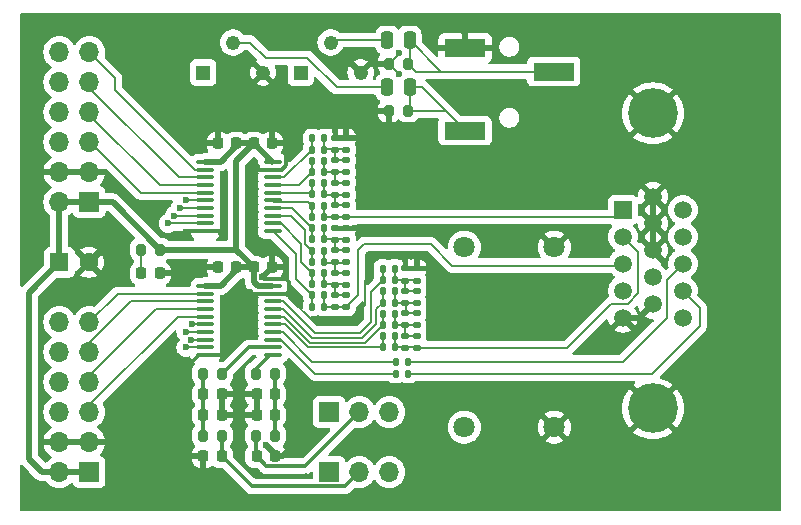
<source format=gbr>
%TF.GenerationSoftware,KiCad,Pcbnew,8.0.3*%
%TF.CreationDate,2025-01-13T10:43:53-08:00*%
%TF.ProjectId,Stereo_VGA,53746572-656f-45f5-9647-412e6b696361,rev?*%
%TF.SameCoordinates,Original*%
%TF.FileFunction,Copper,L1,Top*%
%TF.FilePolarity,Positive*%
%FSLAX46Y46*%
G04 Gerber Fmt 4.6, Leading zero omitted, Abs format (unit mm)*
G04 Created by KiCad (PCBNEW 8.0.3) date 2025-01-13 10:43:53*
%MOMM*%
%LPD*%
G01*
G04 APERTURE LIST*
G04 Aperture macros list*
%AMRoundRect*
0 Rectangle with rounded corners*
0 $1 Rounding radius*
0 $2 $3 $4 $5 $6 $7 $8 $9 X,Y pos of 4 corners*
0 Add a 4 corners polygon primitive as box body*
4,1,4,$2,$3,$4,$5,$6,$7,$8,$9,$2,$3,0*
0 Add four circle primitives for the rounded corners*
1,1,$1+$1,$2,$3*
1,1,$1+$1,$4,$5*
1,1,$1+$1,$6,$7*
1,1,$1+$1,$8,$9*
0 Add four rect primitives between the rounded corners*
20,1,$1+$1,$2,$3,$4,$5,0*
20,1,$1+$1,$4,$5,$6,$7,0*
20,1,$1+$1,$6,$7,$8,$9,0*
20,1,$1+$1,$8,$9,$2,$3,0*%
G04 Aperture macros list end*
%TA.AperFunction,SMDPad,CuDef*%
%ADD10RoundRect,0.250000X0.250000X0.475000X-0.250000X0.475000X-0.250000X-0.475000X0.250000X-0.475000X0*%
%TD*%
%TA.AperFunction,SMDPad,CuDef*%
%ADD11RoundRect,0.200000X0.200000X0.275000X-0.200000X0.275000X-0.200000X-0.275000X0.200000X-0.275000X0*%
%TD*%
%TA.AperFunction,SMDPad,CuDef*%
%ADD12RoundRect,0.135000X0.185000X-0.135000X0.185000X0.135000X-0.185000X0.135000X-0.185000X-0.135000X0*%
%TD*%
%TA.AperFunction,SMDPad,CuDef*%
%ADD13RoundRect,0.135000X-0.135000X-0.185000X0.135000X-0.185000X0.135000X0.185000X-0.135000X0.185000X0*%
%TD*%
%TA.AperFunction,SMDPad,CuDef*%
%ADD14R,3.500000X1.500000*%
%TD*%
%TA.AperFunction,ComponentPad*%
%ADD15R,1.600000X1.600000*%
%TD*%
%TA.AperFunction,ComponentPad*%
%ADD16C,1.600000*%
%TD*%
%TA.AperFunction,SMDPad,CuDef*%
%ADD17RoundRect,0.225000X0.225000X0.250000X-0.225000X0.250000X-0.225000X-0.250000X0.225000X-0.250000X0*%
%TD*%
%TA.AperFunction,ComponentPad*%
%ADD18C,1.800000*%
%TD*%
%TA.AperFunction,ComponentPad*%
%ADD19R,1.700000X1.700000*%
%TD*%
%TA.AperFunction,ComponentPad*%
%ADD20O,1.700000X1.700000*%
%TD*%
%TA.AperFunction,ComponentPad*%
%ADD21R,1.222000X1.222000*%
%TD*%
%TA.AperFunction,ComponentPad*%
%ADD22C,1.222000*%
%TD*%
%TA.AperFunction,SMDPad,CuDef*%
%ADD23RoundRect,0.135000X-0.185000X0.135000X-0.185000X-0.135000X0.185000X-0.135000X0.185000X0.135000X0*%
%TD*%
%TA.AperFunction,SMDPad,CuDef*%
%ADD24RoundRect,0.100000X-0.637500X-0.100000X0.637500X-0.100000X0.637500X0.100000X-0.637500X0.100000X0*%
%TD*%
%TA.AperFunction,SMDPad,CuDef*%
%ADD25RoundRect,0.225000X-0.225000X-0.250000X0.225000X-0.250000X0.225000X0.250000X-0.225000X0.250000X0*%
%TD*%
%TA.AperFunction,SMDPad,CuDef*%
%ADD26RoundRect,0.200000X-0.200000X-0.275000X0.200000X-0.275000X0.200000X0.275000X-0.200000X0.275000X0*%
%TD*%
%TA.AperFunction,ComponentPad*%
%ADD27R,1.508000X1.508000*%
%TD*%
%TA.AperFunction,ComponentPad*%
%ADD28C,1.508000*%
%TD*%
%TA.AperFunction,ComponentPad*%
%ADD29C,4.216000*%
%TD*%
%TA.AperFunction,SMDPad,CuDef*%
%ADD30RoundRect,0.218750X0.218750X0.256250X-0.218750X0.256250X-0.218750X-0.256250X0.218750X-0.256250X0*%
%TD*%
%TA.AperFunction,ViaPad*%
%ADD31C,0.600000*%
%TD*%
%TA.AperFunction,ViaPad*%
%ADD32C,0.500000*%
%TD*%
%TA.AperFunction,Conductor*%
%ADD33C,0.200000*%
%TD*%
%TA.AperFunction,Conductor*%
%ADD34C,0.500000*%
%TD*%
%TA.AperFunction,Conductor*%
%ADD35C,0.300000*%
%TD*%
G04 APERTURE END LIST*
D10*
%TO.P,C13,1*%
%TO.N,R_Out*%
X110950000Y-80250000D03*
%TO.P,C13,2*%
%TO.N,R_ToJack*%
X109050000Y-80250000D03*
%TD*%
%TO.P,C12,1*%
%TO.N,L_Out*%
X110950000Y-84250000D03*
%TO.P,C12,2*%
%TO.N,L_ToJack*%
X109050000Y-84250000D03*
%TD*%
D11*
%TO.P,R53,1*%
%TO.N,Net-(C7-Pad1)*%
X99575000Y-108500000D03*
%TO.P,R53,2*%
%TO.N,R*%
X97925000Y-108500000D03*
%TD*%
D12*
%TO.P,R29,1*%
%TO.N,Net-(R23-Pad2)*%
X110575000Y-104410000D03*
%TO.P,R29,2*%
%TO.N,Net-(R21-Pad2)*%
X110575000Y-103390000D03*
%TD*%
D13*
%TO.P,R22,1*%
%TO.N,G1*%
X108665000Y-102475000D03*
%TO.P,R22,2*%
%TO.N,Net-(R21-Pad2)*%
X109685000Y-102475000D03*
%TD*%
%TO.P,R49,1*%
%TO.N,HS*%
X109790000Y-107500000D03*
%TO.P,R49,2*%
%TO.N,Net-(J6-Pad13)*%
X110810000Y-107500000D03*
%TD*%
D14*
%TO.P,J3,1*%
%TO.N,GND*%
X115630000Y-80920000D03*
%TO.P,J3,2*%
%TO.N,R_Out*%
X123130000Y-82920000D03*
%TO.P,J3,3*%
%TO.N,L_Out*%
X115630000Y-87920000D03*
%TD*%
D15*
%TO.P,C5,1*%
%TO.N,3V3*%
X81280000Y-99060000D03*
D16*
%TO.P,C5,2*%
%TO.N,GND*%
X83780000Y-99060000D03*
%TD*%
D12*
%TO.P,R14,1*%
%TO.N,Net-(R13-Pad1)*%
X105550000Y-93360000D03*
%TO.P,R14,2*%
%TO.N,Net-(R11-Pad1)*%
X105550000Y-92340000D03*
%TD*%
%TO.P,R47,1*%
%TO.N,B_ANALOG*%
X104600000Y-102860000D03*
%TO.P,R47,2*%
%TO.N,Net-(R39-Pad2)*%
X104600000Y-101840000D03*
%TD*%
D17*
%TO.P,C10,1*%
%TO.N,L_Filtered*%
X95025000Y-115500000D03*
%TO.P,C10,2*%
%TO.N,GND*%
X93475000Y-115500000D03*
%TD*%
D18*
%TO.P,PIEZO1,1,+*%
%TO.N,L_ToBuzzer*%
X115570000Y-97790000D03*
%TO.P,PIEZO1,2,-*%
%TO.N,GND*%
X123190000Y-97790000D03*
%TD*%
D19*
%TO.P,J1,1,Pin_1*%
%TO.N,3V3*%
X83820000Y-93980000D03*
D20*
%TO.P,J1,2,Pin_2*%
X81280000Y-93980000D03*
%TO.P,J1,3,Pin_3*%
%TO.N,GND*%
X83820000Y-91440000D03*
%TO.P,J1,4,Pin_4*%
X81280000Y-91440000D03*
%TO.P,J1,5,Pin_5*%
%TO.N,R3_In*%
X83820000Y-88900000D03*
%TO.P,J1,6,Pin_6*%
%TO.N,B3_In*%
X81280000Y-88900000D03*
%TO.P,J1,7,Pin_7*%
%TO.N,R2_In*%
X83820000Y-86360000D03*
%TO.P,J1,8,Pin_8*%
%TO.N,B2_In*%
X81280000Y-86360000D03*
%TO.P,J1,9,Pin_9*%
%TO.N,R1_In*%
X83820000Y-83820000D03*
%TO.P,J1,10,Pin_10*%
%TO.N,B1_In*%
X81280000Y-83820000D03*
%TO.P,J1,11,Pin_11*%
%TO.N,R0_In*%
X83820000Y-81280000D03*
%TO.P,J1,12,Pin_12*%
%TO.N,B0_In*%
X81280000Y-81280000D03*
%TD*%
D21*
%TO.P,RV1,1,1*%
%TO.N,unconnected-(RV1-Pad1)*%
X93460000Y-83000000D03*
D22*
%TO.P,RV1,2,2*%
%TO.N,L_ToJack*%
X96000000Y-80460000D03*
%TO.P,RV1,3,3*%
%TO.N,GND*%
X98540000Y-83000000D03*
%TD*%
D11*
%TO.P,R56,1*%
%TO.N,R_Out*%
X110825000Y-82250000D03*
%TO.P,R56,2*%
%TO.N,GND*%
X109175000Y-82250000D03*
%TD*%
D13*
%TO.P,R38,1*%
%TO.N,B1*%
X102690000Y-99025000D03*
%TO.P,R38,2*%
%TO.N,Net-(R37-Pad2)*%
X103710000Y-99025000D03*
%TD*%
%TO.P,R7,1*%
%TO.N,R2*%
X102690000Y-92375000D03*
%TO.P,R7,2*%
%TO.N,Net-(R13-Pad1)*%
X103710000Y-92375000D03*
%TD*%
D17*
%TO.P,C7,1*%
%TO.N,Net-(C7-Pad1)*%
X99525000Y-110250000D03*
%TO.P,C7,2*%
%TO.N,GND*%
X97975000Y-110250000D03*
%TD*%
D11*
%TO.P,R52,1*%
%TO.N,L_Filtered*%
X95075000Y-113750000D03*
%TO.P,R52,2*%
%TO.N,Net-(C6-Pad1)*%
X93425000Y-113750000D03*
%TD*%
D23*
%TO.P,R18,1*%
%TO.N,GND*%
X111525000Y-99590000D03*
%TO.P,R18,2*%
%TO.N,Net-(R17-Pad2)*%
X111525000Y-100610000D03*
%TD*%
D13*
%TO.P,R21,1*%
%TO.N,G1*%
X108665000Y-101525000D03*
%TO.P,R21,2*%
%TO.N,Net-(R21-Pad2)*%
X109685000Y-101525000D03*
%TD*%
%TO.P,R35,1*%
%TO.N,B0*%
X102690000Y-96175000D03*
%TO.P,R35,2*%
%TO.N,Net-(R33-Pad2)*%
X103710000Y-96175000D03*
%TD*%
D24*
%TO.P,U2,1,DIR*%
%TO.N,3V3*%
X93637500Y-101075000D03*
%TO.P,U2,2,A1*%
%TO.N,G0_In*%
X93637500Y-101725000D03*
%TO.P,U2,3,A2*%
%TO.N,G1_In*%
X93637500Y-102375000D03*
%TO.P,U2,4,A3*%
%TO.N,G2_In*%
X93637500Y-103025000D03*
%TO.P,U2,5,A4*%
%TO.N,G3_In*%
X93637500Y-103675000D03*
%TO.P,U2,6,A5*%
%TO.N,HS_In*%
X93637500Y-104325000D03*
%TO.P,U2,7,A6*%
%TO.N,VS_In*%
X93637500Y-104975000D03*
%TO.P,U2,8,A7*%
%TO.N,L_In*%
X93637500Y-105625000D03*
%TO.P,U2,9,A8*%
%TO.N,R_In*%
X93637500Y-106275000D03*
%TO.P,U2,10,GND*%
%TO.N,GND*%
X93637500Y-106925000D03*
%TO.P,U2,11,B8*%
%TO.N,R*%
X99362500Y-106925000D03*
%TO.P,U2,12,B7*%
%TO.N,L*%
X99362500Y-106275000D03*
%TO.P,U2,13,B6*%
%TO.N,VS*%
X99362500Y-105625000D03*
%TO.P,U2,14,B5*%
%TO.N,HS*%
X99362500Y-104975000D03*
%TO.P,U2,15,B4*%
%TO.N,G3*%
X99362500Y-104325000D03*
%TO.P,U2,16,B3*%
%TO.N,G2*%
X99362500Y-103675000D03*
%TO.P,U2,17,B2*%
%TO.N,G1*%
X99362500Y-103025000D03*
%TO.P,U2,18,B1*%
%TO.N,G0*%
X99362500Y-102375000D03*
%TO.P,U2,19,~{OE}*%
%TO.N,GND*%
X99362500Y-101725000D03*
%TO.P,U2,20,VCC*%
%TO.N,3V3*%
X99362500Y-101075000D03*
%TD*%
D21*
%TO.P,RV2,1,1*%
%TO.N,unconnected-(RV2-Pad1)*%
X101710000Y-83000000D03*
D22*
%TO.P,RV2,2,2*%
%TO.N,R_ToJack*%
X104250000Y-80460000D03*
%TO.P,RV2,3,3*%
%TO.N,GND*%
X106790000Y-83000000D03*
%TD*%
D12*
%TO.P,R31,1*%
%TO.N,G_ANALOG*%
X110575000Y-106310000D03*
%TO.P,R31,2*%
%TO.N,Net-(R23-Pad2)*%
X110575000Y-105290000D03*
%TD*%
%TO.P,R12,1*%
%TO.N,Net-(R11-Pad1)*%
X105550000Y-91460000D03*
%TO.P,R12,2*%
%TO.N,Net-(R1-Pad2)*%
X105550000Y-90440000D03*
%TD*%
D25*
%TO.P,C3,1*%
%TO.N,3V3*%
X97725000Y-99500000D03*
%TO.P,C3,2*%
%TO.N,GND*%
X99275000Y-99500000D03*
%TD*%
D13*
%TO.P,R41,1*%
%TO.N,B3*%
X102690000Y-101875000D03*
%TO.P,R41,2*%
%TO.N,B_ANALOG*%
X103710000Y-101875000D03*
%TD*%
%TO.P,R23,1*%
%TO.N,G2*%
X108665000Y-103425000D03*
%TO.P,R23,2*%
%TO.N,Net-(R23-Pad2)*%
X109685000Y-103425000D03*
%TD*%
D11*
%TO.P,R55,1*%
%TO.N,L_Out*%
X110825000Y-86250000D03*
%TO.P,R55,2*%
%TO.N,GND*%
X109175000Y-86250000D03*
%TD*%
D13*
%TO.P,R39,1*%
%TO.N,B2*%
X102690000Y-99975000D03*
%TO.P,R39,2*%
%TO.N,Net-(R39-Pad2)*%
X103710000Y-99975000D03*
%TD*%
%TO.P,R20,1*%
%TO.N,G0*%
X108665000Y-100575000D03*
%TO.P,R20,2*%
%TO.N,Net-(R17-Pad2)*%
X109685000Y-100575000D03*
%TD*%
D12*
%TO.P,R44,1*%
%TO.N,Net-(R37-Pad2)*%
X105550000Y-99060000D03*
%TO.P,R44,2*%
%TO.N,Net-(R33-Pad2)*%
X105550000Y-98040000D03*
%TD*%
%TO.P,R46,1*%
%TO.N,Net-(R39-Pad2)*%
X105550000Y-100960000D03*
%TO.P,R46,2*%
%TO.N,Net-(R37-Pad2)*%
X105550000Y-99940000D03*
%TD*%
D13*
%TO.P,R6,1*%
%TO.N,R1*%
X102690000Y-91425000D03*
%TO.P,R6,2*%
%TO.N,Net-(R11-Pad1)*%
X103710000Y-91425000D03*
%TD*%
%TO.P,R4,1*%
%TO.N,R0*%
X102690000Y-89525000D03*
%TO.P,R4,2*%
%TO.N,Net-(R1-Pad2)*%
X103710000Y-89525000D03*
%TD*%
D19*
%TO.P,J4,1,Pin_1*%
%TO.N,L_ToJack*%
X104140000Y-116840000D03*
D20*
%TO.P,J4,2,Pin_2*%
%TO.N,L_Filtered*%
X106680000Y-116840000D03*
%TO.P,J4,3,Pin_3*%
%TO.N,L_ToBuzzer*%
X109220000Y-116840000D03*
%TD*%
D24*
%TO.P,U1,1,DIR*%
%TO.N,3V3*%
X93637500Y-90575000D03*
%TO.P,U1,2,A1*%
%TO.N,R0_In*%
X93637500Y-91225000D03*
%TO.P,U1,3,A2*%
%TO.N,R1_In*%
X93637500Y-91875000D03*
%TO.P,U1,4,A3*%
%TO.N,R2_In*%
X93637500Y-92525000D03*
%TO.P,U1,5,A4*%
%TO.N,R3_In*%
X93637500Y-93175000D03*
%TO.P,U1,6,A5*%
%TO.N,B0_In*%
X93637500Y-93825000D03*
%TO.P,U1,7,A6*%
%TO.N,B1_In*%
X93637500Y-94475000D03*
%TO.P,U1,8,A7*%
%TO.N,B2_In*%
X93637500Y-95125000D03*
%TO.P,U1,9,A8*%
%TO.N,B3_In*%
X93637500Y-95775000D03*
%TO.P,U1,10,GND*%
%TO.N,GND*%
X93637500Y-96425000D03*
%TO.P,U1,11,B8*%
%TO.N,B3*%
X99362500Y-96425000D03*
%TO.P,U1,12,B7*%
%TO.N,B2*%
X99362500Y-95775000D03*
%TO.P,U1,13,B6*%
%TO.N,B1*%
X99362500Y-95125000D03*
%TO.P,U1,14,B5*%
%TO.N,B0*%
X99362500Y-94475000D03*
%TO.P,U1,15,B4*%
%TO.N,R3*%
X99362500Y-93825000D03*
%TO.P,U1,16,B3*%
%TO.N,R2*%
X99362500Y-93175000D03*
%TO.P,U1,17,B2*%
%TO.N,R1*%
X99362500Y-92525000D03*
%TO.P,U1,18,B1*%
%TO.N,R0*%
X99362500Y-91875000D03*
%TO.P,U1,19,~{OE}*%
%TO.N,GND*%
X99362500Y-91225000D03*
%TO.P,U1,20,VCC*%
%TO.N,3V3*%
X99362500Y-90575000D03*
%TD*%
D23*
%TO.P,R34,1*%
%TO.N,GND*%
X105550000Y-96140000D03*
%TO.P,R34,2*%
%TO.N,Net-(R33-Pad2)*%
X105550000Y-97160000D03*
%TD*%
D13*
%TO.P,R19,1*%
%TO.N,G0*%
X108665000Y-99625000D03*
%TO.P,R19,2*%
%TO.N,Net-(R17-Pad2)*%
X109685000Y-99625000D03*
%TD*%
D12*
%TO.P,R11,1*%
%TO.N,Net-(R11-Pad1)*%
X104600000Y-91460000D03*
%TO.P,R11,2*%
%TO.N,Net-(R1-Pad2)*%
X104600000Y-90440000D03*
%TD*%
D13*
%TO.P,R25,1*%
%TO.N,G3*%
X108665000Y-105325000D03*
%TO.P,R25,2*%
%TO.N,G_ANALOG*%
X109685000Y-105325000D03*
%TD*%
D17*
%TO.P,C9,1*%
%TO.N,Net-(C7-Pad1)*%
X99525000Y-112000000D03*
%TO.P,C9,2*%
%TO.N,GND*%
X97975000Y-112000000D03*
%TD*%
D26*
%TO.P,R51,1*%
%TO.N,Net-(C6-Pad1)*%
X93425000Y-108500000D03*
%TO.P,R51,2*%
%TO.N,L*%
X95075000Y-108500000D03*
%TD*%
D12*
%TO.P,R27,1*%
%TO.N,Net-(R21-Pad2)*%
X110575000Y-102510000D03*
%TO.P,R27,2*%
%TO.N,Net-(R17-Pad2)*%
X110575000Y-101490000D03*
%TD*%
D13*
%TO.P,R8,1*%
%TO.N,R2*%
X102690000Y-93325000D03*
%TO.P,R8,2*%
%TO.N,Net-(R13-Pad1)*%
X103710000Y-93325000D03*
%TD*%
%TO.P,R5,1*%
%TO.N,R1*%
X102690000Y-90475000D03*
%TO.P,R5,2*%
%TO.N,Net-(R11-Pad1)*%
X103710000Y-90475000D03*
%TD*%
D18*
%TO.P,PIEZO2,1,+*%
%TO.N,R_ToBuzzer*%
X115570000Y-113030000D03*
%TO.P,PIEZO2,2,-*%
%TO.N,GND*%
X123190000Y-113030000D03*
%TD*%
D12*
%TO.P,R16,1*%
%TO.N,R_ANALOG*%
X105550000Y-95260000D03*
%TO.P,R16,2*%
%TO.N,Net-(R13-Pad1)*%
X105550000Y-94240000D03*
%TD*%
%TO.P,R15,1*%
%TO.N,R_ANALOG*%
X104600000Y-95260000D03*
%TO.P,R15,2*%
%TO.N,Net-(R13-Pad1)*%
X104600000Y-94240000D03*
%TD*%
D13*
%TO.P,R50,1*%
%TO.N,VS*%
X109790000Y-108500000D03*
%TO.P,R50,2*%
%TO.N,Net-(J6-Pad14)*%
X110810000Y-108500000D03*
%TD*%
D27*
%TO.P,J6,1,1*%
%TO.N,R_ANALOG*%
X128997500Y-94636750D03*
D28*
%TO.P,J6,2,2*%
%TO.N,G_ANALOG*%
X128997500Y-96916750D03*
%TO.P,J6,3,3*%
%TO.N,B_ANALOG*%
X128997500Y-99196750D03*
%TO.P,J6,4,4*%
%TO.N,unconnected-(J6-Pad4)*%
X128997500Y-101476750D03*
%TO.P,J6,5,5*%
%TO.N,GND*%
X128997500Y-103756750D03*
%TO.P,J6,6,6*%
X131537500Y-93496750D03*
%TO.P,J6,7,7*%
X131537500Y-95776750D03*
%TO.P,J6,8,8*%
X131537500Y-98056750D03*
%TO.P,J6,9,9*%
%TO.N,unconnected-(J6-Pad9)*%
X131537500Y-100336750D03*
%TO.P,J6,10,10*%
%TO.N,GND*%
X131537500Y-102616750D03*
%TO.P,J6,11,11*%
%TO.N,unconnected-(J6-Pad11)*%
X134077500Y-94636750D03*
%TO.P,J6,12,12*%
%TO.N,unconnected-(J6-Pad12)*%
X134077500Y-96916750D03*
%TO.P,J6,13,13*%
%TO.N,Net-(J6-Pad13)*%
X134077500Y-99196750D03*
%TO.P,J6,14,14*%
%TO.N,Net-(J6-Pad14)*%
X134077500Y-101476750D03*
%TO.P,J6,15,15*%
%TO.N,unconnected-(J6-Pad15)*%
X134077500Y-103756750D03*
D29*
%TO.P,J6,S1,SHIELD*%
%TO.N,GND*%
X131537500Y-111436750D03*
%TO.P,J6,S2,SHIELD__1*%
X131537500Y-86446750D03*
%TD*%
D25*
%TO.P,C1,1*%
%TO.N,3V3*%
X97725000Y-89000000D03*
%TO.P,C1,2*%
%TO.N,GND*%
X99275000Y-89000000D03*
%TD*%
%TO.P,C8,1*%
%TO.N,Net-(C6-Pad1)*%
X93475000Y-112000000D03*
%TO.P,C8,2*%
%TO.N,GND*%
X95025000Y-112000000D03*
%TD*%
D12*
%TO.P,R43,1*%
%TO.N,Net-(R37-Pad2)*%
X104600000Y-99060000D03*
%TO.P,R43,2*%
%TO.N,Net-(R33-Pad2)*%
X104600000Y-98040000D03*
%TD*%
D23*
%TO.P,R17,1*%
%TO.N,GND*%
X110575000Y-99590000D03*
%TO.P,R17,2*%
%TO.N,Net-(R17-Pad2)*%
X110575000Y-100610000D03*
%TD*%
%TO.P,R1,1*%
%TO.N,GND*%
X104600000Y-88540000D03*
%TO.P,R1,2*%
%TO.N,Net-(R1-Pad2)*%
X104600000Y-89560000D03*
%TD*%
D30*
%TO.P,D1,1,K*%
%TO.N,GND*%
X89787500Y-100000000D03*
%TO.P,D1,2,A*%
%TO.N,Net-(D1-A)*%
X88212500Y-100000000D03*
%TD*%
D19*
%TO.P,J5,1,Pin_1*%
%TO.N,R_ToJack*%
X104140000Y-111760000D03*
D20*
%TO.P,J5,2,Pin_2*%
%TO.N,R_Filtered*%
X106680000Y-111760000D03*
%TO.P,J5,3,Pin_3*%
%TO.N,R_ToBuzzer*%
X109220000Y-111760000D03*
%TD*%
D12*
%TO.P,R28,1*%
%TO.N,Net-(R21-Pad2)*%
X111525000Y-102510000D03*
%TO.P,R28,2*%
%TO.N,Net-(R17-Pad2)*%
X111525000Y-101490000D03*
%TD*%
D25*
%TO.P,C11,1*%
%TO.N,R_Filtered*%
X97975000Y-115500000D03*
%TO.P,C11,2*%
%TO.N,GND*%
X99525000Y-115500000D03*
%TD*%
D19*
%TO.P,J2,1,Pin_1*%
%TO.N,3V3*%
X83820000Y-116840000D03*
D20*
%TO.P,J2,2,Pin_2*%
X81280000Y-116840000D03*
%TO.P,J2,3,Pin_3*%
%TO.N,GND*%
X83820000Y-114300000D03*
%TO.P,J2,4,Pin_4*%
X81280000Y-114300000D03*
%TO.P,J2,5,Pin_5*%
%TO.N,G3_In*%
X83820000Y-111760000D03*
%TO.P,J2,6,Pin_6*%
%TO.N,R_In*%
X81280000Y-111760000D03*
%TO.P,J2,7,Pin_7*%
%TO.N,G2_In*%
X83820000Y-109220000D03*
%TO.P,J2,8,Pin_8*%
%TO.N,L_In*%
X81280000Y-109220000D03*
%TO.P,J2,9,Pin_9*%
%TO.N,G1_In*%
X83820000Y-106680000D03*
%TO.P,J2,10,Pin_10*%
%TO.N,VS_In*%
X81280000Y-106680000D03*
%TO.P,J2,11,Pin_11*%
%TO.N,G0_In*%
X83820000Y-104140000D03*
%TO.P,J2,12,Pin_12*%
%TO.N,HS_In*%
X81280000Y-104140000D03*
%TD*%
D13*
%TO.P,R24,1*%
%TO.N,G2*%
X108665000Y-104375000D03*
%TO.P,R24,2*%
%TO.N,Net-(R23-Pad2)*%
X109685000Y-104375000D03*
%TD*%
D23*
%TO.P,R2,1*%
%TO.N,GND*%
X105550000Y-88540000D03*
%TO.P,R2,2*%
%TO.N,Net-(R1-Pad2)*%
X105550000Y-89560000D03*
%TD*%
D17*
%TO.P,C2,1*%
%TO.N,3V3*%
X96275000Y-89000000D03*
%TO.P,C2,2*%
%TO.N,GND*%
X94725000Y-89000000D03*
%TD*%
D13*
%TO.P,R37,1*%
%TO.N,B1*%
X102690000Y-98075000D03*
%TO.P,R37,2*%
%TO.N,Net-(R37-Pad2)*%
X103710000Y-98075000D03*
%TD*%
D23*
%TO.P,R33,1*%
%TO.N,GND*%
X104600000Y-96140000D03*
%TO.P,R33,2*%
%TO.N,Net-(R33-Pad2)*%
X104600000Y-97160000D03*
%TD*%
D13*
%TO.P,R9,1*%
%TO.N,R3*%
X102690000Y-94275000D03*
%TO.P,R9,2*%
%TO.N,R_ANALOG*%
X103710000Y-94275000D03*
%TD*%
D17*
%TO.P,C4,1*%
%TO.N,3V3*%
X96275000Y-99500000D03*
%TO.P,C4,2*%
%TO.N,GND*%
X94725000Y-99500000D03*
%TD*%
D13*
%TO.P,R36,1*%
%TO.N,B0*%
X102690000Y-97125000D03*
%TO.P,R36,2*%
%TO.N,Net-(R33-Pad2)*%
X103710000Y-97125000D03*
%TD*%
D12*
%TO.P,R13,1*%
%TO.N,Net-(R13-Pad1)*%
X104600000Y-93360000D03*
%TO.P,R13,2*%
%TO.N,Net-(R11-Pad1)*%
X104600000Y-92340000D03*
%TD*%
D25*
%TO.P,C6,1*%
%TO.N,Net-(C6-Pad1)*%
X93475000Y-110250000D03*
%TO.P,C6,2*%
%TO.N,GND*%
X95025000Y-110250000D03*
%TD*%
D13*
%TO.P,R40,1*%
%TO.N,B2*%
X102690000Y-100925000D03*
%TO.P,R40,2*%
%TO.N,Net-(R39-Pad2)*%
X103710000Y-100925000D03*
%TD*%
%TO.P,R42,1*%
%TO.N,B3*%
X102690000Y-102825000D03*
%TO.P,R42,2*%
%TO.N,B_ANALOG*%
X103710000Y-102825000D03*
%TD*%
D12*
%TO.P,R45,1*%
%TO.N,Net-(R39-Pad2)*%
X104600000Y-100960000D03*
%TO.P,R45,2*%
%TO.N,Net-(R37-Pad2)*%
X104600000Y-99940000D03*
%TD*%
%TO.P,R32,1*%
%TO.N,G_ANALOG*%
X111525000Y-106310000D03*
%TO.P,R32,2*%
%TO.N,Net-(R23-Pad2)*%
X111525000Y-105290000D03*
%TD*%
D13*
%TO.P,R26,1*%
%TO.N,G3*%
X108665000Y-106275000D03*
%TO.P,R26,2*%
%TO.N,G_ANALOG*%
X109685000Y-106275000D03*
%TD*%
D12*
%TO.P,R48,1*%
%TO.N,B_ANALOG*%
X105550000Y-102860000D03*
%TO.P,R48,2*%
%TO.N,Net-(R39-Pad2)*%
X105550000Y-101840000D03*
%TD*%
D13*
%TO.P,R3,1*%
%TO.N,R0*%
X102690000Y-88575000D03*
%TO.P,R3,2*%
%TO.N,Net-(R1-Pad2)*%
X103710000Y-88575000D03*
%TD*%
D12*
%TO.P,R30,1*%
%TO.N,Net-(R23-Pad2)*%
X111525000Y-104410000D03*
%TO.P,R30,2*%
%TO.N,Net-(R21-Pad2)*%
X111525000Y-103390000D03*
%TD*%
D26*
%TO.P,R57,1*%
%TO.N,Net-(D1-A)*%
X88175000Y-98000000D03*
%TO.P,R57,2*%
%TO.N,3V3*%
X89825000Y-98000000D03*
%TD*%
%TO.P,R54,1*%
%TO.N,R_Filtered*%
X97925000Y-113750000D03*
%TO.P,R54,2*%
%TO.N,Net-(C7-Pad1)*%
X99575000Y-113750000D03*
%TD*%
D13*
%TO.P,R10,1*%
%TO.N,R3*%
X102690000Y-95225000D03*
%TO.P,R10,2*%
%TO.N,R_ANALOG*%
X103710000Y-95225000D03*
%TD*%
D31*
%TO.N,GND*%
X78550000Y-117375000D03*
X92000000Y-96500000D03*
D32*
X121000000Y-102900000D03*
D31*
X96500000Y-112000000D03*
X98750000Y-114500000D03*
D32*
X117800000Y-103100000D03*
X102200000Y-117200000D03*
X95200000Y-91700000D03*
X100900000Y-107700000D03*
D31*
X96500000Y-110250000D03*
X117250000Y-117750000D03*
X112925000Y-83875000D03*
D32*
X105900000Y-114800000D03*
D31*
X93500000Y-116750000D03*
X110025000Y-83125000D03*
D32*
X85600000Y-79500000D03*
D31*
X93500000Y-99500000D03*
X118250000Y-82000000D03*
X91800000Y-108200000D03*
X93500000Y-89000000D03*
X110000000Y-81375000D03*
X100750000Y-101725000D03*
X112725000Y-105375000D03*
D32*
X106800000Y-79000000D03*
X103100000Y-113600000D03*
D31*
X95800000Y-106400000D03*
X106750000Y-85500000D03*
X115500000Y-79500000D03*
X91000000Y-100000000D03*
X100750000Y-115000000D03*
X103500000Y-109500000D03*
X117450000Y-98275000D03*
X95000000Y-96500000D03*
X114250000Y-109675000D03*
D32*
X117200000Y-84200000D03*
D31*
X95000000Y-84500000D03*
X113000000Y-80000000D03*
X92250000Y-115500000D03*
X112475000Y-98650000D03*
X123700000Y-105200000D03*
X107525000Y-100225000D03*
D32*
X78500000Y-100000000D03*
D31*
X106750000Y-94300000D03*
X126075000Y-106600000D03*
X103175000Y-104050000D03*
X97400000Y-101600000D03*
X100500000Y-89000000D03*
X127200000Y-100650000D03*
X106650000Y-96125000D03*
D32*
X119300000Y-92200000D03*
D31*
X98475000Y-100325000D03*
X113500000Y-115250000D03*
X98000000Y-91000000D03*
%TO.N,B0_In*%
X92000000Y-93825000D03*
%TO.N,B2_In*%
X91000000Y-95125000D03*
%TO.N,B1_In*%
X91500000Y-94475000D03*
%TO.N,B3_In*%
X90500000Y-95775000D03*
%TO.N,R_In*%
X92000000Y-106275000D03*
%TO.N,HS_In*%
X92500000Y-104325000D03*
%TO.N,VS_In*%
X92000000Y-104975000D03*
%TO.N,L_In*%
X92466372Y-105624999D03*
%TD*%
D33*
%TO.N,GND*%
X100750000Y-102075000D02*
X100750000Y-101725000D01*
X115500000Y-80790000D02*
X115630000Y-80920000D01*
D34*
X99525000Y-115500000D02*
X99525000Y-115275000D01*
X93475000Y-115500000D02*
X93475000Y-116725000D01*
D35*
X92075000Y-96425000D02*
X92000000Y-96500000D01*
D33*
X89787500Y-100000000D02*
X91000000Y-100000000D01*
D35*
X93637500Y-96425000D02*
X94925000Y-96425000D01*
D34*
X100250000Y-115500000D02*
X100750000Y-115000000D01*
D35*
X99362500Y-91225000D02*
X100099999Y-91225000D01*
D33*
X110025000Y-83125000D02*
X110025000Y-83100000D01*
X110000000Y-81425000D02*
X109175000Y-82250000D01*
D34*
X94725000Y-99500000D02*
X93500000Y-99500000D01*
D35*
X93075000Y-106925000D02*
X93637500Y-106925000D01*
D34*
X131537500Y-98056750D02*
X131537500Y-93496750D01*
D35*
X95800000Y-106400000D02*
X95275000Y-106925000D01*
D34*
X99525000Y-115500000D02*
X100250000Y-115500000D01*
X93475000Y-115500000D02*
X92250000Y-115500000D01*
D33*
X103175000Y-104050000D02*
X102725000Y-104050000D01*
X109175000Y-82250000D02*
X107540000Y-82250000D01*
X113920000Y-80920000D02*
X115630000Y-80920000D01*
X110025000Y-83100000D02*
X109175000Y-82250000D01*
D34*
X97975000Y-112000000D02*
X95025000Y-112000000D01*
D35*
X94925000Y-96425000D02*
X95000000Y-96500000D01*
X98225000Y-91225000D02*
X98000000Y-91000000D01*
D33*
X103175000Y-104050000D02*
X105775000Y-104050000D01*
X102725000Y-104050000D02*
X100750000Y-102075000D01*
D34*
X99275000Y-89000000D02*
X100500000Y-89000000D01*
X99275000Y-99525000D02*
X98475000Y-100325000D01*
X131537500Y-102616750D02*
X130397500Y-103756750D01*
X94725000Y-89000000D02*
X93500000Y-89000000D01*
X95025000Y-110250000D02*
X97975000Y-110250000D01*
D35*
X100750000Y-100775000D02*
X100750000Y-101725000D01*
X100099999Y-91225000D02*
X100500000Y-90824999D01*
X99362500Y-91225000D02*
X98225000Y-91225000D01*
X97525000Y-101725000D02*
X99362500Y-101725000D01*
D33*
X106650000Y-96125000D02*
X106635000Y-96140000D01*
D34*
X97975000Y-112000000D02*
X97975000Y-110250000D01*
D33*
X107540000Y-82250000D02*
X106790000Y-83000000D01*
X110000000Y-81375000D02*
X110000000Y-81425000D01*
D35*
X91800000Y-108200000D02*
X93075000Y-106925000D01*
X98475000Y-100325000D02*
X98625000Y-100475000D01*
D33*
X107125000Y-102700000D02*
X107125000Y-100625000D01*
D35*
X93475000Y-116725000D02*
X93500000Y-116750000D01*
X100500000Y-90824999D02*
X100500000Y-89000000D01*
D34*
X95025000Y-110250000D02*
X95025000Y-112000000D01*
X99275000Y-99500000D02*
X99275000Y-99525000D01*
D33*
X107125000Y-100625000D02*
X107525000Y-100225000D01*
D35*
X95275000Y-106925000D02*
X93637500Y-106925000D01*
D33*
X105775000Y-104050000D02*
X107125000Y-102700000D01*
D34*
X130397500Y-103756750D02*
X128997500Y-103756750D01*
X99525000Y-115275000D02*
X98750000Y-114500000D01*
D35*
X93637500Y-96425000D02*
X92075000Y-96425000D01*
D33*
X106635000Y-96140000D02*
X104600000Y-96140000D01*
D35*
X100750000Y-101725000D02*
X99362500Y-101725000D01*
X98625000Y-100475000D02*
X100450000Y-100475000D01*
X97400000Y-101600000D02*
X97525000Y-101725000D01*
X100450000Y-100475000D02*
X100750000Y-100775000D01*
D34*
%TO.N,3V3*%
X97725000Y-99500000D02*
X96275000Y-98050000D01*
X97725000Y-100725000D02*
X97725000Y-99500000D01*
X96275000Y-89225000D02*
X94925000Y-90575000D01*
X89825000Y-98000000D02*
X96225000Y-98000000D01*
X85805000Y-93980000D02*
X89825000Y-98000000D01*
X98075000Y-101075000D02*
X97725000Y-100725000D01*
X99300000Y-90575000D02*
X97725000Y-89000000D01*
X99300000Y-101075000D02*
X98075000Y-101075000D01*
X79840000Y-116840000D02*
X81280000Y-116840000D01*
D35*
X99362500Y-101075000D02*
X99300000Y-101075000D01*
D34*
X94925000Y-101075000D02*
X93637500Y-101075000D01*
D35*
X96275000Y-99500000D02*
X96275000Y-99725000D01*
D34*
X81280000Y-99060000D02*
X78700000Y-101640000D01*
X96275000Y-98050000D02*
X96275000Y-90450000D01*
X83820000Y-93980000D02*
X85805000Y-93980000D01*
X81280000Y-99060000D02*
X81280000Y-93980000D01*
D35*
X96275000Y-89000000D02*
X96275000Y-89225000D01*
D34*
X94925000Y-90575000D02*
X93637500Y-90575000D01*
X96225000Y-98000000D02*
X97725000Y-99500000D01*
X97725000Y-89000000D02*
X96275000Y-89000000D01*
X81280000Y-93980000D02*
X83820000Y-93980000D01*
X78700000Y-101640000D02*
X78700000Y-115700000D01*
X83820000Y-116840000D02*
X81280000Y-116840000D01*
X96275000Y-90450000D02*
X97725000Y-89000000D01*
X96275000Y-99725000D02*
X94925000Y-101075000D01*
X93637500Y-90575000D02*
X94505588Y-90575000D01*
X78700000Y-115700000D02*
X79840000Y-116840000D01*
X96275000Y-99500000D02*
X97725000Y-99500000D01*
D35*
X99362500Y-90575000D02*
X99300000Y-90575000D01*
%TO.N,Net-(C6-Pad1)*%
X93425000Y-108500000D02*
X93425000Y-113750000D01*
%TO.N,Net-(C7-Pad1)*%
X99575000Y-113750000D02*
X99575000Y-108500000D01*
%TO.N,L_Filtered*%
X95025000Y-115500000D02*
X95025000Y-113800000D01*
X95025000Y-115500000D02*
X97565000Y-118040000D01*
X105480000Y-118040000D02*
X106680000Y-116840000D01*
X95025000Y-113800000D02*
X95075000Y-113750000D01*
X97565000Y-118040000D02*
X105480000Y-118040000D01*
%TO.N,R_Filtered*%
X97975000Y-115500000D02*
X98800000Y-116325000D01*
X98800000Y-116325000D02*
X102115000Y-116325000D01*
X97925000Y-115450000D02*
X97975000Y-115500000D01*
X97925000Y-113750000D02*
X97925000Y-115450000D01*
X102115000Y-116325000D02*
X106680000Y-111760000D01*
D33*
%TO.N,L_Out*%
X110950000Y-84250000D02*
X112000000Y-84250000D01*
X112000000Y-84250000D02*
X113960000Y-86210000D01*
X113960000Y-86250000D02*
X114000000Y-86250000D01*
X110950000Y-84250000D02*
X110950000Y-86125000D01*
X115630000Y-87880000D02*
X115630000Y-87920000D01*
X110950000Y-86125000D02*
X110825000Y-86250000D01*
X113960000Y-86210000D02*
X113960000Y-86250000D01*
X114000000Y-86250000D02*
X115630000Y-87880000D01*
X110825000Y-86250000D02*
X113960000Y-86250000D01*
%TO.N,L_ToJack*%
X97460000Y-80460000D02*
X96000000Y-80460000D01*
X109050000Y-84250000D02*
X104782000Y-84250000D01*
X102282000Y-81750000D02*
X98750000Y-81750000D01*
X104782000Y-84250000D02*
X102282000Y-81750000D01*
X98750000Y-81750000D02*
X97460000Y-80460000D01*
%TO.N,R_ToJack*%
X109050000Y-80250000D02*
X104460000Y-80250000D01*
X104460000Y-80250000D02*
X104250000Y-80460000D01*
%TO.N,R_Out*%
X110825000Y-82075000D02*
X110950000Y-81950000D01*
X111495000Y-82920000D02*
X110825000Y-82250000D01*
X123130000Y-82920000D02*
X114500000Y-82920000D01*
X114500000Y-82920000D02*
X111495000Y-82920000D01*
X110950000Y-80250000D02*
X113620000Y-82920000D01*
X110950000Y-81950000D02*
X110950000Y-80250000D01*
X113620000Y-82920000D02*
X114500000Y-82920000D01*
X110825000Y-82250000D02*
X110825000Y-82075000D01*
%TO.N,B0_In*%
X92000000Y-93825000D02*
X93637500Y-93825000D01*
%TO.N,R0_In*%
X86000000Y-83460000D02*
X86000000Y-84500000D01*
X86000000Y-84500000D02*
X92725000Y-91225000D01*
X92725000Y-91225000D02*
X93637500Y-91225000D01*
X83820000Y-81280000D02*
X86000000Y-83460000D01*
%TO.N,R1_In*%
X83820000Y-84320000D02*
X91375000Y-91875000D01*
X83820000Y-83820000D02*
X83820000Y-84320000D01*
X91375000Y-91875000D02*
X93637500Y-91875000D01*
%TO.N,B2_In*%
X91000000Y-95125000D02*
X93637500Y-95125000D01*
%TO.N,B1_In*%
X91500000Y-94475000D02*
X93637500Y-94475000D01*
%TO.N,R2_In*%
X83820000Y-86570000D02*
X89775000Y-92525000D01*
X89775000Y-92525000D02*
X93637500Y-92525000D01*
X83820000Y-86360000D02*
X83820000Y-86570000D01*
%TO.N,B3_In*%
X90500000Y-95775000D02*
X93637500Y-95775000D01*
%TO.N,R3_In*%
X83900000Y-88900000D02*
X88175000Y-93175000D01*
X88175000Y-93175000D02*
X93637500Y-93175000D01*
X83820000Y-88900000D02*
X83900000Y-88900000D01*
%TO.N,R_In*%
X93637500Y-106275000D02*
X92000000Y-106275000D01*
%TO.N,HS_In*%
X93637500Y-104325000D02*
X92500000Y-104325000D01*
%TO.N,G3_In*%
X91325000Y-103675000D02*
X83820000Y-111180000D01*
X93637500Y-103675000D02*
X91325000Y-103675000D01*
X83820000Y-111180000D02*
X83820000Y-111760000D01*
%TO.N,VS_In*%
X93637500Y-104975000D02*
X92000000Y-104975000D01*
%TO.N,G2_In*%
X83820000Y-108680000D02*
X83820000Y-109220000D01*
X89475000Y-103025000D02*
X83820000Y-108680000D01*
X93637500Y-103025000D02*
X89475000Y-103025000D01*
%TO.N,G1_In*%
X83820000Y-105930000D02*
X83820000Y-106680000D01*
X93637500Y-102375000D02*
X87375000Y-102375000D01*
X87375000Y-102375000D02*
X83820000Y-105930000D01*
%TO.N,L_In*%
X93637500Y-105625000D02*
X92466373Y-105625000D01*
X92466373Y-105625000D02*
X92466372Y-105624999D01*
%TO.N,G0_In*%
X86235000Y-101725000D02*
X83820000Y-104140000D01*
X93637500Y-101725000D02*
X86235000Y-101725000D01*
%TO.N,B_ANALOG*%
X105550000Y-102860000D02*
X103745000Y-102860000D01*
X128854250Y-99340000D02*
X128997500Y-99196750D01*
X112725000Y-97525000D02*
X114540000Y-99340000D01*
X105550000Y-102860000D02*
X106600000Y-101810000D01*
X106600000Y-98025000D02*
X107100000Y-97525000D01*
X114540000Y-99340000D02*
X128854250Y-99340000D01*
X107100000Y-97525000D02*
X112725000Y-97525000D01*
X103745000Y-102860000D02*
X103710000Y-102825000D01*
X106600000Y-101810000D02*
X106600000Y-98025000D01*
X103710000Y-102825000D02*
X103710000Y-101875000D01*
%TO.N,R_ANALOG*%
X128374250Y-95260000D02*
X128997500Y-94636750D01*
X103710000Y-95250000D02*
X105515000Y-95250000D01*
X105550000Y-95260000D02*
X128374250Y-95260000D01*
X103710000Y-94300000D02*
X103710000Y-95250000D01*
X105515000Y-95250000D02*
X105550000Y-95285000D01*
%TO.N,Net-(J6-Pad14)*%
X135500000Y-104500000D02*
X135500000Y-102899250D01*
X110810000Y-108500000D02*
X131500000Y-108500000D01*
X135500000Y-102899250D02*
X134077500Y-101476750D01*
X131500000Y-108500000D02*
X135500000Y-104500000D01*
%TO.N,G_ANALOG*%
X111535000Y-106300000D02*
X124300000Y-106300000D01*
X129400000Y-102600000D02*
X130300000Y-101700000D01*
X111525000Y-106310000D02*
X111535000Y-106300000D01*
X109685000Y-105325000D02*
X109685000Y-106275000D01*
X124300000Y-106300000D02*
X128000000Y-102600000D01*
X128000000Y-102600000D02*
X129400000Y-102600000D01*
X111490000Y-106275000D02*
X111525000Y-106310000D01*
X130300000Y-101700000D02*
X130300000Y-98219250D01*
X109685000Y-106275000D02*
X111490000Y-106275000D01*
X130300000Y-98219250D02*
X128997500Y-96916750D01*
%TO.N,Net-(J6-Pad13)*%
X110810000Y-107500000D02*
X129000000Y-107500000D01*
X132750000Y-100524250D02*
X134077500Y-99196750D01*
X132750000Y-103750000D02*
X132750000Y-100524250D01*
X129000000Y-107500000D02*
X132750000Y-103750000D01*
%TO.N,Net-(R1-Pad2)*%
X103710000Y-89500000D02*
X105515000Y-89500000D01*
X104600000Y-89535000D02*
X104600000Y-90415000D01*
X105515000Y-89500000D02*
X105550000Y-89535000D01*
X103710000Y-88550000D02*
X103710000Y-89500000D01*
X104600000Y-90415000D02*
X105550000Y-90415000D01*
%TO.N,R0*%
X99362500Y-91875000D02*
X100340000Y-91875000D01*
X100340000Y-91875000D02*
X102690000Y-89525000D01*
X102690000Y-88550000D02*
X102690000Y-89500000D01*
%TO.N,R1*%
X99362500Y-92525000D02*
X101590000Y-92525000D01*
X102705000Y-90450000D02*
X102705000Y-91400000D01*
X101590000Y-92525000D02*
X102690000Y-91425000D01*
%TO.N,R2*%
X102540000Y-93175000D02*
X102690000Y-93325000D01*
X99362500Y-93175000D02*
X102540000Y-93175000D01*
X102690000Y-92385000D02*
X102690000Y-93335000D01*
%TO.N,Net-(R11-Pad1)*%
X104615000Y-92315000D02*
X105565000Y-92315000D01*
X103725000Y-90450000D02*
X103725000Y-91400000D01*
X103725000Y-91400000D02*
X105530000Y-91400000D01*
X105530000Y-91400000D02*
X105565000Y-91435000D01*
X104615000Y-91435000D02*
X104615000Y-92315000D01*
%TO.N,R3*%
X102690000Y-94300000D02*
X102690000Y-95250000D01*
X102360000Y-93945000D02*
X102690000Y-94275000D01*
X99362500Y-93825000D02*
X99482500Y-93945000D01*
X99482500Y-93945000D02*
X102360000Y-93945000D01*
D35*
%TO.N,L*%
X99362500Y-106275000D02*
X97300000Y-106275000D01*
X97300000Y-106275000D02*
X95075000Y-108500000D01*
%TO.N,R*%
X99362500Y-106925000D02*
X99075000Y-106925000D01*
X99075000Y-106925000D02*
X97925000Y-108075000D01*
X97925000Y-108075000D02*
X97925000Y-108500000D01*
D33*
%TO.N,G0*%
X99362500Y-102375000D02*
X100200000Y-102375000D01*
X102900000Y-105075000D02*
X106700000Y-105075000D01*
X108665000Y-99625000D02*
X108665000Y-100575000D01*
X107695000Y-101545000D02*
X108665000Y-100575000D01*
X107695000Y-104080000D02*
X107695000Y-101545000D01*
X106700000Y-105075000D02*
X107695000Y-104080000D01*
X100200000Y-102375000D02*
X102900000Y-105075000D01*
%TO.N,G1*%
X108680000Y-101525000D02*
X108680000Y-102475000D01*
X108095000Y-104255000D02*
X108095000Y-103045000D01*
X108095000Y-103045000D02*
X108665000Y-102475000D01*
X106875000Y-105475000D02*
X108095000Y-104255000D01*
X102631372Y-105475000D02*
X106875000Y-105475000D01*
X100181372Y-103025000D02*
X102631372Y-105475000D01*
X99362500Y-103025000D02*
X100181372Y-103025000D01*
%TO.N,G2*%
X108665000Y-104375000D02*
X107165000Y-105875000D01*
X102465686Y-105875000D02*
X100265686Y-103675000D01*
X108665000Y-103460000D02*
X108665000Y-104410000D01*
X100265686Y-103675000D02*
X99362500Y-103675000D01*
X107165000Y-105875000D02*
X102465686Y-105875000D01*
%TO.N,Net-(R13-Pad1)*%
X104600000Y-93370000D02*
X104600000Y-94250000D01*
X105515000Y-93335000D02*
X105550000Y-93370000D01*
X103710000Y-93335000D02*
X105515000Y-93335000D01*
X103710000Y-92385000D02*
X103710000Y-93335000D01*
X104600000Y-94250000D02*
X105550000Y-94250000D01*
%TO.N,G3*%
X100350000Y-104325000D02*
X99362500Y-104325000D01*
X108665000Y-106275000D02*
X102300000Y-106275000D01*
X108665000Y-105325000D02*
X108665000Y-106275000D01*
X102300000Y-106275000D02*
X100350000Y-104325000D01*
%TO.N,B0*%
X102705000Y-96200000D02*
X102705000Y-97150000D01*
X99362500Y-94475000D02*
X100990000Y-94475000D01*
X100990000Y-94475000D02*
X102690000Y-96175000D01*
%TO.N,B1*%
X100875000Y-95125000D02*
X102120000Y-96370000D01*
X99362500Y-95125000D02*
X100875000Y-95125000D01*
X102690000Y-98135000D02*
X102690000Y-99085000D01*
X102120000Y-97505000D02*
X102690000Y-98075000D01*
X102120000Y-96370000D02*
X102120000Y-97505000D01*
%TO.N,Net-(R17-Pad2)*%
X109685000Y-100575000D02*
X111490000Y-100575000D01*
X110575000Y-100610000D02*
X110575000Y-101490000D01*
X111490000Y-100575000D02*
X111525000Y-100610000D01*
X110575000Y-101490000D02*
X111525000Y-101490000D01*
X109685000Y-99625000D02*
X109685000Y-100575000D01*
%TO.N,B2*%
X100018456Y-95775000D02*
X99362500Y-95775000D01*
X102690000Y-99975000D02*
X101720000Y-99005000D01*
X101720000Y-97476544D02*
X100018456Y-95775000D01*
X102690000Y-99975000D02*
X102690000Y-100925000D01*
X101720000Y-99005000D02*
X101720000Y-97476544D01*
%TO.N,B3*%
X101320000Y-98382500D02*
X101320000Y-100505000D01*
X102690000Y-101875000D02*
X102690000Y-102825000D01*
X101320000Y-100505000D02*
X102690000Y-101875000D01*
X99362500Y-96425000D02*
X101320000Y-98382500D01*
%TO.N,HS*%
X100175000Y-104975000D02*
X102700000Y-107500000D01*
X102700000Y-107500000D02*
X109790000Y-107500000D01*
X99362500Y-104975000D02*
X100175000Y-104975000D01*
%TO.N,VS*%
X100075000Y-105625000D02*
X102950000Y-108500000D01*
X102950000Y-108500000D02*
X109790000Y-108500000D01*
X99362500Y-105625000D02*
X100075000Y-105625000D01*
%TO.N,Net-(D1-A)*%
X88175000Y-98000000D02*
X88175000Y-99962500D01*
X88175000Y-99962500D02*
X88212500Y-100000000D01*
%TO.N,Net-(R23-Pad2)*%
X110575000Y-104445000D02*
X110575000Y-105325000D01*
X109685000Y-103460000D02*
X109685000Y-104410000D01*
X110575000Y-105325000D02*
X111525000Y-105325000D01*
X109685000Y-104410000D02*
X111490000Y-104410000D01*
X111490000Y-104410000D02*
X111525000Y-104445000D01*
%TO.N,Net-(R21-Pad2)*%
X110590000Y-103390000D02*
X111540000Y-103390000D01*
X109700000Y-101525000D02*
X109700000Y-102475000D01*
X110590000Y-102510000D02*
X110590000Y-103390000D01*
X109700000Y-102475000D02*
X111505000Y-102475000D01*
X111505000Y-102475000D02*
X111540000Y-102510000D01*
%TO.N,Net-(R39-Pad2)*%
X103710000Y-99975000D02*
X103710000Y-100925000D01*
X104600000Y-101840000D02*
X105550000Y-101840000D01*
X105515000Y-100925000D02*
X105550000Y-100960000D01*
X103710000Y-100925000D02*
X105515000Y-100925000D01*
X104600000Y-100960000D02*
X104600000Y-101840000D01*
%TO.N,Net-(R33-Pad2)*%
X105515000Y-97125000D02*
X105550000Y-97160000D01*
X103710000Y-96175000D02*
X103710000Y-97125000D01*
X105530000Y-97150000D02*
X105565000Y-97185000D01*
X104600000Y-98040000D02*
X105550000Y-98040000D01*
X103710000Y-97125000D02*
X105515000Y-97125000D01*
X104600000Y-97160000D02*
X104600000Y-98040000D01*
X104615000Y-98065000D02*
X105565000Y-98065000D01*
%TO.N,Net-(R37-Pad2)*%
X104600000Y-100000000D02*
X105550000Y-100000000D01*
X103710000Y-98135000D02*
X103710000Y-99085000D01*
X103710000Y-99085000D02*
X105515000Y-99085000D01*
X104600000Y-99120000D02*
X104600000Y-100000000D01*
X105515000Y-99085000D02*
X105550000Y-99120000D01*
%TD*%
%TA.AperFunction,Conductor*%
%TO.N,GND*%
G36*
X142292539Y-77990185D02*
G01*
X142338294Y-78042989D01*
X142349500Y-78094500D01*
X142349500Y-120025500D01*
X142329815Y-120092539D01*
X142277011Y-120138294D01*
X142225500Y-120149500D01*
X78094500Y-120149500D01*
X78027461Y-120129815D01*
X77981706Y-120077011D01*
X77970500Y-120025500D01*
X77970500Y-116331230D01*
X77990185Y-116264191D01*
X78042989Y-116218436D01*
X78112147Y-116208492D01*
X78175703Y-116237517D01*
X78182181Y-116243549D01*
X78720761Y-116782128D01*
X79257048Y-117318415D01*
X79257049Y-117318416D01*
X79316927Y-117378294D01*
X79361585Y-117422952D01*
X79484498Y-117505080D01*
X79484511Y-117505087D01*
X79621082Y-117561656D01*
X79621087Y-117561658D01*
X79621091Y-117561658D01*
X79621092Y-117561659D01*
X79766079Y-117590500D01*
X79766082Y-117590500D01*
X80092299Y-117590500D01*
X80159338Y-117610185D01*
X80193873Y-117643376D01*
X80241505Y-117711401D01*
X80408599Y-117878495D01*
X80505384Y-117946265D01*
X80602165Y-118014032D01*
X80602167Y-118014033D01*
X80602170Y-118014035D01*
X80816337Y-118113903D01*
X81044592Y-118175063D01*
X81221034Y-118190500D01*
X81279999Y-118195659D01*
X81280000Y-118195659D01*
X81280001Y-118195659D01*
X81338966Y-118190500D01*
X81515408Y-118175063D01*
X81743663Y-118113903D01*
X81957830Y-118014035D01*
X82151401Y-117878495D01*
X82273329Y-117756566D01*
X82334648Y-117723084D01*
X82404340Y-117728068D01*
X82460274Y-117769939D01*
X82477189Y-117800917D01*
X82526202Y-117932328D01*
X82526206Y-117932335D01*
X82612452Y-118047544D01*
X82612455Y-118047547D01*
X82727664Y-118133793D01*
X82727671Y-118133797D01*
X82862517Y-118184091D01*
X82862516Y-118184091D01*
X82869444Y-118184835D01*
X82922127Y-118190500D01*
X84717872Y-118190499D01*
X84777483Y-118184091D01*
X84912331Y-118133796D01*
X85027546Y-118047546D01*
X85113796Y-117932331D01*
X85164091Y-117797483D01*
X85170500Y-117737873D01*
X85170499Y-115942128D01*
X85164091Y-115882517D01*
X85162810Y-115879083D01*
X85132688Y-115798322D01*
X92525001Y-115798322D01*
X92535144Y-115897607D01*
X92588452Y-116058481D01*
X92588457Y-116058492D01*
X92677424Y-116202728D01*
X92677427Y-116202732D01*
X92797267Y-116322572D01*
X92797271Y-116322575D01*
X92941507Y-116411542D01*
X92941518Y-116411547D01*
X93102393Y-116464855D01*
X93201683Y-116474999D01*
X93225000Y-116474998D01*
X93225000Y-115750000D01*
X92525001Y-115750000D01*
X92525001Y-115798322D01*
X85132688Y-115798322D01*
X85113797Y-115747671D01*
X85113793Y-115747664D01*
X85027547Y-115632455D01*
X85027544Y-115632452D01*
X84912335Y-115546206D01*
X84912328Y-115546202D01*
X84780401Y-115496997D01*
X84724467Y-115455126D01*
X84700050Y-115389662D01*
X84714902Y-115321389D01*
X84736053Y-115293133D01*
X84858108Y-115171078D01*
X84993600Y-114977578D01*
X85093429Y-114763492D01*
X85093432Y-114763486D01*
X85150636Y-114550000D01*
X84253012Y-114550000D01*
X84285925Y-114492993D01*
X84320000Y-114365826D01*
X84320000Y-114234174D01*
X84285925Y-114107007D01*
X84253012Y-114050000D01*
X85150636Y-114050000D01*
X85150635Y-114049999D01*
X85093432Y-113836513D01*
X85093429Y-113836507D01*
X84993600Y-113622422D01*
X84993599Y-113622420D01*
X84858113Y-113428926D01*
X84858108Y-113428920D01*
X84691078Y-113261890D01*
X84505405Y-113131879D01*
X84461780Y-113077302D01*
X84454588Y-113007804D01*
X84486110Y-112945449D01*
X84505406Y-112928730D01*
X84691401Y-112798495D01*
X84858495Y-112631401D01*
X84994035Y-112437830D01*
X85093903Y-112223663D01*
X85155063Y-111995408D01*
X85175659Y-111760000D01*
X85155063Y-111524592D01*
X85093903Y-111296337D01*
X84994035Y-111082171D01*
X84960236Y-111033901D01*
X84937911Y-110967700D01*
X84954921Y-110899933D01*
X84974128Y-110875105D01*
X90984517Y-104864717D01*
X91045838Y-104831234D01*
X91115530Y-104836218D01*
X91171463Y-104878090D01*
X91195880Y-104943554D01*
X91195417Y-104966278D01*
X91194435Y-104974997D01*
X91194435Y-104975003D01*
X91214630Y-105154249D01*
X91214631Y-105154254D01*
X91274211Y-105324523D01*
X91370184Y-105477262D01*
X91430241Y-105537319D01*
X91463726Y-105598642D01*
X91458742Y-105668334D01*
X91430241Y-105712681D01*
X91370184Y-105772737D01*
X91274211Y-105925476D01*
X91214631Y-106095745D01*
X91214630Y-106095750D01*
X91194435Y-106274996D01*
X91194435Y-106275003D01*
X91214630Y-106454249D01*
X91214631Y-106454254D01*
X91274211Y-106624523D01*
X91367828Y-106773513D01*
X91370184Y-106777262D01*
X91497738Y-106904816D01*
X91535167Y-106928334D01*
X91646021Y-106997989D01*
X91650478Y-107000789D01*
X91744021Y-107033521D01*
X91820745Y-107060368D01*
X91820750Y-107060369D01*
X91999996Y-107080565D01*
X92000000Y-107080565D01*
X92000004Y-107080565D01*
X92179249Y-107060369D01*
X92179252Y-107060368D01*
X92179255Y-107060368D01*
X92179256Y-107060367D01*
X92179259Y-107060367D01*
X92217423Y-107047012D01*
X92245796Y-107037083D01*
X92315575Y-107033521D01*
X92376203Y-107068250D01*
X92408430Y-107130243D01*
X92409691Y-107137939D01*
X92415443Y-107181629D01*
X92415444Y-107181633D01*
X92475899Y-107327585D01*
X92572075Y-107452924D01*
X92703859Y-107554046D01*
X92702082Y-107556361D01*
X92740614Y-107596781D01*
X92753828Y-107665390D01*
X92727852Y-107730252D01*
X92718073Y-107741268D01*
X92669530Y-107789811D01*
X92581522Y-107935393D01*
X92530913Y-108097807D01*
X92524500Y-108168386D01*
X92524500Y-108831613D01*
X92530913Y-108902192D01*
X92530913Y-108902194D01*
X92530914Y-108902196D01*
X92581522Y-109064606D01*
X92669528Y-109210185D01*
X92738182Y-109278839D01*
X92771666Y-109340160D01*
X92774500Y-109366519D01*
X92774500Y-109398126D01*
X92754815Y-109465165D01*
X92738181Y-109485807D01*
X92677032Y-109546955D01*
X92677029Y-109546959D01*
X92588001Y-109691294D01*
X92587996Y-109691305D01*
X92534651Y-109852290D01*
X92524500Y-109951647D01*
X92524500Y-110548337D01*
X92524501Y-110548355D01*
X92534650Y-110647707D01*
X92534651Y-110647710D01*
X92587996Y-110808694D01*
X92588001Y-110808705D01*
X92677029Y-110953040D01*
X92677032Y-110953044D01*
X92738181Y-111014193D01*
X92771666Y-111075516D01*
X92774500Y-111101874D01*
X92774500Y-111148126D01*
X92754815Y-111215165D01*
X92738181Y-111235807D01*
X92677032Y-111296955D01*
X92677029Y-111296959D01*
X92588001Y-111441294D01*
X92587996Y-111441305D01*
X92534651Y-111602290D01*
X92524500Y-111701647D01*
X92524500Y-112298337D01*
X92524501Y-112298355D01*
X92534650Y-112397707D01*
X92534651Y-112397710D01*
X92587996Y-112558694D01*
X92588001Y-112558705D01*
X92677029Y-112703040D01*
X92677032Y-112703044D01*
X92738181Y-112764193D01*
X92771666Y-112825516D01*
X92774500Y-112851874D01*
X92774500Y-112883480D01*
X92754815Y-112950519D01*
X92738181Y-112971161D01*
X92669531Y-113039810D01*
X92669530Y-113039811D01*
X92581522Y-113185393D01*
X92530913Y-113347807D01*
X92524500Y-113418386D01*
X92524500Y-114081613D01*
X92530913Y-114152192D01*
X92530913Y-114152194D01*
X92530914Y-114152196D01*
X92581522Y-114314606D01*
X92651280Y-114430000D01*
X92669530Y-114460188D01*
X92754337Y-114544995D01*
X92787822Y-114606318D01*
X92782838Y-114676010D01*
X92754338Y-114720357D01*
X92677424Y-114797271D01*
X92588457Y-114941507D01*
X92588452Y-114941518D01*
X92535144Y-115102393D01*
X92525000Y-115201677D01*
X92525000Y-115250000D01*
X93601000Y-115250000D01*
X93668039Y-115269685D01*
X93713794Y-115322489D01*
X93725000Y-115374000D01*
X93725000Y-116474999D01*
X93748308Y-116474999D01*
X93748322Y-116474998D01*
X93847607Y-116464855D01*
X94008481Y-116411547D01*
X94008492Y-116411542D01*
X94152731Y-116322573D01*
X94161959Y-116313345D01*
X94223279Y-116279856D01*
X94292971Y-116284835D01*
X94337327Y-116313339D01*
X94346955Y-116322967D01*
X94346959Y-116322970D01*
X94491294Y-116411998D01*
X94491297Y-116411999D01*
X94491303Y-116412003D01*
X94652292Y-116465349D01*
X94751655Y-116475500D01*
X95029191Y-116475499D01*
X95096230Y-116495183D01*
X95116872Y-116511818D01*
X97150324Y-118545271D01*
X97150331Y-118545277D01*
X97256871Y-118616464D01*
X97256870Y-118616464D01*
X97291544Y-118630826D01*
X97375256Y-118665501D01*
X97375260Y-118665501D01*
X97375261Y-118665502D01*
X97500928Y-118690500D01*
X97500931Y-118690500D01*
X105544071Y-118690500D01*
X105628615Y-118673682D01*
X105669744Y-118665501D01*
X105788127Y-118616465D01*
X105894669Y-118545277D01*
X106252239Y-118187705D01*
X106313558Y-118154223D01*
X106372006Y-118155613D01*
X106444592Y-118175063D01*
X106621034Y-118190500D01*
X106679999Y-118195659D01*
X106680000Y-118195659D01*
X106680001Y-118195659D01*
X106738966Y-118190500D01*
X106915408Y-118175063D01*
X107143663Y-118113903D01*
X107357830Y-118014035D01*
X107551401Y-117878495D01*
X107718495Y-117711401D01*
X107848425Y-117525842D01*
X107903002Y-117482217D01*
X107972500Y-117475023D01*
X108034855Y-117506546D01*
X108051575Y-117525842D01*
X108181500Y-117711395D01*
X108181505Y-117711401D01*
X108348599Y-117878495D01*
X108445384Y-117946265D01*
X108542165Y-118014032D01*
X108542167Y-118014033D01*
X108542170Y-118014035D01*
X108756337Y-118113903D01*
X108984592Y-118175063D01*
X109161034Y-118190500D01*
X109219999Y-118195659D01*
X109220000Y-118195659D01*
X109220001Y-118195659D01*
X109278966Y-118190500D01*
X109455408Y-118175063D01*
X109683663Y-118113903D01*
X109897830Y-118014035D01*
X110091401Y-117878495D01*
X110258495Y-117711401D01*
X110394035Y-117517830D01*
X110493903Y-117303663D01*
X110555063Y-117075408D01*
X110575659Y-116840000D01*
X110555063Y-116604592D01*
X110493903Y-116376337D01*
X110394035Y-116162171D01*
X110388425Y-116154158D01*
X110258494Y-115968597D01*
X110091402Y-115801506D01*
X110091395Y-115801501D01*
X110086886Y-115798344D01*
X110052521Y-115774281D01*
X109897834Y-115665967D01*
X109897830Y-115665965D01*
X109838247Y-115638181D01*
X109683663Y-115566097D01*
X109683659Y-115566096D01*
X109683655Y-115566094D01*
X109455413Y-115504938D01*
X109455403Y-115504936D01*
X109220001Y-115484341D01*
X109219999Y-115484341D01*
X108984596Y-115504936D01*
X108984586Y-115504938D01*
X108756344Y-115566094D01*
X108756335Y-115566098D01*
X108542171Y-115665964D01*
X108542169Y-115665965D01*
X108348597Y-115801505D01*
X108181505Y-115968597D01*
X108051575Y-116154158D01*
X107996998Y-116197783D01*
X107927500Y-116204977D01*
X107865145Y-116173454D01*
X107848425Y-116154158D01*
X107718494Y-115968597D01*
X107551402Y-115801506D01*
X107551395Y-115801501D01*
X107546886Y-115798344D01*
X107512521Y-115774281D01*
X107357834Y-115665967D01*
X107357830Y-115665965D01*
X107298247Y-115638181D01*
X107143663Y-115566097D01*
X107143659Y-115566096D01*
X107143655Y-115566094D01*
X106915413Y-115504938D01*
X106915403Y-115504936D01*
X106680001Y-115484341D01*
X106679999Y-115484341D01*
X106444596Y-115504936D01*
X106444586Y-115504938D01*
X106216344Y-115566094D01*
X106216335Y-115566098D01*
X106002171Y-115665964D01*
X106002169Y-115665965D01*
X105808600Y-115801503D01*
X105686673Y-115923430D01*
X105625350Y-115956914D01*
X105555658Y-115951930D01*
X105499725Y-115910058D01*
X105482810Y-115879081D01*
X105433797Y-115747671D01*
X105433793Y-115747664D01*
X105347547Y-115632455D01*
X105347544Y-115632452D01*
X105232335Y-115546206D01*
X105232328Y-115546202D01*
X105097482Y-115495908D01*
X105097483Y-115495908D01*
X105037883Y-115489501D01*
X105037881Y-115489500D01*
X105037873Y-115489500D01*
X105037865Y-115489500D01*
X104169807Y-115489500D01*
X104102768Y-115469815D01*
X104057013Y-115417011D01*
X104047069Y-115347853D01*
X104076094Y-115284297D01*
X104082126Y-115277819D01*
X105153898Y-114206047D01*
X106252238Y-113107706D01*
X106313559Y-113074223D01*
X106372006Y-113075613D01*
X106444592Y-113095063D01*
X106621034Y-113110500D01*
X106679999Y-113115659D01*
X106680000Y-113115659D01*
X106680001Y-113115659D01*
X106738966Y-113110500D01*
X106915408Y-113095063D01*
X107143663Y-113033903D01*
X107357830Y-112934035D01*
X107551401Y-112798495D01*
X107718495Y-112631401D01*
X107848425Y-112445842D01*
X107903002Y-112402217D01*
X107972500Y-112395023D01*
X108034855Y-112426546D01*
X108051575Y-112445842D01*
X108181500Y-112631395D01*
X108181505Y-112631401D01*
X108348599Y-112798495D01*
X108445384Y-112866265D01*
X108542165Y-112934032D01*
X108542167Y-112934033D01*
X108542170Y-112934035D01*
X108756337Y-113033903D01*
X108756343Y-113033904D01*
X108756344Y-113033905D01*
X108778401Y-113039815D01*
X108984592Y-113095063D01*
X109161034Y-113110500D01*
X109219999Y-113115659D01*
X109220000Y-113115659D01*
X109220001Y-113115659D01*
X109278966Y-113110500D01*
X109455408Y-113095063D01*
X109683663Y-113033903D01*
X109692048Y-113029993D01*
X114164700Y-113029993D01*
X114164700Y-113030006D01*
X114183864Y-113261297D01*
X114183866Y-113261308D01*
X114240842Y-113486300D01*
X114334075Y-113698848D01*
X114461016Y-113893147D01*
X114461019Y-113893151D01*
X114461021Y-113893153D01*
X114618216Y-114063913D01*
X114618219Y-114063915D01*
X114618222Y-114063918D01*
X114801365Y-114206464D01*
X114801371Y-114206468D01*
X114801374Y-114206470D01*
X114968860Y-114297109D01*
X115004652Y-114316479D01*
X115005497Y-114316936D01*
X115087746Y-114345172D01*
X115225015Y-114392297D01*
X115225017Y-114392297D01*
X115225019Y-114392298D01*
X115453951Y-114430500D01*
X115453952Y-114430500D01*
X115686048Y-114430500D01*
X115686049Y-114430500D01*
X115914981Y-114392298D01*
X116134503Y-114316936D01*
X116338626Y-114206470D01*
X116339170Y-114206047D01*
X116400129Y-114158600D01*
X116521784Y-114063913D01*
X116678979Y-113893153D01*
X116805924Y-113698849D01*
X116899157Y-113486300D01*
X116956134Y-113261305D01*
X116956135Y-113261297D01*
X116975300Y-113030006D01*
X116975300Y-113029994D01*
X121785202Y-113029994D01*
X121785202Y-113030005D01*
X121804361Y-113261218D01*
X121861317Y-113486135D01*
X121954515Y-113698606D01*
X122038812Y-113827633D01*
X122707038Y-113159407D01*
X122724076Y-113222992D01*
X122789902Y-113337006D01*
X122882994Y-113430098D01*
X122997008Y-113495924D01*
X123060591Y-113512961D01*
X122391201Y-114182351D01*
X122421649Y-114206050D01*
X122625697Y-114316476D01*
X122625706Y-114316479D01*
X122845139Y-114391811D01*
X123073993Y-114430000D01*
X123306007Y-114430000D01*
X123534860Y-114391811D01*
X123754293Y-114316479D01*
X123754301Y-114316476D01*
X123958355Y-114206047D01*
X123988797Y-114182351D01*
X123988798Y-114182350D01*
X123319409Y-113512961D01*
X123382992Y-113495924D01*
X123497006Y-113430098D01*
X123590098Y-113337006D01*
X123655924Y-113222992D01*
X123672961Y-113159408D01*
X124341186Y-113827633D01*
X124425482Y-113698611D01*
X124518682Y-113486135D01*
X124575638Y-113261218D01*
X124594798Y-113030005D01*
X124594798Y-113029994D01*
X124575638Y-112798781D01*
X124518682Y-112573864D01*
X124425484Y-112361393D01*
X124341186Y-112232365D01*
X123672961Y-112900590D01*
X123655924Y-112837008D01*
X123590098Y-112722994D01*
X123497006Y-112629902D01*
X123382992Y-112564076D01*
X123319408Y-112547038D01*
X123988797Y-111877647D01*
X123988797Y-111877645D01*
X123958360Y-111853955D01*
X123958354Y-111853951D01*
X123754302Y-111743523D01*
X123754293Y-111743520D01*
X123534860Y-111668188D01*
X123306007Y-111630000D01*
X123073993Y-111630000D01*
X122845139Y-111668188D01*
X122625706Y-111743520D01*
X122625697Y-111743523D01*
X122421650Y-111853949D01*
X122391200Y-111877647D01*
X123060592Y-112547038D01*
X122997008Y-112564076D01*
X122882994Y-112629902D01*
X122789902Y-112722994D01*
X122724076Y-112837008D01*
X122707038Y-112900592D01*
X122038811Y-112232365D01*
X121954516Y-112361390D01*
X121861317Y-112573864D01*
X121804361Y-112798781D01*
X121785202Y-113029994D01*
X116975300Y-113029994D01*
X116975300Y-113029993D01*
X116956135Y-112798702D01*
X116956133Y-112798691D01*
X116899157Y-112573699D01*
X116805924Y-112361151D01*
X116678983Y-112166852D01*
X116678980Y-112166849D01*
X116678979Y-112166847D01*
X116521784Y-111996087D01*
X116521779Y-111996083D01*
X116521777Y-111996081D01*
X116338634Y-111853535D01*
X116338628Y-111853531D01*
X116134504Y-111743064D01*
X116134495Y-111743061D01*
X115914984Y-111667702D01*
X115743282Y-111639050D01*
X115686049Y-111629500D01*
X115453951Y-111629500D01*
X115408164Y-111637140D01*
X115225015Y-111667702D01*
X115005504Y-111743061D01*
X115005495Y-111743064D01*
X114801371Y-111853531D01*
X114801365Y-111853535D01*
X114618222Y-111996081D01*
X114618219Y-111996084D01*
X114461016Y-112166852D01*
X114334075Y-112361151D01*
X114240842Y-112573699D01*
X114183866Y-112798691D01*
X114183864Y-112798702D01*
X114164700Y-113029993D01*
X109692048Y-113029993D01*
X109897830Y-112934035D01*
X110091401Y-112798495D01*
X110258495Y-112631401D01*
X110394035Y-112437830D01*
X110493903Y-112223663D01*
X110555063Y-111995408D01*
X110575659Y-111760000D01*
X110555063Y-111524592D01*
X110493903Y-111296337D01*
X110394035Y-111082171D01*
X110393682Y-111081666D01*
X110258494Y-110888597D01*
X110091402Y-110721506D01*
X110091395Y-110721501D01*
X109897834Y-110585967D01*
X109897830Y-110585965D01*
X109897828Y-110585964D01*
X109683663Y-110486097D01*
X109683659Y-110486096D01*
X109683655Y-110486094D01*
X109455413Y-110424938D01*
X109455403Y-110424936D01*
X109220001Y-110404341D01*
X109219999Y-110404341D01*
X108984596Y-110424936D01*
X108984586Y-110424938D01*
X108756344Y-110486094D01*
X108756335Y-110486098D01*
X108542171Y-110585964D01*
X108542169Y-110585965D01*
X108348597Y-110721505D01*
X108181505Y-110888597D01*
X108051575Y-111074158D01*
X107996998Y-111117783D01*
X107927500Y-111124977D01*
X107865145Y-111093454D01*
X107848425Y-111074158D01*
X107718494Y-110888597D01*
X107551402Y-110721506D01*
X107551395Y-110721501D01*
X107357834Y-110585967D01*
X107357830Y-110585965D01*
X107357828Y-110585964D01*
X107143663Y-110486097D01*
X107143659Y-110486096D01*
X107143655Y-110486094D01*
X106915413Y-110424938D01*
X106915403Y-110424936D01*
X106680001Y-110404341D01*
X106679999Y-110404341D01*
X106444596Y-110424936D01*
X106444586Y-110424938D01*
X106216344Y-110486094D01*
X106216335Y-110486098D01*
X106002171Y-110585964D01*
X106002169Y-110585965D01*
X105808600Y-110721503D01*
X105686673Y-110843430D01*
X105625350Y-110876914D01*
X105555658Y-110871930D01*
X105499725Y-110830058D01*
X105482810Y-110799081D01*
X105433797Y-110667671D01*
X105433793Y-110667664D01*
X105347547Y-110552455D01*
X105347544Y-110552452D01*
X105232335Y-110466206D01*
X105232328Y-110466202D01*
X105097482Y-110415908D01*
X105097483Y-110415908D01*
X105037883Y-110409501D01*
X105037881Y-110409500D01*
X105037873Y-110409500D01*
X105037864Y-110409500D01*
X103242129Y-110409500D01*
X103242123Y-110409501D01*
X103182516Y-110415908D01*
X103047671Y-110466202D01*
X103047664Y-110466206D01*
X102932455Y-110552452D01*
X102932452Y-110552455D01*
X102846206Y-110667664D01*
X102846202Y-110667671D01*
X102795908Y-110802517D01*
X102789501Y-110862116D01*
X102789500Y-110862135D01*
X102789500Y-112657870D01*
X102789501Y-112657876D01*
X102795908Y-112717483D01*
X102846202Y-112852328D01*
X102846206Y-112852335D01*
X102932452Y-112967544D01*
X102932455Y-112967547D01*
X103047664Y-113053793D01*
X103047671Y-113053797D01*
X103182517Y-113104091D01*
X103182516Y-113104091D01*
X103189444Y-113104835D01*
X103242127Y-113110500D01*
X104110191Y-113110499D01*
X104177230Y-113130183D01*
X104222985Y-113182987D01*
X104232929Y-113252146D01*
X104203904Y-113315702D01*
X104197872Y-113322180D01*
X101881873Y-115638181D01*
X101820550Y-115671666D01*
X101794192Y-115674500D01*
X99399000Y-115674500D01*
X99331961Y-115654815D01*
X99286206Y-115602011D01*
X99275000Y-115550500D01*
X99275000Y-115374000D01*
X99294685Y-115306961D01*
X99347489Y-115261206D01*
X99399000Y-115250000D01*
X100474999Y-115250000D01*
X100474999Y-115201692D01*
X100474998Y-115201677D01*
X100464855Y-115102392D01*
X100411547Y-114941518D01*
X100411542Y-114941507D01*
X100322575Y-114797271D01*
X100322572Y-114797267D01*
X100245662Y-114720357D01*
X100212177Y-114659034D01*
X100217161Y-114589342D01*
X100245660Y-114544996D01*
X100330472Y-114460185D01*
X100418478Y-114314606D01*
X100469086Y-114152196D01*
X100475500Y-114081616D01*
X100475500Y-113418384D01*
X100469086Y-113347804D01*
X100418478Y-113185394D01*
X100330472Y-113039815D01*
X100330470Y-113039813D01*
X100330469Y-113039811D01*
X100261819Y-112971161D01*
X100228334Y-112909838D01*
X100225500Y-112883480D01*
X100225500Y-112851874D01*
X100245185Y-112784835D01*
X100261819Y-112764193D01*
X100322968Y-112703044D01*
X100412003Y-112558697D01*
X100465349Y-112397708D01*
X100475500Y-112298345D01*
X100475499Y-111701656D01*
X100465349Y-111602292D01*
X100412003Y-111441303D01*
X100411999Y-111441297D01*
X100411998Y-111441294D01*
X100322970Y-111296959D01*
X100322967Y-111296955D01*
X100261819Y-111235807D01*
X100228334Y-111174484D01*
X100225500Y-111148126D01*
X100225500Y-111101874D01*
X100245185Y-111034835D01*
X100261819Y-111014193D01*
X100322968Y-110953044D01*
X100412003Y-110808697D01*
X100465349Y-110647708D01*
X100475500Y-110548345D01*
X100475499Y-109951656D01*
X100465349Y-109852292D01*
X100412003Y-109691303D01*
X100411999Y-109691297D01*
X100411998Y-109691294D01*
X100322970Y-109546959D01*
X100322967Y-109546955D01*
X100261819Y-109485807D01*
X100228334Y-109424484D01*
X100225500Y-109398126D01*
X100225500Y-109366519D01*
X100245185Y-109299480D01*
X100261814Y-109278842D01*
X100330472Y-109210185D01*
X100418478Y-109064606D01*
X100469086Y-108902196D01*
X100475500Y-108831616D01*
X100475500Y-108168384D01*
X100469086Y-108097804D01*
X100418478Y-107935394D01*
X100330472Y-107789815D01*
X100330470Y-107789813D01*
X100330469Y-107789811D01*
X100282296Y-107741638D01*
X100248811Y-107680315D01*
X100253795Y-107610623D01*
X100295667Y-107554690D01*
X100298912Y-107552550D01*
X100302838Y-107549536D01*
X100302841Y-107549536D01*
X100428282Y-107453282D01*
X100524536Y-107327841D01*
X100571867Y-107213571D01*
X100615708Y-107159169D01*
X100682002Y-107137104D01*
X100749701Y-107154383D01*
X100774109Y-107173344D01*
X102465139Y-108864374D01*
X102465149Y-108864385D01*
X102469479Y-108868715D01*
X102469480Y-108868716D01*
X102581284Y-108980520D01*
X102668095Y-109030639D01*
X102668097Y-109030641D01*
X102706151Y-109052611D01*
X102718215Y-109059577D01*
X102870943Y-109100501D01*
X102870946Y-109100501D01*
X103036653Y-109100501D01*
X103036669Y-109100500D01*
X109120405Y-109100500D01*
X109187444Y-109120185D01*
X109208081Y-109136814D01*
X109262402Y-109191135D01*
X109400607Y-109272869D01*
X109400614Y-109272871D01*
X109554791Y-109317664D01*
X109554794Y-109317664D01*
X109554796Y-109317665D01*
X109590819Y-109320500D01*
X109989180Y-109320499D01*
X110025204Y-109317665D01*
X110179393Y-109272869D01*
X110236882Y-109238869D01*
X110304602Y-109221688D01*
X110363117Y-109238869D01*
X110420607Y-109272869D01*
X110420610Y-109272869D01*
X110420612Y-109272871D01*
X110574791Y-109317664D01*
X110574794Y-109317664D01*
X110574796Y-109317665D01*
X110610819Y-109320500D01*
X111009180Y-109320499D01*
X111045204Y-109317665D01*
X111199393Y-109272869D01*
X111337598Y-109191135D01*
X111391915Y-109136817D01*
X111453236Y-109103334D01*
X111479595Y-109100500D01*
X129931333Y-109100500D01*
X129998372Y-109120185D01*
X130044127Y-109172989D01*
X130054071Y-109242147D01*
X130025046Y-109305703D01*
X130007806Y-109322111D01*
X129878062Y-109423758D01*
X130596801Y-110142497D01*
X130495170Y-110216338D01*
X130317088Y-110394420D01*
X130243247Y-110496051D01*
X129524508Y-109777312D01*
X129387234Y-109952530D01*
X129224009Y-110222539D01*
X129224000Y-110222555D01*
X129094524Y-110510238D01*
X129094513Y-110510267D01*
X129000657Y-110811465D01*
X128943782Y-111121821D01*
X128924733Y-111436750D01*
X128943782Y-111751678D01*
X129000657Y-112062034D01*
X129094513Y-112363232D01*
X129094524Y-112363261D01*
X129224000Y-112650944D01*
X129224009Y-112650960D01*
X129387234Y-112920969D01*
X129387239Y-112920977D01*
X129524508Y-113096186D01*
X130243247Y-112377447D01*
X130317088Y-112479080D01*
X130495170Y-112657162D01*
X130596801Y-112731001D01*
X129878062Y-113449740D01*
X129878062Y-113449741D01*
X130053272Y-113587010D01*
X130053280Y-113587015D01*
X130323289Y-113750240D01*
X130323305Y-113750249D01*
X130610988Y-113879725D01*
X130611017Y-113879736D01*
X130912215Y-113973592D01*
X131222571Y-114030467D01*
X131537500Y-114049516D01*
X131852428Y-114030467D01*
X132162784Y-113973592D01*
X132463982Y-113879736D01*
X132464011Y-113879725D01*
X132751694Y-113750249D01*
X132751710Y-113750240D01*
X133021719Y-113587015D01*
X133021727Y-113587009D01*
X133196936Y-113449741D01*
X133196936Y-113449740D01*
X132478198Y-112731001D01*
X132579830Y-112657162D01*
X132757912Y-112479080D01*
X132831751Y-112377448D01*
X133550490Y-113096186D01*
X133550491Y-113096186D01*
X133687759Y-112920977D01*
X133687765Y-112920969D01*
X133850990Y-112650960D01*
X133850999Y-112650944D01*
X133980475Y-112363261D01*
X133980486Y-112363232D01*
X134074342Y-112062034D01*
X134131217Y-111751678D01*
X134150266Y-111436750D01*
X134131217Y-111121821D01*
X134074342Y-110811465D01*
X133980486Y-110510267D01*
X133980475Y-110510238D01*
X133850999Y-110222555D01*
X133850990Y-110222539D01*
X133687765Y-109952530D01*
X133687760Y-109952522D01*
X133550490Y-109777312D01*
X132831751Y-110496051D01*
X132757912Y-110394420D01*
X132579830Y-110216338D01*
X132478197Y-110142497D01*
X133196936Y-109423758D01*
X133196936Y-109423757D01*
X133021727Y-109286489D01*
X133021719Y-109286484D01*
X132751710Y-109123259D01*
X132751694Y-109123250D01*
X132464011Y-108993774D01*
X132463982Y-108993763D01*
X132195872Y-108910217D01*
X132137724Y-108871480D01*
X132109750Y-108807454D01*
X132120832Y-108738469D01*
X132145076Y-108704157D01*
X135858506Y-104990728D01*
X135858511Y-104990724D01*
X135868714Y-104980520D01*
X135868716Y-104980520D01*
X135980520Y-104868716D01*
X136043558Y-104759530D01*
X136059577Y-104731785D01*
X136100500Y-104579058D01*
X136100500Y-104420943D01*
X136100500Y-102988310D01*
X136100501Y-102988297D01*
X136100501Y-102820195D01*
X136100501Y-102820193D01*
X136059577Y-102667465D01*
X135980520Y-102530534D01*
X135331882Y-101881896D01*
X135298397Y-101820573D01*
X135299789Y-101762119D01*
X135302913Y-101750464D01*
X135317661Y-101695424D01*
X135336792Y-101476750D01*
X135336059Y-101468377D01*
X135325983Y-101353199D01*
X135317661Y-101258076D01*
X135260847Y-101046047D01*
X135168079Y-100847104D01*
X135168077Y-100847101D01*
X135168076Y-100847099D01*
X135042177Y-100667297D01*
X135042172Y-100667291D01*
X134886958Y-100512077D01*
X134886952Y-100512072D01*
X134828621Y-100471229D01*
X134781628Y-100438323D01*
X134738004Y-100383749D01*
X134730810Y-100314250D01*
X134762333Y-100251895D01*
X134781626Y-100235177D01*
X134886957Y-100161424D01*
X135042174Y-100006207D01*
X135168079Y-99826396D01*
X135260847Y-99627453D01*
X135317661Y-99415424D01*
X135333315Y-99236499D01*
X135336792Y-99196752D01*
X135336792Y-99196747D01*
X135328029Y-99096589D01*
X135317661Y-98978076D01*
X135260847Y-98766047D01*
X135168079Y-98567104D01*
X135168077Y-98567101D01*
X135168076Y-98567099D01*
X135042177Y-98387297D01*
X135042172Y-98387291D01*
X134886958Y-98232077D01*
X134886952Y-98232072D01*
X134802673Y-98173060D01*
X134781628Y-98158323D01*
X134738004Y-98103749D01*
X134730810Y-98034250D01*
X134762333Y-97971895D01*
X134781626Y-97955177D01*
X134886957Y-97881424D01*
X135042174Y-97726207D01*
X135168079Y-97546396D01*
X135260847Y-97347453D01*
X135317661Y-97135424D01*
X135332534Y-96965423D01*
X135336792Y-96916752D01*
X135336792Y-96916747D01*
X135322736Y-96756084D01*
X135317661Y-96698076D01*
X135260847Y-96486047D01*
X135168079Y-96287104D01*
X135168077Y-96287101D01*
X135168076Y-96287099D01*
X135042177Y-96107297D01*
X135042172Y-96107291D01*
X134886958Y-95952077D01*
X134886952Y-95952072D01*
X134831529Y-95913265D01*
X134781628Y-95878323D01*
X134738004Y-95823749D01*
X134730810Y-95754250D01*
X134762333Y-95691895D01*
X134781626Y-95675177D01*
X134886957Y-95601424D01*
X135042174Y-95446207D01*
X135168079Y-95266396D01*
X135260847Y-95067453D01*
X135317661Y-94855424D01*
X135332009Y-94691418D01*
X135336792Y-94636752D01*
X135336792Y-94636747D01*
X135322659Y-94475204D01*
X135317661Y-94418076D01*
X135260847Y-94206047D01*
X135168079Y-94007104D01*
X135168077Y-94007101D01*
X135168076Y-94007099D01*
X135042177Y-93827297D01*
X135042172Y-93827291D01*
X134886958Y-93672077D01*
X134886952Y-93672072D01*
X134707150Y-93546173D01*
X134707142Y-93546169D01*
X134508208Y-93453405D01*
X134508206Y-93453404D01*
X134508203Y-93453403D01*
X134357385Y-93412990D01*
X134296175Y-93396589D01*
X134296168Y-93396588D01*
X134077502Y-93377458D01*
X134077498Y-93377458D01*
X133858831Y-93396588D01*
X133858824Y-93396589D01*
X133769075Y-93420638D01*
X133646797Y-93453403D01*
X133646795Y-93453403D01*
X133646791Y-93453405D01*
X133447857Y-93546169D01*
X133447849Y-93546173D01*
X133268047Y-93672072D01*
X133268041Y-93672077D01*
X133112827Y-93827291D01*
X133112822Y-93827297D01*
X132986923Y-94007099D01*
X132986919Y-94007107D01*
X132894155Y-94206041D01*
X132894153Y-94206045D01*
X132894153Y-94206047D01*
X132890886Y-94218239D01*
X132837339Y-94418074D01*
X132837338Y-94418081D01*
X132818208Y-94636747D01*
X132818208Y-94636752D01*
X132837338Y-94855418D01*
X132837339Y-94855425D01*
X132853740Y-94916635D01*
X132894153Y-95067453D01*
X132894154Y-95067456D01*
X132894155Y-95067458D01*
X132986919Y-95266392D01*
X132986923Y-95266400D01*
X133112822Y-95446202D01*
X133112826Y-95446207D01*
X133268043Y-95601424D01*
X133316909Y-95635640D01*
X133373370Y-95675175D01*
X133416995Y-95729752D01*
X133424187Y-95799251D01*
X133392665Y-95861605D01*
X133373370Y-95878325D01*
X133268043Y-95952076D01*
X133268041Y-95952077D01*
X133112827Y-96107291D01*
X133112822Y-96107297D01*
X132986923Y-96287099D01*
X132986919Y-96287107D01*
X132894155Y-96486041D01*
X132894153Y-96486045D01*
X132894153Y-96486047D01*
X132882691Y-96528823D01*
X132837339Y-96698074D01*
X132837338Y-96698081D01*
X132818208Y-96916747D01*
X132818208Y-96916752D01*
X132837338Y-97135418D01*
X132837339Y-97135425D01*
X132842929Y-97156286D01*
X132894153Y-97347453D01*
X132894154Y-97347456D01*
X132894155Y-97347458D01*
X132986919Y-97546392D01*
X132986923Y-97546400D01*
X133104368Y-97714128D01*
X133112826Y-97726207D01*
X133268043Y-97881424D01*
X133337228Y-97929868D01*
X133373370Y-97955175D01*
X133416995Y-98009752D01*
X133424187Y-98079251D01*
X133392665Y-98141605D01*
X133373370Y-98158325D01*
X133268043Y-98232076D01*
X133268041Y-98232077D01*
X133112827Y-98387291D01*
X133112822Y-98387297D01*
X132986923Y-98567099D01*
X132986919Y-98567107D01*
X132894155Y-98766041D01*
X132894153Y-98766045D01*
X132894153Y-98766047D01*
X132876106Y-98833400D01*
X132837339Y-98978074D01*
X132837338Y-98978081D01*
X132818208Y-99196747D01*
X132818208Y-99196752D01*
X132826769Y-99294609D01*
X132837338Y-99415418D01*
X132837339Y-99415422D01*
X132837340Y-99415429D01*
X132855210Y-99482124D01*
X132853547Y-99551974D01*
X132823116Y-99601897D01*
X132769568Y-99655445D01*
X132708245Y-99688930D01*
X132638553Y-99683946D01*
X132582620Y-99642074D01*
X132580340Y-99638926D01*
X132502174Y-99527293D01*
X132346957Y-99372076D01*
X132241190Y-99298017D01*
X132197567Y-99243441D01*
X132190374Y-99173942D01*
X132221896Y-99111588D01*
X132229766Y-99104768D01*
X132229943Y-99102746D01*
X131666909Y-98539712D01*
X131730493Y-98522675D01*
X131844507Y-98456849D01*
X131937599Y-98363757D01*
X132003425Y-98249743D01*
X132020462Y-98186159D01*
X132583495Y-98749192D01*
X132627645Y-98686142D01*
X132720374Y-98487283D01*
X132720378Y-98487274D01*
X132777164Y-98275342D01*
X132777166Y-98275332D01*
X132796290Y-98056750D01*
X132796290Y-98056749D01*
X132777166Y-97838167D01*
X132777164Y-97838157D01*
X132720378Y-97626225D01*
X132720374Y-97626216D01*
X132627644Y-97427355D01*
X132627642Y-97427351D01*
X132583496Y-97364305D01*
X132020462Y-97927339D01*
X132003425Y-97863757D01*
X131937599Y-97749743D01*
X131844507Y-97656651D01*
X131730493Y-97590825D01*
X131666909Y-97573787D01*
X132229943Y-97010753D01*
X132229358Y-97004065D01*
X132197130Y-96963746D01*
X132189938Y-96894248D01*
X132221460Y-96831893D01*
X132229772Y-96824690D01*
X132229943Y-96822745D01*
X131666910Y-96259712D01*
X131730493Y-96242675D01*
X131844507Y-96176849D01*
X131937599Y-96083757D01*
X132003425Y-95969743D01*
X132020462Y-95906159D01*
X132583495Y-96469192D01*
X132627645Y-96406142D01*
X132720374Y-96207283D01*
X132720378Y-96207274D01*
X132777164Y-95995342D01*
X132777166Y-95995332D01*
X132796290Y-95776750D01*
X132796290Y-95776749D01*
X132777166Y-95558167D01*
X132777164Y-95558157D01*
X132720378Y-95346225D01*
X132720374Y-95346216D01*
X132627644Y-95147355D01*
X132627642Y-95147351D01*
X132583496Y-95084305D01*
X132020462Y-95647339D01*
X132003425Y-95583757D01*
X131937599Y-95469743D01*
X131844507Y-95376651D01*
X131730493Y-95310825D01*
X131666909Y-95293787D01*
X132229943Y-94730753D01*
X132229358Y-94724065D01*
X132197130Y-94683746D01*
X132189938Y-94614248D01*
X132221460Y-94551893D01*
X132229772Y-94544690D01*
X132229943Y-94542745D01*
X131666910Y-93979712D01*
X131730493Y-93962675D01*
X131844507Y-93896849D01*
X131937599Y-93803757D01*
X132003425Y-93689743D01*
X132020462Y-93626159D01*
X132583495Y-94189192D01*
X132627645Y-94126142D01*
X132720374Y-93927283D01*
X132720378Y-93927274D01*
X132777164Y-93715342D01*
X132777166Y-93715332D01*
X132796290Y-93496750D01*
X132796290Y-93496749D01*
X132777166Y-93278167D01*
X132777164Y-93278157D01*
X132720378Y-93066225D01*
X132720374Y-93066216D01*
X132627644Y-92867355D01*
X132627642Y-92867351D01*
X132583496Y-92804305D01*
X132020462Y-93367339D01*
X132003425Y-93303757D01*
X131937599Y-93189743D01*
X131844507Y-93096651D01*
X131730493Y-93030825D01*
X131666909Y-93013787D01*
X132229943Y-92450753D01*
X132166892Y-92406604D01*
X131968033Y-92313875D01*
X131968024Y-92313871D01*
X131756092Y-92257085D01*
X131756082Y-92257083D01*
X131537501Y-92237960D01*
X131537499Y-92237960D01*
X131318917Y-92257083D01*
X131318907Y-92257085D01*
X131106975Y-92313871D01*
X131106966Y-92313874D01*
X130908106Y-92406605D01*
X130908104Y-92406606D01*
X130845056Y-92450753D01*
X130845055Y-92450753D01*
X131408090Y-93013787D01*
X131344507Y-93030825D01*
X131230493Y-93096651D01*
X131137401Y-93189743D01*
X131071575Y-93303757D01*
X131054537Y-93367339D01*
X130491503Y-92804305D01*
X130491503Y-92804306D01*
X130447356Y-92867354D01*
X130447355Y-92867356D01*
X130354624Y-93066216D01*
X130354621Y-93066225D01*
X130297835Y-93278157D01*
X130297833Y-93278167D01*
X130285368Y-93420638D01*
X130259915Y-93485707D01*
X130203324Y-93526685D01*
X130133562Y-93530563D01*
X130087529Y-93509096D01*
X129993835Y-93438956D01*
X129993828Y-93438952D01*
X129858982Y-93388658D01*
X129858983Y-93388658D01*
X129799383Y-93382251D01*
X129799381Y-93382250D01*
X129799373Y-93382250D01*
X129799364Y-93382250D01*
X128195629Y-93382250D01*
X128195623Y-93382251D01*
X128136016Y-93388658D01*
X128001171Y-93438952D01*
X128001164Y-93438956D01*
X127885955Y-93525202D01*
X127885952Y-93525205D01*
X127799706Y-93640414D01*
X127799702Y-93640421D01*
X127749408Y-93775267D01*
X127743815Y-93827293D01*
X127743000Y-93834877D01*
X127743000Y-94240424D01*
X127743001Y-94535500D01*
X127723317Y-94602539D01*
X127670513Y-94648294D01*
X127619001Y-94659500D01*
X106479275Y-94659500D01*
X106412236Y-94639815D01*
X106366481Y-94587011D01*
X106356537Y-94517853D01*
X106360198Y-94500906D01*
X106361860Y-94495184D01*
X106367665Y-94475204D01*
X106370500Y-94439181D01*
X106370499Y-94040820D01*
X106367665Y-94004796D01*
X106322869Y-93850607D01*
X106322866Y-93850602D01*
X106322285Y-93849258D01*
X106322143Y-93848110D01*
X106320692Y-93843115D01*
X106321497Y-93842881D01*
X106313718Y-93779916D01*
X106322285Y-93750742D01*
X106322871Y-93749388D01*
X106367664Y-93595208D01*
X106367665Y-93595202D01*
X106369787Y-93568235D01*
X106370500Y-93559181D01*
X106370499Y-93160820D01*
X106367665Y-93124796D01*
X106322869Y-92970607D01*
X106288869Y-92913117D01*
X106271688Y-92845398D01*
X106288869Y-92786882D01*
X106322869Y-92729393D01*
X106349713Y-92636997D01*
X106367664Y-92575208D01*
X106367665Y-92575202D01*
X106368535Y-92564149D01*
X106370500Y-92539181D01*
X106370499Y-92140820D01*
X106367665Y-92104796D01*
X106322869Y-91950607D01*
X106322866Y-91950602D01*
X106322285Y-91949258D01*
X106322143Y-91948110D01*
X106320692Y-91943115D01*
X106321497Y-91942881D01*
X106313718Y-91879916D01*
X106322285Y-91850742D01*
X106322871Y-91849388D01*
X106367664Y-91695208D01*
X106367665Y-91695202D01*
X106370500Y-91659181D01*
X106370499Y-91260820D01*
X106367665Y-91224796D01*
X106322869Y-91070607D01*
X106288869Y-91013117D01*
X106271688Y-90945398D01*
X106288869Y-90886882D01*
X106322869Y-90829393D01*
X106329710Y-90805848D01*
X106367664Y-90675208D01*
X106367665Y-90675202D01*
X106370499Y-90639188D01*
X106370500Y-90639181D01*
X106370499Y-90240820D01*
X106367665Y-90204796D01*
X106322869Y-90050607D01*
X106322866Y-90050602D01*
X106322285Y-90049258D01*
X106322143Y-90048110D01*
X106320692Y-90043115D01*
X106321497Y-90042881D01*
X106313718Y-89979916D01*
X106322285Y-89950742D01*
X106322871Y-89949388D01*
X106367664Y-89795208D01*
X106367665Y-89795202D01*
X106369538Y-89771401D01*
X106370500Y-89759181D01*
X106370499Y-89360820D01*
X106367665Y-89324796D01*
X106322869Y-89170607D01*
X106288581Y-89112629D01*
X106271398Y-89044905D01*
X106288582Y-88986386D01*
X106322404Y-88929196D01*
X106322405Y-88929194D01*
X106362844Y-88790000D01*
X105810409Y-88790000D01*
X105800682Y-88789618D01*
X105799182Y-88789500D01*
X105300831Y-88789500D01*
X105300806Y-88789501D01*
X105299332Y-88789618D01*
X105289607Y-88790000D01*
X104860409Y-88790000D01*
X104850680Y-88789618D01*
X104849186Y-88789500D01*
X104849181Y-88789500D01*
X104604499Y-88789500D01*
X104537460Y-88769815D01*
X104491705Y-88717011D01*
X104480499Y-88665500D01*
X104480499Y-88325831D01*
X104480498Y-88325806D01*
X104480217Y-88322236D01*
X104477665Y-88289796D01*
X104432869Y-88135607D01*
X104404712Y-88087996D01*
X104367268Y-88024681D01*
X104350000Y-87961560D01*
X104350000Y-87770068D01*
X104850000Y-87770068D01*
X104850000Y-88290000D01*
X105300000Y-88290000D01*
X105800000Y-88290000D01*
X106362844Y-88290000D01*
X106322404Y-88150805D01*
X106240738Y-88012714D01*
X106240731Y-88012705D01*
X106127294Y-87899268D01*
X106127285Y-87899261D01*
X105989191Y-87817593D01*
X105989188Y-87817592D01*
X105835130Y-87772834D01*
X105800000Y-87770068D01*
X105800000Y-88290000D01*
X105300000Y-88290000D01*
X105300000Y-87770068D01*
X105299999Y-87770068D01*
X105264873Y-87772833D01*
X105109595Y-87817946D01*
X105040405Y-87817946D01*
X104885126Y-87772833D01*
X104850000Y-87770068D01*
X104350000Y-87770068D01*
X104349999Y-87770068D01*
X104314872Y-87772833D01*
X104188311Y-87809603D01*
X104118442Y-87809403D01*
X104104477Y-87804330D01*
X104099395Y-87802131D01*
X103945208Y-87757335D01*
X103945202Y-87757334D01*
X103909181Y-87754500D01*
X103510830Y-87754500D01*
X103510808Y-87754501D01*
X103474794Y-87757335D01*
X103320611Y-87802129D01*
X103320604Y-87802132D01*
X103263119Y-87836128D01*
X103195395Y-87853309D01*
X103136881Y-87836128D01*
X103079395Y-87802132D01*
X103079388Y-87802129D01*
X102925208Y-87757335D01*
X102925202Y-87757334D01*
X102889181Y-87754500D01*
X102490830Y-87754500D01*
X102490808Y-87754501D01*
X102454794Y-87757335D01*
X102300611Y-87802129D01*
X102300606Y-87802131D01*
X102162404Y-87883863D01*
X102162396Y-87883869D01*
X102048869Y-87997396D01*
X102048863Y-87997404D01*
X101967131Y-88135606D01*
X101967129Y-88135611D01*
X101922335Y-88289791D01*
X101922334Y-88289797D01*
X101919500Y-88325811D01*
X101919500Y-88824169D01*
X101919501Y-88824191D01*
X101922334Y-88860201D01*
X101967425Y-89015405D01*
X101967425Y-89084593D01*
X101922334Y-89239797D01*
X101919500Y-89275811D01*
X101919500Y-89394902D01*
X101899815Y-89461941D01*
X101883181Y-89482583D01*
X100812180Y-90553583D01*
X100750857Y-90587068D01*
X100681165Y-90582084D01*
X100625232Y-90540212D01*
X100600815Y-90474748D01*
X100600499Y-90465902D01*
X100600499Y-90435636D01*
X100585046Y-90318246D01*
X100585044Y-90318241D01*
X100585044Y-90318238D01*
X100524536Y-90172159D01*
X100428282Y-90046718D01*
X100302841Y-89950464D01*
X100300255Y-89949393D01*
X100156762Y-89889956D01*
X100148912Y-89887853D01*
X100149628Y-89885178D01*
X100098075Y-89862354D01*
X100059622Y-89804018D01*
X100058812Y-89734153D01*
X100072648Y-89702608D01*
X100161544Y-89558488D01*
X100161547Y-89558481D01*
X100214855Y-89397606D01*
X100224999Y-89298322D01*
X100225000Y-89298309D01*
X100225000Y-89250000D01*
X99149000Y-89250000D01*
X99081961Y-89230315D01*
X99036206Y-89177511D01*
X99025000Y-89126000D01*
X99025000Y-88750000D01*
X99525000Y-88750000D01*
X100224999Y-88750000D01*
X100224999Y-88701692D01*
X100224998Y-88701677D01*
X100214855Y-88602392D01*
X100161547Y-88441518D01*
X100161542Y-88441507D01*
X100072575Y-88297271D01*
X100072572Y-88297267D01*
X99952732Y-88177427D01*
X99952728Y-88177424D01*
X99808492Y-88088457D01*
X99808481Y-88088452D01*
X99647606Y-88035144D01*
X99548322Y-88025000D01*
X99525000Y-88025000D01*
X99525000Y-88750000D01*
X99025000Y-88750000D01*
X99025000Y-88024999D01*
X99001693Y-88025000D01*
X99001674Y-88025001D01*
X98902392Y-88035144D01*
X98741518Y-88088452D01*
X98741507Y-88088457D01*
X98597271Y-88177424D01*
X98597265Y-88177428D01*
X98588031Y-88186663D01*
X98526707Y-88220146D01*
X98457015Y-88215159D01*
X98412672Y-88186660D01*
X98403044Y-88177032D01*
X98403040Y-88177029D01*
X98258705Y-88088001D01*
X98258699Y-88087998D01*
X98258697Y-88087997D01*
X98134221Y-88046750D01*
X98097709Y-88034651D01*
X97998346Y-88024500D01*
X97451662Y-88024500D01*
X97451644Y-88024501D01*
X97352292Y-88034650D01*
X97352289Y-88034651D01*
X97191305Y-88087996D01*
X97191300Y-88087998D01*
X97065097Y-88165842D01*
X96997704Y-88184282D01*
X96934903Y-88165842D01*
X96808699Y-88087998D01*
X96808694Y-88087996D01*
X96647709Y-88034651D01*
X96548346Y-88024500D01*
X96001662Y-88024500D01*
X96001644Y-88024501D01*
X95902292Y-88034650D01*
X95902289Y-88034651D01*
X95741305Y-88087996D01*
X95741294Y-88088001D01*
X95596959Y-88177029D01*
X95596953Y-88177033D01*
X95587324Y-88186663D01*
X95526000Y-88220146D01*
X95456308Y-88215159D01*
X95411965Y-88186660D01*
X95402732Y-88177427D01*
X95402728Y-88177424D01*
X95258492Y-88088457D01*
X95258481Y-88088452D01*
X95097606Y-88035144D01*
X94998322Y-88025000D01*
X94975000Y-88025000D01*
X94975000Y-89126000D01*
X94955315Y-89193039D01*
X94902511Y-89238794D01*
X94851000Y-89250000D01*
X93775001Y-89250000D01*
X93775001Y-89298322D01*
X93785144Y-89397607D01*
X93838452Y-89558481D01*
X93838457Y-89558492D01*
X93885897Y-89635403D01*
X93904338Y-89702795D01*
X93883416Y-89769459D01*
X93829774Y-89814228D01*
X93780359Y-89824500D01*
X93563580Y-89824500D01*
X93418588Y-89853341D01*
X93418582Y-89853343D01*
X93390289Y-89865062D01*
X93342839Y-89874500D01*
X92960636Y-89874500D01*
X92843246Y-89889953D01*
X92843237Y-89889956D01*
X92697160Y-89950463D01*
X92658776Y-89979916D01*
X92576719Y-90042881D01*
X92571713Y-90046722D01*
X92571509Y-90046927D01*
X92571294Y-90047044D01*
X92565271Y-90051666D01*
X92564549Y-90050726D01*
X92510183Y-90080406D01*
X92440492Y-90075416D01*
X92396154Y-90046919D01*
X91050912Y-88701677D01*
X93775000Y-88701677D01*
X93775000Y-88750000D01*
X94475000Y-88750000D01*
X94475000Y-88024999D01*
X94451693Y-88025000D01*
X94451674Y-88025001D01*
X94352392Y-88035144D01*
X94191518Y-88088452D01*
X94191507Y-88088457D01*
X94047271Y-88177424D01*
X94047267Y-88177427D01*
X93927427Y-88297267D01*
X93927424Y-88297271D01*
X93838457Y-88441507D01*
X93838452Y-88441518D01*
X93785144Y-88602393D01*
X93775000Y-88701677D01*
X91050912Y-88701677D01*
X88930817Y-86581582D01*
X108275001Y-86581582D01*
X108281408Y-86652102D01*
X108281409Y-86652107D01*
X108331981Y-86814396D01*
X108419927Y-86959877D01*
X108540122Y-87080072D01*
X108685604Y-87168019D01*
X108685603Y-87168019D01*
X108847894Y-87218590D01*
X108847893Y-87218590D01*
X108918408Y-87224998D01*
X108918426Y-87224999D01*
X108924999Y-87224998D01*
X108925000Y-87224998D01*
X108925000Y-86500000D01*
X108275001Y-86500000D01*
X108275001Y-86581582D01*
X88930817Y-86581582D01*
X86636819Y-84287584D01*
X86603334Y-84226261D01*
X86600500Y-84199903D01*
X86600500Y-83549060D01*
X86600501Y-83549047D01*
X86600501Y-83380944D01*
X86594085Y-83357000D01*
X86559577Y-83228216D01*
X86554373Y-83219203D01*
X86480524Y-83091290D01*
X86480518Y-83091282D01*
X85832275Y-82443039D01*
X85730371Y-82341135D01*
X92348500Y-82341135D01*
X92348500Y-83658870D01*
X92348501Y-83658876D01*
X92354908Y-83718483D01*
X92405202Y-83853328D01*
X92405206Y-83853335D01*
X92491452Y-83968544D01*
X92491455Y-83968547D01*
X92606664Y-84054793D01*
X92606671Y-84054797D01*
X92741517Y-84105091D01*
X92741516Y-84105091D01*
X92748444Y-84105835D01*
X92801127Y-84111500D01*
X94118872Y-84111499D01*
X94178483Y-84105091D01*
X94313331Y-84054796D01*
X94428546Y-83968546D01*
X94514796Y-83853331D01*
X94565091Y-83718483D01*
X94571500Y-83658873D01*
X94571499Y-82341128D01*
X94565091Y-82281517D01*
X94546070Y-82230520D01*
X94514797Y-82146671D01*
X94514793Y-82146664D01*
X94428547Y-82031455D01*
X94428544Y-82031452D01*
X94313335Y-81945206D01*
X94313328Y-81945202D01*
X94178482Y-81894908D01*
X94178483Y-81894908D01*
X94118883Y-81888501D01*
X94118881Y-81888500D01*
X94118873Y-81888500D01*
X94118864Y-81888500D01*
X92801129Y-81888500D01*
X92801123Y-81888501D01*
X92741516Y-81894908D01*
X92606671Y-81945202D01*
X92606664Y-81945206D01*
X92491455Y-82031452D01*
X92491452Y-82031455D01*
X92405206Y-82146664D01*
X92405202Y-82146671D01*
X92354908Y-82281517D01*
X92350825Y-82319500D01*
X92348501Y-82341123D01*
X92348500Y-82341135D01*
X85730371Y-82341135D01*
X85152765Y-81763530D01*
X85119281Y-81702208D01*
X85120672Y-81643757D01*
X85132814Y-81598442D01*
X85155063Y-81515408D01*
X85175659Y-81280000D01*
X85155063Y-81044592D01*
X85093903Y-80816337D01*
X84994035Y-80602171D01*
X84988425Y-80594158D01*
X84894486Y-80459999D01*
X94883738Y-80459999D01*
X94883738Y-80460000D01*
X94902744Y-80665113D01*
X94959117Y-80863243D01*
X95050931Y-81047629D01*
X95050933Y-81047632D01*
X95050935Y-81047636D01*
X95050938Y-81047640D01*
X95050940Y-81047643D01*
X95075515Y-81080185D01*
X95175072Y-81212021D01*
X95327302Y-81350796D01*
X95502439Y-81459237D01*
X95694520Y-81533649D01*
X95897004Y-81571500D01*
X95897006Y-81571500D01*
X96102994Y-81571500D01*
X96102996Y-81571500D01*
X96305480Y-81533649D01*
X96497561Y-81459237D01*
X96672698Y-81350796D01*
X96824928Y-81212021D01*
X96902142Y-81109773D01*
X96958251Y-81068137D01*
X97001096Y-81060500D01*
X97159903Y-81060500D01*
X97226942Y-81080185D01*
X97247584Y-81096819D01*
X97999479Y-81848714D01*
X98032964Y-81910037D01*
X98027980Y-81979729D01*
X97986108Y-82035662D01*
X97977075Y-82041822D01*
X97951321Y-82057767D01*
X97951321Y-82057768D01*
X98536553Y-82643000D01*
X98493000Y-82643000D01*
X98402203Y-82667329D01*
X98320797Y-82714329D01*
X98254329Y-82780797D01*
X98207329Y-82862203D01*
X98183000Y-82953000D01*
X98183000Y-82996553D01*
X97594680Y-82408233D01*
X97591360Y-82412630D01*
X97591358Y-82412634D01*
X97499589Y-82596930D01*
X97499583Y-82596945D01*
X97443238Y-82794978D01*
X97443237Y-82794980D01*
X97424240Y-82999999D01*
X97424240Y-83000000D01*
X97443237Y-83205019D01*
X97443238Y-83205021D01*
X97499583Y-83403054D01*
X97499589Y-83403069D01*
X97591362Y-83587372D01*
X97594679Y-83591765D01*
X97594680Y-83591766D01*
X98183000Y-83003446D01*
X98183000Y-83047000D01*
X98207329Y-83137797D01*
X98254329Y-83219203D01*
X98320797Y-83285671D01*
X98402203Y-83332671D01*
X98493000Y-83357000D01*
X98536553Y-83357000D01*
X97951320Y-83942230D01*
X97951321Y-83942231D01*
X98042659Y-83998784D01*
X98042665Y-83998788D01*
X98234659Y-84073166D01*
X98437054Y-84111000D01*
X98642946Y-84111000D01*
X98845339Y-84073166D01*
X98845349Y-84073163D01*
X99037336Y-83998787D01*
X99037338Y-83998786D01*
X99128678Y-83942230D01*
X98543448Y-83357000D01*
X98587000Y-83357000D01*
X98677797Y-83332671D01*
X98759203Y-83285671D01*
X98825671Y-83219203D01*
X98872671Y-83137797D01*
X98897000Y-83047000D01*
X98897000Y-83003447D01*
X99485318Y-83591765D01*
X99485319Y-83591765D01*
X99488637Y-83587372D01*
X99580410Y-83403069D01*
X99580416Y-83403054D01*
X99636761Y-83205021D01*
X99636762Y-83205019D01*
X99655760Y-83000000D01*
X99655760Y-82999999D01*
X99636762Y-82794980D01*
X99636761Y-82794978D01*
X99580416Y-82596945D01*
X99580410Y-82596930D01*
X99546969Y-82529772D01*
X99534708Y-82460987D01*
X99561581Y-82396492D01*
X99619057Y-82356764D01*
X99657969Y-82350500D01*
X100474500Y-82350500D01*
X100541539Y-82370185D01*
X100587294Y-82422989D01*
X100598500Y-82474500D01*
X100598500Y-83658870D01*
X100598501Y-83658876D01*
X100604908Y-83718483D01*
X100655202Y-83853328D01*
X100655206Y-83853335D01*
X100741452Y-83968544D01*
X100741455Y-83968547D01*
X100856664Y-84054793D01*
X100856671Y-84054797D01*
X100991517Y-84105091D01*
X100991516Y-84105091D01*
X100998444Y-84105835D01*
X101051127Y-84111500D01*
X102368872Y-84111499D01*
X102428483Y-84105091D01*
X102563331Y-84054796D01*
X102678546Y-83968546D01*
X102764796Y-83853331D01*
X102815091Y-83718483D01*
X102821500Y-83658873D01*
X102821499Y-83438095D01*
X102841183Y-83371057D01*
X102893987Y-83325302D01*
X102963145Y-83315358D01*
X103026701Y-83344383D01*
X103033180Y-83350415D01*
X104297139Y-84614374D01*
X104297149Y-84614385D01*
X104301479Y-84618715D01*
X104301480Y-84618716D01*
X104413284Y-84730520D01*
X104490340Y-84775008D01*
X104550215Y-84809577D01*
X104702943Y-84850501D01*
X104702946Y-84850501D01*
X104868653Y-84850501D01*
X104868669Y-84850500D01*
X107961415Y-84850500D01*
X108028454Y-84870185D01*
X108074209Y-84922989D01*
X108079118Y-84935489D01*
X108102200Y-85005145D01*
X108115185Y-85044331D01*
X108115187Y-85044336D01*
X108138773Y-85082575D01*
X108207288Y-85193656D01*
X108331344Y-85317712D01*
X108390485Y-85354190D01*
X108437209Y-85406138D01*
X108448432Y-85475101D01*
X108422998Y-85536204D01*
X108419922Y-85540129D01*
X108331980Y-85685603D01*
X108281409Y-85847893D01*
X108275000Y-85918427D01*
X108275000Y-86000000D01*
X109301000Y-86000000D01*
X109368039Y-86019685D01*
X109413794Y-86072489D01*
X109425000Y-86124000D01*
X109425000Y-87224999D01*
X109431581Y-87224999D01*
X109502102Y-87218591D01*
X109502107Y-87218590D01*
X109664396Y-87168018D01*
X109809877Y-87080072D01*
X109809878Y-87080071D01*
X109911963Y-86977985D01*
X109973286Y-86944499D01*
X110042977Y-86949483D01*
X110087326Y-86977984D01*
X110189811Y-87080469D01*
X110189813Y-87080470D01*
X110189815Y-87080472D01*
X110335394Y-87168478D01*
X110497804Y-87219086D01*
X110568384Y-87225500D01*
X110568387Y-87225500D01*
X111081613Y-87225500D01*
X111081616Y-87225500D01*
X111152196Y-87219086D01*
X111314606Y-87168478D01*
X111460185Y-87080472D01*
X111580472Y-86960185D01*
X111610598Y-86910349D01*
X111662126Y-86863162D01*
X111716715Y-86850500D01*
X113286393Y-86850500D01*
X113353432Y-86870185D01*
X113399187Y-86922989D01*
X113409131Y-86992147D01*
X113402575Y-87017833D01*
X113385908Y-87062517D01*
X113379501Y-87122116D01*
X113379501Y-87122123D01*
X113379500Y-87122135D01*
X113379500Y-88717870D01*
X113379501Y-88717876D01*
X113385908Y-88777483D01*
X113436202Y-88912328D01*
X113436206Y-88912335D01*
X113522452Y-89027544D01*
X113522455Y-89027547D01*
X113637664Y-89113793D01*
X113637671Y-89113797D01*
X113772517Y-89164091D01*
X113772516Y-89164091D01*
X113779444Y-89164835D01*
X113832127Y-89170500D01*
X117427872Y-89170499D01*
X117487483Y-89164091D01*
X117622331Y-89113796D01*
X117737546Y-89027546D01*
X117823796Y-88912331D01*
X117874091Y-88777483D01*
X117880500Y-88717873D01*
X117880499Y-87122128D01*
X117874091Y-87062517D01*
X117864883Y-87037830D01*
X117823797Y-86927671D01*
X117823793Y-86927664D01*
X117737547Y-86812455D01*
X117737544Y-86812452D01*
X117635723Y-86736228D01*
X118529500Y-86736228D01*
X118529500Y-86903771D01*
X118562182Y-87068074D01*
X118562184Y-87068082D01*
X118626295Y-87222860D01*
X118719373Y-87362162D01*
X118837837Y-87480626D01*
X118909374Y-87528425D01*
X118977137Y-87573703D01*
X118977138Y-87573703D01*
X118977139Y-87573704D01*
X119012201Y-87588227D01*
X119131918Y-87637816D01*
X119248272Y-87660960D01*
X119296228Y-87670499D01*
X119296232Y-87670500D01*
X119296233Y-87670500D01*
X119463768Y-87670500D01*
X119463769Y-87670499D01*
X119628082Y-87637816D01*
X119782863Y-87573703D01*
X119922162Y-87480626D01*
X120040626Y-87362162D01*
X120133703Y-87222863D01*
X120197816Y-87068082D01*
X120230500Y-86903767D01*
X120230500Y-86736233D01*
X120197816Y-86571918D01*
X120145969Y-86446750D01*
X128924733Y-86446750D01*
X128943782Y-86761678D01*
X129000657Y-87072034D01*
X129094513Y-87373232D01*
X129094524Y-87373261D01*
X129224000Y-87660944D01*
X129224009Y-87660960D01*
X129387234Y-87930969D01*
X129387239Y-87930977D01*
X129524508Y-88106186D01*
X130243247Y-87387447D01*
X130317088Y-87489080D01*
X130495170Y-87667162D01*
X130596801Y-87741001D01*
X129878062Y-88459740D01*
X129878062Y-88459741D01*
X130053272Y-88597010D01*
X130053280Y-88597015D01*
X130323289Y-88760240D01*
X130323305Y-88760249D01*
X130610988Y-88889725D01*
X130611017Y-88889736D01*
X130912215Y-88983592D01*
X131222571Y-89040467D01*
X131537500Y-89059516D01*
X131852428Y-89040467D01*
X132162784Y-88983592D01*
X132463982Y-88889736D01*
X132464011Y-88889725D01*
X132751694Y-88760249D01*
X132751710Y-88760240D01*
X133021719Y-88597015D01*
X133021727Y-88597009D01*
X133196936Y-88459741D01*
X133196936Y-88459740D01*
X132478198Y-87741001D01*
X132579830Y-87667162D01*
X132757912Y-87489080D01*
X132831751Y-87387448D01*
X133550490Y-88106186D01*
X133550491Y-88106186D01*
X133687759Y-87930977D01*
X133687765Y-87930969D01*
X133850990Y-87660960D01*
X133850999Y-87660944D01*
X133980475Y-87373261D01*
X133980486Y-87373232D01*
X134074342Y-87072034D01*
X134131217Y-86761678D01*
X134150266Y-86446750D01*
X134131217Y-86131821D01*
X134074342Y-85821465D01*
X133980486Y-85520267D01*
X133980475Y-85520238D01*
X133850999Y-85232555D01*
X133850990Y-85232539D01*
X133687765Y-84962530D01*
X133687760Y-84962522D01*
X133550490Y-84787312D01*
X132831751Y-85506051D01*
X132757912Y-85404420D01*
X132579830Y-85226338D01*
X132478197Y-85152497D01*
X133196936Y-84433758D01*
X133196936Y-84433757D01*
X133021727Y-84296489D01*
X133021719Y-84296484D01*
X132751710Y-84133259D01*
X132751694Y-84133250D01*
X132464011Y-84003774D01*
X132463982Y-84003763D01*
X132162784Y-83909907D01*
X131852428Y-83853032D01*
X131537500Y-83833983D01*
X131222571Y-83853032D01*
X130912215Y-83909907D01*
X130611017Y-84003763D01*
X130610988Y-84003774D01*
X130323305Y-84133250D01*
X130323289Y-84133259D01*
X130053280Y-84296484D01*
X129878062Y-84433758D01*
X130596801Y-85152497D01*
X130495170Y-85226338D01*
X130317088Y-85404420D01*
X130243247Y-85506051D01*
X129524508Y-84787312D01*
X129387234Y-84962530D01*
X129224009Y-85232539D01*
X129224000Y-85232555D01*
X129094524Y-85520238D01*
X129094513Y-85520267D01*
X129000657Y-85821465D01*
X128943782Y-86131821D01*
X128924733Y-86446750D01*
X120145969Y-86446750D01*
X120133703Y-86417137D01*
X120095525Y-86360000D01*
X120040626Y-86277837D01*
X119922162Y-86159373D01*
X119782860Y-86066295D01*
X119628082Y-86002184D01*
X119628074Y-86002182D01*
X119463771Y-85969500D01*
X119463767Y-85969500D01*
X119296233Y-85969500D01*
X119296228Y-85969500D01*
X119131925Y-86002182D01*
X119131917Y-86002184D01*
X118977139Y-86066295D01*
X118837837Y-86159373D01*
X118719373Y-86277837D01*
X118626295Y-86417139D01*
X118562184Y-86571917D01*
X118562182Y-86571925D01*
X118529500Y-86736228D01*
X117635723Y-86736228D01*
X117622335Y-86726206D01*
X117622328Y-86726202D01*
X117487482Y-86675908D01*
X117487483Y-86675908D01*
X117427883Y-86669501D01*
X117427881Y-86669500D01*
X117427873Y-86669500D01*
X117427865Y-86669500D01*
X115320097Y-86669500D01*
X115253058Y-86649815D01*
X115232416Y-86633181D01*
X114487590Y-85888355D01*
X114487588Y-85888352D01*
X114368715Y-85769479D01*
X112487590Y-83888355D01*
X112487588Y-83888352D01*
X112368717Y-83769481D01*
X112368716Y-83769480D01*
X112338244Y-83751887D01*
X112290029Y-83701321D01*
X112276805Y-83632714D01*
X112302773Y-83567849D01*
X112359687Y-83527320D01*
X112400244Y-83520500D01*
X113540942Y-83520500D01*
X113540943Y-83520500D01*
X114420943Y-83520500D01*
X120755501Y-83520500D01*
X120822540Y-83540185D01*
X120868295Y-83592989D01*
X120879501Y-83644500D01*
X120879501Y-83717876D01*
X120885908Y-83777483D01*
X120936202Y-83912328D01*
X120936206Y-83912335D01*
X121022452Y-84027544D01*
X121022455Y-84027547D01*
X121137664Y-84113793D01*
X121137671Y-84113797D01*
X121272517Y-84164091D01*
X121272516Y-84164091D01*
X121279444Y-84164835D01*
X121332127Y-84170500D01*
X124927872Y-84170499D01*
X124987483Y-84164091D01*
X125122331Y-84113796D01*
X125237546Y-84027546D01*
X125323796Y-83912331D01*
X125374091Y-83777483D01*
X125380500Y-83717873D01*
X125380499Y-82122128D01*
X125374091Y-82062517D01*
X125372319Y-82057767D01*
X125323797Y-81927671D01*
X125323793Y-81927664D01*
X125237547Y-81812455D01*
X125237544Y-81812452D01*
X125122335Y-81726206D01*
X125122328Y-81726202D01*
X124987482Y-81675908D01*
X124987483Y-81675908D01*
X124927883Y-81669501D01*
X124927881Y-81669500D01*
X124927873Y-81669500D01*
X124927864Y-81669500D01*
X121332129Y-81669500D01*
X121332123Y-81669501D01*
X121272516Y-81675908D01*
X121137671Y-81726202D01*
X121137664Y-81726206D01*
X121022455Y-81812452D01*
X121022452Y-81812455D01*
X120936206Y-81927664D01*
X120936202Y-81927671D01*
X120885908Y-82062517D01*
X120880342Y-82114297D01*
X120879501Y-82122123D01*
X120879500Y-82122135D01*
X120879500Y-82195500D01*
X120859815Y-82262539D01*
X120807011Y-82308294D01*
X120755500Y-82319500D01*
X117719269Y-82319500D01*
X117652230Y-82299815D01*
X117606475Y-82247011D01*
X117596531Y-82177853D01*
X117625556Y-82114297D01*
X117644958Y-82096234D01*
X117737187Y-82027190D01*
X117737190Y-82027187D01*
X117823350Y-81912093D01*
X117823354Y-81912086D01*
X117873596Y-81777379D01*
X117873598Y-81777372D01*
X117879999Y-81717844D01*
X117880000Y-81717827D01*
X117880000Y-81170000D01*
X113380000Y-81170000D01*
X113380000Y-81531403D01*
X113360315Y-81598442D01*
X113307511Y-81644197D01*
X113238353Y-81654141D01*
X113174797Y-81625116D01*
X113168319Y-81619084D01*
X112285463Y-80736228D01*
X118529500Y-80736228D01*
X118529500Y-80903771D01*
X118562182Y-81068074D01*
X118562184Y-81068082D01*
X118626295Y-81222860D01*
X118719373Y-81362162D01*
X118837837Y-81480626D01*
X118889900Y-81515413D01*
X118977137Y-81573703D01*
X119131918Y-81637816D01*
X119291206Y-81669500D01*
X119296228Y-81670499D01*
X119296232Y-81670500D01*
X119296233Y-81670500D01*
X119463768Y-81670500D01*
X119463769Y-81670499D01*
X119628082Y-81637816D01*
X119782863Y-81573703D01*
X119922162Y-81480626D01*
X120040626Y-81362162D01*
X120133703Y-81222863D01*
X120197816Y-81068082D01*
X120230500Y-80903767D01*
X120230500Y-80736233D01*
X120197816Y-80571918D01*
X120133703Y-80417137D01*
X120088778Y-80349902D01*
X120040626Y-80277837D01*
X119922162Y-80159373D01*
X119782860Y-80066295D01*
X119628082Y-80002184D01*
X119628074Y-80002182D01*
X119463771Y-79969500D01*
X119463767Y-79969500D01*
X119296233Y-79969500D01*
X119296228Y-79969500D01*
X119131925Y-80002182D01*
X119131917Y-80002184D01*
X118977139Y-80066295D01*
X118837837Y-80159373D01*
X118719373Y-80277837D01*
X118626295Y-80417139D01*
X118562184Y-80571917D01*
X118562182Y-80571925D01*
X118529500Y-80736228D01*
X112285463Y-80736228D01*
X111986818Y-80437583D01*
X111953333Y-80376260D01*
X111950499Y-80349902D01*
X111950499Y-80122155D01*
X113380000Y-80122155D01*
X113380000Y-80670000D01*
X115380000Y-80670000D01*
X115880000Y-80670000D01*
X117880000Y-80670000D01*
X117880000Y-80122172D01*
X117879999Y-80122155D01*
X117873598Y-80062627D01*
X117873596Y-80062620D01*
X117823354Y-79927913D01*
X117823350Y-79927906D01*
X117737190Y-79812812D01*
X117737187Y-79812809D01*
X117622093Y-79726649D01*
X117622086Y-79726645D01*
X117487379Y-79676403D01*
X117487372Y-79676401D01*
X117427844Y-79670000D01*
X115880000Y-79670000D01*
X115880000Y-80670000D01*
X115380000Y-80670000D01*
X115380000Y-79670000D01*
X113832155Y-79670000D01*
X113772627Y-79676401D01*
X113772620Y-79676403D01*
X113637913Y-79726645D01*
X113637906Y-79726649D01*
X113522812Y-79812809D01*
X113522809Y-79812812D01*
X113436649Y-79927906D01*
X113436645Y-79927913D01*
X113386403Y-80062620D01*
X113386401Y-80062627D01*
X113380000Y-80122155D01*
X111950499Y-80122155D01*
X111950499Y-79724998D01*
X111950498Y-79724981D01*
X111939999Y-79622203D01*
X111939998Y-79622200D01*
X111920879Y-79564504D01*
X111884814Y-79455666D01*
X111792712Y-79306344D01*
X111668656Y-79182288D01*
X111519334Y-79090186D01*
X111352797Y-79035001D01*
X111352795Y-79035000D01*
X111250010Y-79024500D01*
X110649998Y-79024500D01*
X110649980Y-79024501D01*
X110547203Y-79035000D01*
X110547200Y-79035001D01*
X110380668Y-79090185D01*
X110380663Y-79090187D01*
X110231342Y-79182289D01*
X110107285Y-79306346D01*
X110105537Y-79309182D01*
X110103829Y-79310717D01*
X110102807Y-79312011D01*
X110102585Y-79311836D01*
X110053589Y-79355905D01*
X109984626Y-79367126D01*
X109920544Y-79339282D01*
X109894463Y-79309182D01*
X109892714Y-79306346D01*
X109768657Y-79182289D01*
X109768656Y-79182288D01*
X109619334Y-79090186D01*
X109452797Y-79035001D01*
X109452795Y-79035000D01*
X109350010Y-79024500D01*
X108749998Y-79024500D01*
X108749980Y-79024501D01*
X108647203Y-79035000D01*
X108647200Y-79035001D01*
X108480668Y-79090185D01*
X108480663Y-79090187D01*
X108331342Y-79182289D01*
X108207289Y-79306342D01*
X108115187Y-79455663D01*
X108115185Y-79455668D01*
X108079121Y-79564504D01*
X108039348Y-79621949D01*
X107974833Y-79648772D01*
X107961415Y-79649500D01*
X105058816Y-79649500D01*
X104991777Y-79629815D01*
X104975286Y-79617144D01*
X104922698Y-79569204D01*
X104747561Y-79460763D01*
X104747560Y-79460762D01*
X104607112Y-79406353D01*
X104555480Y-79386351D01*
X104352996Y-79348500D01*
X104147004Y-79348500D01*
X103944520Y-79386351D01*
X103944517Y-79386351D01*
X103944517Y-79386352D01*
X103752439Y-79460762D01*
X103752438Y-79460763D01*
X103577306Y-79569201D01*
X103577304Y-79569202D01*
X103577302Y-79569204D01*
X103425072Y-79707979D01*
X103425070Y-79707981D01*
X103300940Y-79872356D01*
X103300931Y-79872370D01*
X103209117Y-80056756D01*
X103152744Y-80254886D01*
X103133738Y-80459999D01*
X103133738Y-80460000D01*
X103152744Y-80665113D01*
X103209117Y-80863243D01*
X103300931Y-81047629D01*
X103300933Y-81047632D01*
X103300935Y-81047636D01*
X103300938Y-81047640D01*
X103300940Y-81047643D01*
X103325515Y-81080185D01*
X103425072Y-81212021D01*
X103577302Y-81350796D01*
X103752439Y-81459237D01*
X103944520Y-81533649D01*
X104147004Y-81571500D01*
X104147006Y-81571500D01*
X104352994Y-81571500D01*
X104352996Y-81571500D01*
X104555480Y-81533649D01*
X104747561Y-81459237D01*
X104922698Y-81350796D01*
X105074928Y-81212021D01*
X105199065Y-81047636D01*
X105263004Y-80919229D01*
X105310506Y-80867992D01*
X105374004Y-80850500D01*
X107961415Y-80850500D01*
X108028454Y-80870185D01*
X108074209Y-80922989D01*
X108079121Y-80935496D01*
X108115185Y-81044331D01*
X108115187Y-81044336D01*
X108117227Y-81047643D01*
X108207288Y-81193656D01*
X108331344Y-81317712D01*
X108390485Y-81354190D01*
X108437209Y-81406138D01*
X108448432Y-81475101D01*
X108422998Y-81536204D01*
X108419922Y-81540129D01*
X108331980Y-81685603D01*
X108281409Y-81847893D01*
X108275000Y-81918427D01*
X108275000Y-82000000D01*
X109301000Y-82000000D01*
X109368039Y-82019685D01*
X109413794Y-82072489D01*
X109425000Y-82124000D01*
X109425000Y-82376000D01*
X109405315Y-82443039D01*
X109352511Y-82488794D01*
X109301000Y-82500000D01*
X108275001Y-82500000D01*
X108275001Y-82581582D01*
X108281408Y-82652102D01*
X108281409Y-82652107D01*
X108331981Y-82814396D01*
X108419927Y-82959877D01*
X108423002Y-82963802D01*
X108448848Y-83028716D01*
X108435497Y-83097298D01*
X108390485Y-83145810D01*
X108331342Y-83182289D01*
X108207289Y-83306342D01*
X108115187Y-83455663D01*
X108115185Y-83455668D01*
X108100000Y-83501494D01*
X108084239Y-83549060D01*
X108079121Y-83564504D01*
X108039348Y-83621949D01*
X107974833Y-83648772D01*
X107961415Y-83649500D01*
X107907969Y-83649500D01*
X107840930Y-83629815D01*
X107795175Y-83577011D01*
X107785231Y-83507853D01*
X107796969Y-83470228D01*
X107830410Y-83403069D01*
X107830416Y-83403054D01*
X107886761Y-83205021D01*
X107886762Y-83205019D01*
X107905760Y-83000000D01*
X107905760Y-82999999D01*
X107886762Y-82794980D01*
X107886761Y-82794978D01*
X107830416Y-82596945D01*
X107830410Y-82596930D01*
X107738641Y-82412633D01*
X107738636Y-82412625D01*
X107735318Y-82408232D01*
X107147000Y-82996550D01*
X107147000Y-82953000D01*
X107122671Y-82862203D01*
X107075671Y-82780797D01*
X107009203Y-82714329D01*
X106927797Y-82667329D01*
X106837000Y-82643000D01*
X106793448Y-82643000D01*
X107378678Y-82057768D01*
X107287333Y-82001211D01*
X107095340Y-81926833D01*
X106892946Y-81889000D01*
X106687054Y-81889000D01*
X106484660Y-81926833D01*
X106484659Y-81926833D01*
X106292666Y-82001211D01*
X106201321Y-82057768D01*
X106786553Y-82643000D01*
X106743000Y-82643000D01*
X106652203Y-82667329D01*
X106570797Y-82714329D01*
X106504329Y-82780797D01*
X106457329Y-82862203D01*
X106433000Y-82953000D01*
X106433000Y-82996553D01*
X105844680Y-82408233D01*
X105841360Y-82412630D01*
X105841358Y-82412634D01*
X105749589Y-82596930D01*
X105749583Y-82596945D01*
X105693238Y-82794978D01*
X105693237Y-82794980D01*
X105674240Y-82999999D01*
X105674240Y-83000000D01*
X105693237Y-83205019D01*
X105693238Y-83205021D01*
X105749583Y-83403054D01*
X105749589Y-83403069D01*
X105783031Y-83470228D01*
X105795292Y-83539013D01*
X105768419Y-83603508D01*
X105710943Y-83643236D01*
X105672031Y-83649500D01*
X105082097Y-83649500D01*
X105015058Y-83629815D01*
X104994416Y-83613181D01*
X102769590Y-81388355D01*
X102769588Y-81388352D01*
X102650717Y-81269481D01*
X102650716Y-81269480D01*
X102551193Y-81212021D01*
X102551192Y-81212020D01*
X102519386Y-81193657D01*
X102513785Y-81190423D01*
X102513784Y-81190422D01*
X102513783Y-81190422D01*
X102457881Y-81175443D01*
X102361057Y-81149499D01*
X102202943Y-81149499D01*
X102195347Y-81149499D01*
X102195331Y-81149500D01*
X99050097Y-81149500D01*
X98983058Y-81129815D01*
X98962416Y-81113181D01*
X97947590Y-80098355D01*
X97947588Y-80098352D01*
X97828717Y-79979481D01*
X97828709Y-79979475D01*
X97733213Y-79924341D01*
X97733211Y-79924340D01*
X97691790Y-79900425D01*
X97691789Y-79900424D01*
X97679263Y-79897067D01*
X97539057Y-79859499D01*
X97380943Y-79859499D01*
X97373347Y-79859499D01*
X97373331Y-79859500D01*
X97001096Y-79859500D01*
X96934057Y-79839815D01*
X96902142Y-79810227D01*
X96890854Y-79795280D01*
X96824928Y-79707979D01*
X96672698Y-79569204D01*
X96497561Y-79460763D01*
X96497560Y-79460762D01*
X96357112Y-79406353D01*
X96305480Y-79386351D01*
X96102996Y-79348500D01*
X95897004Y-79348500D01*
X95694520Y-79386351D01*
X95694517Y-79386351D01*
X95694517Y-79386352D01*
X95502439Y-79460762D01*
X95502438Y-79460763D01*
X95327306Y-79569201D01*
X95327304Y-79569202D01*
X95327302Y-79569204D01*
X95175072Y-79707979D01*
X95175070Y-79707981D01*
X95050940Y-79872356D01*
X95050931Y-79872370D01*
X94959117Y-80056756D01*
X94902744Y-80254886D01*
X94883738Y-80459999D01*
X84894486Y-80459999D01*
X84858494Y-80408597D01*
X84691402Y-80241506D01*
X84691395Y-80241501D01*
X84497834Y-80105967D01*
X84497830Y-80105965D01*
X84466351Y-80091286D01*
X84283663Y-80006097D01*
X84283659Y-80006096D01*
X84283655Y-80006094D01*
X84055413Y-79944938D01*
X84055403Y-79944936D01*
X83820001Y-79924341D01*
X83819999Y-79924341D01*
X83584596Y-79944936D01*
X83584586Y-79944938D01*
X83356344Y-80006094D01*
X83356335Y-80006098D01*
X83142171Y-80105964D01*
X83142169Y-80105965D01*
X82948597Y-80241505D01*
X82781505Y-80408597D01*
X82651575Y-80594158D01*
X82596998Y-80637783D01*
X82527500Y-80644977D01*
X82465145Y-80613454D01*
X82448425Y-80594158D01*
X82318494Y-80408597D01*
X82151402Y-80241506D01*
X82151395Y-80241501D01*
X81957834Y-80105967D01*
X81957830Y-80105965D01*
X81926351Y-80091286D01*
X81743663Y-80006097D01*
X81743659Y-80006096D01*
X81743655Y-80006094D01*
X81515413Y-79944938D01*
X81515403Y-79944936D01*
X81280001Y-79924341D01*
X81279999Y-79924341D01*
X81044596Y-79944936D01*
X81044586Y-79944938D01*
X80816344Y-80006094D01*
X80816335Y-80006098D01*
X80602171Y-80105964D01*
X80602169Y-80105965D01*
X80408597Y-80241505D01*
X80241505Y-80408597D01*
X80105965Y-80602169D01*
X80105964Y-80602171D01*
X80006098Y-80816335D01*
X80006094Y-80816344D01*
X79944938Y-81044586D01*
X79944936Y-81044596D01*
X79924341Y-81279999D01*
X79924341Y-81280000D01*
X79944936Y-81515403D01*
X79944938Y-81515413D01*
X80006094Y-81743655D01*
X80006096Y-81743659D01*
X80006097Y-81743663D01*
X80086004Y-81915023D01*
X80105965Y-81957830D01*
X80105967Y-81957834D01*
X80186250Y-82072489D01*
X80241501Y-82151396D01*
X80241506Y-82151402D01*
X80408597Y-82318493D01*
X80408603Y-82318498D01*
X80594158Y-82448425D01*
X80637783Y-82503002D01*
X80644977Y-82572500D01*
X80613454Y-82634855D01*
X80594158Y-82651575D01*
X80408597Y-82781505D01*
X80241505Y-82948597D01*
X80105965Y-83142169D01*
X80105964Y-83142171D01*
X80065842Y-83228214D01*
X80008859Y-83350415D01*
X80006098Y-83356335D01*
X80006094Y-83356344D01*
X79944938Y-83584586D01*
X79944936Y-83584596D01*
X79924341Y-83819999D01*
X79924341Y-83820000D01*
X79944936Y-84055403D01*
X79944938Y-84055413D01*
X80006094Y-84283655D01*
X80006096Y-84283659D01*
X80006097Y-84283663D01*
X80010000Y-84292032D01*
X80105965Y-84497830D01*
X80105967Y-84497834D01*
X80166492Y-84584272D01*
X80241501Y-84691396D01*
X80241506Y-84691402D01*
X80408597Y-84858493D01*
X80408603Y-84858498D01*
X80594158Y-84988425D01*
X80637783Y-85043002D01*
X80644977Y-85112500D01*
X80613454Y-85174855D01*
X80594158Y-85191575D01*
X80408597Y-85321505D01*
X80241505Y-85488597D01*
X80105965Y-85682169D01*
X80105964Y-85682171D01*
X80028728Y-85847804D01*
X80009821Y-85888352D01*
X80006098Y-85896335D01*
X80006094Y-85896344D01*
X79944938Y-86124586D01*
X79944936Y-86124596D01*
X79924341Y-86359999D01*
X79924341Y-86360000D01*
X79944936Y-86595403D01*
X79944938Y-86595413D01*
X80006094Y-86823655D01*
X80006096Y-86823659D01*
X80006097Y-86823663D01*
X80069760Y-86960188D01*
X80105965Y-87037830D01*
X80105967Y-87037834D01*
X80164996Y-87122135D01*
X80241501Y-87231396D01*
X80241506Y-87231402D01*
X80408597Y-87398493D01*
X80408603Y-87398498D01*
X80594158Y-87528425D01*
X80637783Y-87583002D01*
X80644977Y-87652500D01*
X80613454Y-87714855D01*
X80594158Y-87731575D01*
X80408597Y-87861505D01*
X80241505Y-88028597D01*
X80105965Y-88222169D01*
X80105964Y-88222171D01*
X80006098Y-88436335D01*
X80006094Y-88436344D01*
X79944938Y-88664586D01*
X79944936Y-88664596D01*
X79924341Y-88899999D01*
X79924341Y-88900000D01*
X79944936Y-89135403D01*
X79944938Y-89135413D01*
X80006094Y-89363655D01*
X80006096Y-89363659D01*
X80006097Y-89363663D01*
X80086004Y-89535023D01*
X80105965Y-89577830D01*
X80105967Y-89577834D01*
X80214281Y-89732521D01*
X80241501Y-89771396D01*
X80241506Y-89771402D01*
X80408597Y-89938493D01*
X80408603Y-89938498D01*
X80467754Y-89979916D01*
X80584078Y-90061367D01*
X80594594Y-90068730D01*
X80638219Y-90123307D01*
X80645413Y-90192805D01*
X80613890Y-90255160D01*
X80594595Y-90271880D01*
X80408922Y-90401890D01*
X80408920Y-90401891D01*
X80241891Y-90568920D01*
X80241886Y-90568926D01*
X80106400Y-90762420D01*
X80106399Y-90762422D01*
X80006570Y-90976507D01*
X80006567Y-90976513D01*
X79949364Y-91189999D01*
X79949364Y-91190000D01*
X80846988Y-91190000D01*
X80814075Y-91247007D01*
X80780000Y-91374174D01*
X80780000Y-91505826D01*
X80814075Y-91632993D01*
X80846988Y-91690000D01*
X79949364Y-91690000D01*
X80006567Y-91903486D01*
X80006570Y-91903492D01*
X80106399Y-92117578D01*
X80241894Y-92311082D01*
X80408917Y-92478105D01*
X80594595Y-92608119D01*
X80638219Y-92662696D01*
X80645412Y-92732195D01*
X80613890Y-92794549D01*
X80594595Y-92811269D01*
X80408594Y-92941508D01*
X80241505Y-93108597D01*
X80105965Y-93302169D01*
X80105964Y-93302171D01*
X80006098Y-93516335D01*
X80006094Y-93516344D01*
X79944938Y-93744586D01*
X79944936Y-93744596D01*
X79924341Y-93979999D01*
X79924341Y-93980000D01*
X79944936Y-94215403D01*
X79944938Y-94215413D01*
X80006094Y-94443655D01*
X80006096Y-94443659D01*
X80006097Y-94443663D01*
X80074219Y-94589751D01*
X80105965Y-94657830D01*
X80105967Y-94657834D01*
X80182280Y-94766819D01*
X80238738Y-94847450D01*
X80241501Y-94851395D01*
X80241506Y-94851402D01*
X80408595Y-95018492D01*
X80408598Y-95018494D01*
X80408599Y-95018495D01*
X80476623Y-95066125D01*
X80520248Y-95120701D01*
X80529500Y-95167700D01*
X80529500Y-97637648D01*
X80509815Y-97704687D01*
X80457011Y-97750442D01*
X80418755Y-97760938D01*
X80372516Y-97765909D01*
X80237671Y-97816202D01*
X80237664Y-97816206D01*
X80122455Y-97902452D01*
X80122452Y-97902455D01*
X80036206Y-98017664D01*
X80036202Y-98017671D01*
X79985908Y-98152517D01*
X79983700Y-98173060D01*
X79979501Y-98212123D01*
X79979500Y-98212135D01*
X79979500Y-99247769D01*
X79959815Y-99314808D01*
X79943181Y-99335450D01*
X78182181Y-101096450D01*
X78120858Y-101129935D01*
X78051166Y-101124951D01*
X77995233Y-101083079D01*
X77970816Y-101017615D01*
X77970500Y-101008769D01*
X77970500Y-78094500D01*
X77990185Y-78027461D01*
X78042989Y-77981706D01*
X78094500Y-77970500D01*
X142225500Y-77970500D01*
X142292539Y-77990185D01*
G37*
%TD.AperFunction*%
%TA.AperFunction,Conductor*%
G36*
X97922230Y-106945185D02*
G01*
X97967985Y-106997989D01*
X97977929Y-107067147D01*
X97948904Y-107130703D01*
X97942872Y-107137181D01*
X97548722Y-107531330D01*
X97497932Y-107562034D01*
X97435396Y-107581521D01*
X97289811Y-107669530D01*
X97169530Y-107789811D01*
X97081522Y-107935393D01*
X97030913Y-108097807D01*
X97024500Y-108168386D01*
X97024500Y-108831613D01*
X97030913Y-108902192D01*
X97030913Y-108902194D01*
X97030914Y-108902196D01*
X97081522Y-109064606D01*
X97158012Y-109191136D01*
X97169530Y-109210188D01*
X97254337Y-109294995D01*
X97287822Y-109356318D01*
X97282838Y-109426010D01*
X97254338Y-109470357D01*
X97177424Y-109547271D01*
X97088457Y-109691507D01*
X97088452Y-109691518D01*
X97035144Y-109852393D01*
X97025000Y-109951677D01*
X97025000Y-110000000D01*
X98101000Y-110000000D01*
X98168039Y-110019685D01*
X98213794Y-110072489D01*
X98225000Y-110124000D01*
X98225000Y-112126000D01*
X98205315Y-112193039D01*
X98152511Y-112238794D01*
X98101000Y-112250000D01*
X97025001Y-112250000D01*
X97025001Y-112298322D01*
X97035144Y-112397607D01*
X97088452Y-112558481D01*
X97088457Y-112558492D01*
X97177424Y-112702728D01*
X97177427Y-112702732D01*
X97254337Y-112779642D01*
X97287822Y-112840965D01*
X97282838Y-112910657D01*
X97254338Y-112955004D01*
X97169529Y-113039813D01*
X97081522Y-113185393D01*
X97030913Y-113347807D01*
X97024500Y-113418386D01*
X97024500Y-114081613D01*
X97030913Y-114152192D01*
X97030913Y-114152194D01*
X97030914Y-114152196D01*
X97081522Y-114314606D01*
X97169528Y-114460185D01*
X97238182Y-114528839D01*
X97271666Y-114590160D01*
X97274500Y-114616519D01*
X97274500Y-114648126D01*
X97254815Y-114715165D01*
X97238181Y-114735807D01*
X97177032Y-114796955D01*
X97177029Y-114796959D01*
X97088001Y-114941294D01*
X97087996Y-114941305D01*
X97034651Y-115102290D01*
X97024500Y-115201647D01*
X97024500Y-115798337D01*
X97024501Y-115798355D01*
X97034650Y-115897707D01*
X97034651Y-115897710D01*
X97087996Y-116058694D01*
X97088001Y-116058705D01*
X97177029Y-116203040D01*
X97177032Y-116203044D01*
X97296955Y-116322967D01*
X97296959Y-116322970D01*
X97441294Y-116411998D01*
X97441297Y-116411999D01*
X97441303Y-116412003D01*
X97602292Y-116465349D01*
X97701655Y-116475500D01*
X97979192Y-116475499D01*
X98046231Y-116495183D01*
X98066873Y-116511818D01*
X98294724Y-116739669D01*
X98350552Y-116795497D01*
X98385332Y-116830277D01*
X98491866Y-116901461D01*
X98491872Y-116901464D01*
X98491873Y-116901465D01*
X98610256Y-116950501D01*
X98610260Y-116950501D01*
X98610261Y-116950502D01*
X98735928Y-116975500D01*
X98735931Y-116975500D01*
X102179071Y-116975500D01*
X102263615Y-116958682D01*
X102304744Y-116950501D01*
X102423127Y-116901465D01*
X102529669Y-116830277D01*
X102577818Y-116782128D01*
X102639141Y-116748642D01*
X102708832Y-116753626D01*
X102764766Y-116795497D01*
X102789184Y-116860961D01*
X102789500Y-116869808D01*
X102789501Y-117265500D01*
X102769817Y-117332539D01*
X102717013Y-117378294D01*
X102665501Y-117389500D01*
X97885808Y-117389500D01*
X97818769Y-117369815D01*
X97798127Y-117353181D01*
X96011818Y-115566872D01*
X95978333Y-115505549D01*
X95975499Y-115479191D01*
X95975499Y-115201662D01*
X95975498Y-115201644D01*
X95965349Y-115102292D01*
X95965348Y-115102289D01*
X95912074Y-114941518D01*
X95912003Y-114941303D01*
X95911999Y-114941297D01*
X95911998Y-114941294D01*
X95822970Y-114796959D01*
X95822967Y-114796955D01*
X95746015Y-114720003D01*
X95712530Y-114658680D01*
X95717514Y-114588988D01*
X95746014Y-114544642D01*
X95830472Y-114460185D01*
X95918478Y-114314606D01*
X95969086Y-114152196D01*
X95975500Y-114081616D01*
X95975500Y-113418384D01*
X95969086Y-113347804D01*
X95918478Y-113185394D01*
X95830472Y-113039815D01*
X95830470Y-113039813D01*
X95830469Y-113039811D01*
X95745662Y-112955004D01*
X95712177Y-112893681D01*
X95717161Y-112823989D01*
X95745662Y-112779641D01*
X95822576Y-112702727D01*
X95911542Y-112558492D01*
X95911547Y-112558481D01*
X95964855Y-112397606D01*
X95974999Y-112298322D01*
X95975000Y-112298309D01*
X95975000Y-112250000D01*
X94899000Y-112250000D01*
X94831961Y-112230315D01*
X94786206Y-112177511D01*
X94775000Y-112126000D01*
X94775000Y-111750000D01*
X95275000Y-111750000D01*
X95974999Y-111750000D01*
X95974999Y-111701692D01*
X95974998Y-111701677D01*
X97025000Y-111701677D01*
X97025000Y-111750000D01*
X97725000Y-111750000D01*
X97725000Y-110500000D01*
X97025001Y-110500000D01*
X97025001Y-110548322D01*
X97035144Y-110647607D01*
X97088452Y-110808481D01*
X97088457Y-110808492D01*
X97177424Y-110952728D01*
X97262014Y-111037319D01*
X97295498Y-111098643D01*
X97290514Y-111168334D01*
X97262014Y-111212681D01*
X97177424Y-111297271D01*
X97088457Y-111441507D01*
X97088452Y-111441518D01*
X97035144Y-111602393D01*
X97025000Y-111701677D01*
X95974998Y-111701677D01*
X95964855Y-111602392D01*
X95911547Y-111441518D01*
X95911542Y-111441507D01*
X95822575Y-111297271D01*
X95822572Y-111297267D01*
X95737986Y-111212681D01*
X95704501Y-111151358D01*
X95709485Y-111081666D01*
X95737986Y-111037319D01*
X95822572Y-110952732D01*
X95822575Y-110952728D01*
X95911542Y-110808492D01*
X95911547Y-110808481D01*
X95964855Y-110647606D01*
X95974999Y-110548322D01*
X95975000Y-110548309D01*
X95975000Y-110500000D01*
X95275000Y-110500000D01*
X95275000Y-111750000D01*
X94775000Y-111750000D01*
X94775000Y-110124000D01*
X94794685Y-110056961D01*
X94847489Y-110011206D01*
X94899000Y-110000000D01*
X95974999Y-110000000D01*
X95974999Y-109951692D01*
X95974998Y-109951677D01*
X95964855Y-109852392D01*
X95911547Y-109691518D01*
X95911542Y-109691507D01*
X95822575Y-109547271D01*
X95822572Y-109547267D01*
X95745662Y-109470357D01*
X95712177Y-109409034D01*
X95717161Y-109339342D01*
X95745660Y-109294996D01*
X95830472Y-109210185D01*
X95918478Y-109064606D01*
X95969086Y-108902196D01*
X95975500Y-108831616D01*
X95975500Y-108570807D01*
X95995185Y-108503768D01*
X96011819Y-108483126D01*
X97533126Y-106961819D01*
X97594449Y-106928334D01*
X97620807Y-106925500D01*
X97855191Y-106925500D01*
X97922230Y-106945185D01*
G37*
%TD.AperFunction*%
%TA.AperFunction,Conductor*%
G36*
X85509809Y-94750185D02*
G01*
X85530451Y-94766819D01*
X86648473Y-95884841D01*
X87673046Y-96909413D01*
X87706531Y-96970736D01*
X87701547Y-97040428D01*
X87659675Y-97096361D01*
X87649516Y-97103210D01*
X87539814Y-97169528D01*
X87539810Y-97169531D01*
X87419530Y-97289811D01*
X87331522Y-97435393D01*
X87280913Y-97597807D01*
X87278332Y-97626216D01*
X87274500Y-97668384D01*
X87274500Y-98331616D01*
X87276423Y-98352778D01*
X87280913Y-98402192D01*
X87280913Y-98402194D01*
X87280914Y-98402196D01*
X87331522Y-98564606D01*
X87419528Y-98710185D01*
X87538182Y-98828839D01*
X87571666Y-98890160D01*
X87574500Y-98916519D01*
X87574500Y-99094465D01*
X87554815Y-99161504D01*
X87538182Y-99182146D01*
X87425716Y-99294612D01*
X87337455Y-99437704D01*
X87337450Y-99437715D01*
X87314718Y-99506317D01*
X87284564Y-99597315D01*
X87284564Y-99597316D01*
X87284563Y-99597316D01*
X87274500Y-99695818D01*
X87274500Y-100304181D01*
X87284563Y-100402683D01*
X87337450Y-100562284D01*
X87337455Y-100562295D01*
X87425716Y-100705387D01*
X87425719Y-100705391D01*
X87544608Y-100824280D01*
X87544612Y-100824283D01*
X87659199Y-100894962D01*
X87705924Y-100946910D01*
X87717145Y-101015872D01*
X87689302Y-101079954D01*
X87631233Y-101118810D01*
X87594102Y-101124500D01*
X86321670Y-101124500D01*
X86321654Y-101124499D01*
X86314058Y-101124499D01*
X86155943Y-101124499D01*
X86079579Y-101144961D01*
X86003214Y-101165423D01*
X86003209Y-101165426D01*
X85866290Y-101244475D01*
X85866282Y-101244481D01*
X84303530Y-102807233D01*
X84242207Y-102840718D01*
X84183756Y-102839327D01*
X84055413Y-102804938D01*
X84055403Y-102804936D01*
X83820001Y-102784341D01*
X83819999Y-102784341D01*
X83584596Y-102804936D01*
X83584586Y-102804938D01*
X83356344Y-102866094D01*
X83356335Y-102866098D01*
X83142171Y-102965964D01*
X83142169Y-102965965D01*
X82948597Y-103101505D01*
X82781505Y-103268597D01*
X82651575Y-103454158D01*
X82596998Y-103497783D01*
X82527500Y-103504977D01*
X82465145Y-103473454D01*
X82448425Y-103454158D01*
X82318494Y-103268597D01*
X82151402Y-103101506D01*
X82151395Y-103101501D01*
X81957834Y-102965967D01*
X81957830Y-102965965D01*
X81902356Y-102940097D01*
X81743663Y-102866097D01*
X81743659Y-102866096D01*
X81743655Y-102866094D01*
X81515413Y-102804938D01*
X81515403Y-102804936D01*
X81280001Y-102784341D01*
X81279999Y-102784341D01*
X81044596Y-102804936D01*
X81044586Y-102804938D01*
X80816344Y-102866094D01*
X80816335Y-102866098D01*
X80602171Y-102965964D01*
X80602169Y-102965965D01*
X80408597Y-103101505D01*
X80241505Y-103268597D01*
X80105965Y-103462169D01*
X80105964Y-103462171D01*
X80006098Y-103676335D01*
X80006094Y-103676344D01*
X79944938Y-103904586D01*
X79944936Y-103904596D01*
X79924341Y-104139999D01*
X79924341Y-104140000D01*
X79944936Y-104375403D01*
X79944938Y-104375413D01*
X80006094Y-104603655D01*
X80006096Y-104603659D01*
X80006097Y-104603663D01*
X80078777Y-104759525D01*
X80105965Y-104817830D01*
X80105967Y-104817834D01*
X80214281Y-104972521D01*
X80241501Y-105011396D01*
X80241506Y-105011402D01*
X80408597Y-105178493D01*
X80408603Y-105178498D01*
X80594158Y-105308425D01*
X80637783Y-105363002D01*
X80644977Y-105432500D01*
X80613454Y-105494855D01*
X80594158Y-105511575D01*
X80408597Y-105641505D01*
X80241505Y-105808597D01*
X80105965Y-106002169D01*
X80105964Y-106002171D01*
X80006098Y-106216335D01*
X80006094Y-106216344D01*
X79944938Y-106444586D01*
X79944936Y-106444596D01*
X79924341Y-106679999D01*
X79924341Y-106680000D01*
X79944936Y-106915403D01*
X79944938Y-106915413D01*
X80006094Y-107143655D01*
X80006096Y-107143659D01*
X80006097Y-107143663D01*
X80091981Y-107327841D01*
X80105965Y-107357830D01*
X80105967Y-107357834D01*
X80172801Y-107453282D01*
X80241501Y-107551396D01*
X80241506Y-107551402D01*
X80408597Y-107718493D01*
X80408603Y-107718498D01*
X80594158Y-107848425D01*
X80637783Y-107903002D01*
X80644977Y-107972500D01*
X80613454Y-108034855D01*
X80594158Y-108051575D01*
X80408597Y-108181505D01*
X80241505Y-108348597D01*
X80105965Y-108542169D01*
X80105964Y-108542171D01*
X80006098Y-108756335D01*
X80006094Y-108756344D01*
X79944938Y-108984586D01*
X79944936Y-108984596D01*
X79924341Y-109219999D01*
X79924341Y-109220000D01*
X79944936Y-109455403D01*
X79944938Y-109455413D01*
X80006094Y-109683655D01*
X80006096Y-109683659D01*
X80006097Y-109683663D01*
X80077483Y-109836750D01*
X80105965Y-109897830D01*
X80105967Y-109897834D01*
X80144266Y-109952530D01*
X80241501Y-110091396D01*
X80241506Y-110091402D01*
X80408597Y-110258493D01*
X80408603Y-110258498D01*
X80594158Y-110388425D01*
X80637783Y-110443002D01*
X80644977Y-110512500D01*
X80613454Y-110574855D01*
X80594158Y-110591575D01*
X80408597Y-110721505D01*
X80241505Y-110888597D01*
X80105965Y-111082169D01*
X80105964Y-111082171D01*
X80006098Y-111296335D01*
X80006094Y-111296344D01*
X79944938Y-111524586D01*
X79944936Y-111524596D01*
X79924341Y-111759999D01*
X79924341Y-111760000D01*
X79944936Y-111995403D01*
X79944938Y-111995413D01*
X80006094Y-112223655D01*
X80006096Y-112223659D01*
X80006097Y-112223663D01*
X80070322Y-112361393D01*
X80105965Y-112437830D01*
X80105967Y-112437834D01*
X80201102Y-112573700D01*
X80241501Y-112631396D01*
X80241506Y-112631402D01*
X80408597Y-112798493D01*
X80408603Y-112798498D01*
X80443550Y-112822968D01*
X80583521Y-112920977D01*
X80594594Y-112928730D01*
X80638219Y-112983307D01*
X80645413Y-113052805D01*
X80613890Y-113115160D01*
X80594595Y-113131880D01*
X80408922Y-113261890D01*
X80408920Y-113261891D01*
X80241891Y-113428920D01*
X80241886Y-113428926D01*
X80106400Y-113622420D01*
X80106399Y-113622422D01*
X80006570Y-113836507D01*
X80006567Y-113836513D01*
X79949364Y-114049999D01*
X79949364Y-114050000D01*
X80846988Y-114050000D01*
X80814075Y-114107007D01*
X80780000Y-114234174D01*
X80780000Y-114365826D01*
X80814075Y-114492993D01*
X80846988Y-114550000D01*
X79949364Y-114550000D01*
X80006567Y-114763486D01*
X80006570Y-114763492D01*
X80106399Y-114977578D01*
X80241894Y-115171082D01*
X80408917Y-115338105D01*
X80594595Y-115468119D01*
X80638219Y-115522696D01*
X80645412Y-115592195D01*
X80613890Y-115654549D01*
X80594595Y-115671269D01*
X80408594Y-115801508D01*
X80241505Y-115968597D01*
X80239143Y-115971971D01*
X80184563Y-116015593D01*
X80115064Y-116022782D01*
X80052712Y-115991256D01*
X80049891Y-115988523D01*
X79486819Y-115425451D01*
X79453334Y-115364128D01*
X79450500Y-115337770D01*
X79450500Y-102002229D01*
X79470185Y-101935190D01*
X79486814Y-101914553D01*
X81004549Y-100396817D01*
X81065872Y-100363333D01*
X81092230Y-100360499D01*
X82127871Y-100360499D01*
X82127872Y-100360499D01*
X82187483Y-100354091D01*
X82322331Y-100303796D01*
X82437546Y-100217546D01*
X82523796Y-100102331D01*
X82574091Y-99967483D01*
X82580500Y-99907873D01*
X82580499Y-99907845D01*
X82580678Y-99904547D01*
X82582183Y-99904627D01*
X82600112Y-99843326D01*
X82652868Y-99797514D01*
X82696465Y-99789981D01*
X83380000Y-99106446D01*
X83380000Y-99112661D01*
X83407259Y-99214394D01*
X83459920Y-99305606D01*
X83534394Y-99380080D01*
X83625606Y-99432741D01*
X83727339Y-99460000D01*
X83733553Y-99460000D01*
X83054526Y-100139025D01*
X83127513Y-100190132D01*
X83127521Y-100190136D01*
X83333668Y-100286264D01*
X83333682Y-100286269D01*
X83553389Y-100345139D01*
X83553400Y-100345141D01*
X83779998Y-100364966D01*
X83780002Y-100364966D01*
X84006599Y-100345141D01*
X84006610Y-100345139D01*
X84226317Y-100286269D01*
X84226331Y-100286264D01*
X84432478Y-100190136D01*
X84505471Y-100139024D01*
X83826447Y-99460000D01*
X83832661Y-99460000D01*
X83934394Y-99432741D01*
X84025606Y-99380080D01*
X84100080Y-99305606D01*
X84152741Y-99214394D01*
X84180000Y-99112661D01*
X84180000Y-99106447D01*
X84859024Y-99785471D01*
X84910136Y-99712478D01*
X85006264Y-99506331D01*
X85006269Y-99506317D01*
X85065139Y-99286610D01*
X85065141Y-99286599D01*
X85084966Y-99060002D01*
X85084966Y-99059997D01*
X85065141Y-98833400D01*
X85065139Y-98833389D01*
X85006269Y-98613682D01*
X85006264Y-98613668D01*
X84910136Y-98407521D01*
X84910132Y-98407513D01*
X84859025Y-98334526D01*
X84180000Y-99013551D01*
X84180000Y-99007339D01*
X84152741Y-98905606D01*
X84100080Y-98814394D01*
X84025606Y-98739920D01*
X83934394Y-98687259D01*
X83832661Y-98660000D01*
X83826448Y-98660000D01*
X84505472Y-97980974D01*
X84432478Y-97929863D01*
X84226331Y-97833735D01*
X84226317Y-97833730D01*
X84006610Y-97774860D01*
X84006599Y-97774858D01*
X83780002Y-97755034D01*
X83779998Y-97755034D01*
X83553400Y-97774858D01*
X83553389Y-97774860D01*
X83333682Y-97833730D01*
X83333673Y-97833734D01*
X83127516Y-97929866D01*
X83127512Y-97929868D01*
X83054526Y-97980973D01*
X83054526Y-97980974D01*
X83733553Y-98660000D01*
X83727339Y-98660000D01*
X83625606Y-98687259D01*
X83534394Y-98739920D01*
X83459920Y-98814394D01*
X83407259Y-98905606D01*
X83380000Y-99007339D01*
X83380000Y-99013552D01*
X82695799Y-98329351D01*
X82646805Y-98319505D01*
X82596622Y-98270889D01*
X82581981Y-98215366D01*
X82580900Y-98215423D01*
X82580854Y-98215429D01*
X82580853Y-98215426D01*
X82580676Y-98215436D01*
X82580499Y-98212135D01*
X82580499Y-98212128D01*
X82574091Y-98152517D01*
X82571356Y-98145185D01*
X82523797Y-98017671D01*
X82523793Y-98017664D01*
X82437547Y-97902455D01*
X82437544Y-97902452D01*
X82322335Y-97816206D01*
X82322328Y-97816202D01*
X82187483Y-97765908D01*
X82141243Y-97760937D01*
X82076693Y-97734199D01*
X82036845Y-97676806D01*
X82030500Y-97637648D01*
X82030500Y-95167700D01*
X82050185Y-95100661D01*
X82083375Y-95066126D01*
X82151401Y-95018495D01*
X82273329Y-94896566D01*
X82334648Y-94863084D01*
X82404340Y-94868068D01*
X82460274Y-94909939D01*
X82477189Y-94940917D01*
X82526202Y-95072328D01*
X82526206Y-95072335D01*
X82612452Y-95187544D01*
X82612455Y-95187547D01*
X82727664Y-95273793D01*
X82727671Y-95273797D01*
X82862517Y-95324091D01*
X82862516Y-95324091D01*
X82869444Y-95324835D01*
X82922127Y-95330500D01*
X84717872Y-95330499D01*
X84777483Y-95324091D01*
X84912331Y-95273796D01*
X85027546Y-95187546D01*
X85113796Y-95072331D01*
X85164091Y-94937483D01*
X85170500Y-94877873D01*
X85170500Y-94854500D01*
X85190185Y-94787461D01*
X85242989Y-94741706D01*
X85294500Y-94730500D01*
X85442770Y-94730500D01*
X85509809Y-94750185D01*
G37*
%TD.AperFunction*%
%TA.AperFunction,Conductor*%
G36*
X83354075Y-114107007D02*
G01*
X83320000Y-114234174D01*
X83320000Y-114365826D01*
X83354075Y-114492993D01*
X83386988Y-114550000D01*
X81713012Y-114550000D01*
X81745925Y-114492993D01*
X81780000Y-114365826D01*
X81780000Y-114234174D01*
X81745925Y-114107007D01*
X81713012Y-114050000D01*
X83386988Y-114050000D01*
X83354075Y-114107007D01*
G37*
%TD.AperFunction*%
%TA.AperFunction,Conductor*%
G36*
X96941366Y-100444405D02*
G01*
X96972559Y-100506925D01*
X96974500Y-100528781D01*
X96974500Y-100798918D01*
X96974500Y-100798920D01*
X96974499Y-100798920D01*
X97003340Y-100943907D01*
X97003343Y-100943917D01*
X97059914Y-101080492D01*
X97059915Y-101080494D01*
X97059916Y-101080495D01*
X97081831Y-101113294D01*
X97089318Y-101124498D01*
X97089319Y-101124501D01*
X97142046Y-101203414D01*
X97142052Y-101203421D01*
X97596581Y-101657950D01*
X97596584Y-101657952D01*
X97658820Y-101699536D01*
X97719505Y-101740084D01*
X97744563Y-101750463D01*
X97744564Y-101750464D01*
X97744565Y-101750464D01*
X97856088Y-101796659D01*
X97972241Y-101819763D01*
X97991468Y-101823587D01*
X98001081Y-101825500D01*
X98001082Y-101825500D01*
X98001083Y-101825500D01*
X98011144Y-101825500D01*
X98078183Y-101845185D01*
X98123938Y-101897989D01*
X98134083Y-101933316D01*
X98140442Y-101981622D01*
X98140445Y-101981634D01*
X98148837Y-102001895D01*
X98156304Y-102071364D01*
X98148838Y-102096794D01*
X98139956Y-102118238D01*
X98139955Y-102118239D01*
X98124500Y-102235638D01*
X98124500Y-102514363D01*
X98139953Y-102631753D01*
X98139957Y-102631765D01*
X98148566Y-102652550D01*
X98156033Y-102722019D01*
X98148566Y-102747450D01*
X98139957Y-102768234D01*
X98139955Y-102768239D01*
X98124500Y-102885638D01*
X98124500Y-103164363D01*
X98139953Y-103281753D01*
X98139957Y-103281765D01*
X98148566Y-103302550D01*
X98156033Y-103372019D01*
X98148566Y-103397450D01*
X98139957Y-103418234D01*
X98139955Y-103418239D01*
X98124500Y-103535638D01*
X98124500Y-103814363D01*
X98139953Y-103931753D01*
X98139957Y-103931765D01*
X98148566Y-103952550D01*
X98156033Y-104022019D01*
X98148566Y-104047450D01*
X98139957Y-104068234D01*
X98139955Y-104068239D01*
X98124500Y-104185638D01*
X98124500Y-104464363D01*
X98139953Y-104581753D01*
X98139957Y-104581765D01*
X98148566Y-104602550D01*
X98156033Y-104672019D01*
X98148566Y-104697450D01*
X98139957Y-104718234D01*
X98139955Y-104718239D01*
X98124500Y-104835638D01*
X98124500Y-105114363D01*
X98139953Y-105231753D01*
X98139957Y-105231765D01*
X98148566Y-105252550D01*
X98156033Y-105322019D01*
X98148566Y-105347450D01*
X98139957Y-105368234D01*
X98139955Y-105368239D01*
X98124501Y-105485629D01*
X98124500Y-105485645D01*
X98124500Y-105500500D01*
X98104815Y-105567539D01*
X98052011Y-105613294D01*
X98000500Y-105624500D01*
X97235929Y-105624500D01*
X97110261Y-105649497D01*
X97110255Y-105649499D01*
X96991875Y-105698533D01*
X96991866Y-105698538D01*
X96885331Y-105769723D01*
X96885327Y-105769726D01*
X95166873Y-107488181D01*
X95105550Y-107521666D01*
X95079192Y-107524500D01*
X94899451Y-107524500D01*
X94832412Y-107504815D01*
X94786657Y-107452011D01*
X94776713Y-107382853D01*
X94796635Y-107335552D01*
X94795035Y-107334628D01*
X94799099Y-107327587D01*
X94859555Y-107181631D01*
X94867012Y-107125000D01*
X94649303Y-107125000D01*
X94582264Y-107105315D01*
X94536509Y-107052511D01*
X94526565Y-106983353D01*
X94555590Y-106919797D01*
X94573816Y-106902624D01*
X94577839Y-106899536D01*
X94577841Y-106899536D01*
X94703282Y-106803282D01*
X94723248Y-106777262D01*
X94726125Y-106773513D01*
X94782553Y-106732310D01*
X94824500Y-106725000D01*
X94867010Y-106725000D01*
X94867011Y-106724998D01*
X94859558Y-106668377D01*
X94859554Y-106668365D01*
X94851163Y-106648106D01*
X94843694Y-106578637D01*
X94851164Y-106553199D01*
X94860044Y-106531762D01*
X94875500Y-106414361D01*
X94875499Y-106135640D01*
X94860044Y-106018238D01*
X94851434Y-105997454D01*
X94843965Y-105927986D01*
X94851435Y-105902545D01*
X94860044Y-105881762D01*
X94875500Y-105764361D01*
X94875499Y-105485640D01*
X94860044Y-105368238D01*
X94860042Y-105368234D01*
X94851435Y-105347455D01*
X94843965Y-105277986D01*
X94851435Y-105252545D01*
X94860044Y-105231762D01*
X94875500Y-105114361D01*
X94875499Y-104835640D01*
X94874745Y-104829916D01*
X94867519Y-104775023D01*
X94860044Y-104718238D01*
X94860042Y-104718234D01*
X94851435Y-104697455D01*
X94843965Y-104627986D01*
X94851435Y-104602545D01*
X94860044Y-104581762D01*
X94875500Y-104464361D01*
X94875499Y-104185640D01*
X94874071Y-104174796D01*
X94869491Y-104139999D01*
X94860044Y-104068238D01*
X94860042Y-104068234D01*
X94851435Y-104047455D01*
X94843965Y-103977986D01*
X94851435Y-103952545D01*
X94852596Y-103949743D01*
X94860044Y-103931762D01*
X94875500Y-103814361D01*
X94875499Y-103535640D01*
X94860044Y-103418238D01*
X94860042Y-103418234D01*
X94851435Y-103397455D01*
X94843965Y-103327986D01*
X94851435Y-103302545D01*
X94860044Y-103281762D01*
X94875500Y-103164361D01*
X94875499Y-102885640D01*
X94872926Y-102866098D01*
X94869313Y-102838651D01*
X94860044Y-102768238D01*
X94860042Y-102768234D01*
X94851435Y-102747455D01*
X94843965Y-102677986D01*
X94851435Y-102652545D01*
X94860044Y-102631762D01*
X94875500Y-102514361D01*
X94875499Y-102235640D01*
X94860044Y-102118238D01*
X94851434Y-102097454D01*
X94843965Y-102027986D01*
X94851435Y-102002545D01*
X94852489Y-102000000D01*
X94860044Y-101981762D01*
X94866422Y-101933314D01*
X94894688Y-101869418D01*
X94953013Y-101830947D01*
X94989361Y-101825500D01*
X94998920Y-101825500D01*
X95096462Y-101806096D01*
X95143913Y-101796658D01*
X95280495Y-101740084D01*
X95341180Y-101699536D01*
X95403416Y-101657952D01*
X96558944Y-100502421D01*
X96620265Y-100468938D01*
X96634004Y-100466748D01*
X96647708Y-100465349D01*
X96808697Y-100412003D01*
X96808698Y-100412001D01*
X96811496Y-100411075D01*
X96881324Y-100408673D01*
X96941366Y-100444405D01*
G37*
%TD.AperFunction*%
%TA.AperFunction,Conductor*%
G36*
X130217972Y-102733773D02*
G01*
X130273906Y-102775644D01*
X130294824Y-102830372D01*
X130296895Y-102830008D01*
X130297835Y-102835342D01*
X130354621Y-103047274D01*
X130354625Y-103047283D01*
X130447354Y-103246142D01*
X130491503Y-103309193D01*
X131054537Y-102746159D01*
X131071575Y-102809743D01*
X131137401Y-102923757D01*
X131230493Y-103016849D01*
X131344507Y-103082675D01*
X131408088Y-103099712D01*
X130845055Y-103662746D01*
X130908101Y-103706892D01*
X130908105Y-103706894D01*
X131106966Y-103799624D01*
X131106975Y-103799628D01*
X131318907Y-103856414D01*
X131318918Y-103856416D01*
X131491192Y-103871488D01*
X131556261Y-103896940D01*
X131597240Y-103953531D01*
X131601118Y-104023293D01*
X131568066Y-104082697D01*
X128787584Y-106863181D01*
X128726261Y-106896666D01*
X128699903Y-106899500D01*
X124849098Y-106899500D01*
X124782059Y-106879815D01*
X124736304Y-106827011D01*
X124726360Y-106757853D01*
X124755385Y-106694297D01*
X124761417Y-106687819D01*
X124771395Y-106677841D01*
X124780520Y-106668716D01*
X124780520Y-106668715D01*
X124790724Y-106658511D01*
X124790727Y-106658506D01*
X127546964Y-103902270D01*
X127608281Y-103868789D01*
X127677973Y-103873773D01*
X127733906Y-103915645D01*
X127754824Y-103970372D01*
X127756895Y-103970008D01*
X127757835Y-103975342D01*
X127814621Y-104187274D01*
X127814625Y-104187283D01*
X127907354Y-104386142D01*
X127951503Y-104449193D01*
X128514537Y-103886159D01*
X128531575Y-103949743D01*
X128597401Y-104063757D01*
X128690493Y-104156849D01*
X128804507Y-104222675D01*
X128868090Y-104239712D01*
X128305055Y-104802746D01*
X128368101Y-104846892D01*
X128368105Y-104846894D01*
X128566966Y-104939624D01*
X128566975Y-104939628D01*
X128778907Y-104996414D01*
X128778917Y-104996416D01*
X128997499Y-105015540D01*
X128997501Y-105015540D01*
X129216082Y-104996416D01*
X129216092Y-104996414D01*
X129428024Y-104939628D01*
X129428033Y-104939624D01*
X129626892Y-104846895D01*
X129689943Y-104802745D01*
X129126910Y-104239712D01*
X129190493Y-104222675D01*
X129304507Y-104156849D01*
X129397599Y-104063757D01*
X129463425Y-103949743D01*
X129480462Y-103886159D01*
X130043495Y-104449192D01*
X130087645Y-104386142D01*
X130180374Y-104187283D01*
X130180378Y-104187274D01*
X130237164Y-103975342D01*
X130237166Y-103975332D01*
X130256290Y-103756750D01*
X130256290Y-103756749D01*
X130237166Y-103538167D01*
X130237164Y-103538157D01*
X130180378Y-103326225D01*
X130180374Y-103326216D01*
X130087644Y-103127355D01*
X130087643Y-103127353D01*
X129996688Y-102997455D01*
X129974361Y-102931249D01*
X129991371Y-102863482D01*
X130010574Y-102838659D01*
X130086963Y-102762270D01*
X130148280Y-102728789D01*
X130217972Y-102733773D01*
G37*
%TD.AperFunction*%
%TA.AperFunction,Conductor*%
G36*
X112491942Y-98145185D02*
G01*
X112512583Y-98161818D01*
X114171284Y-99820520D01*
X114171286Y-99820521D01*
X114171290Y-99820524D01*
X114304802Y-99897606D01*
X114308216Y-99899577D01*
X114460943Y-99940501D01*
X114460945Y-99940501D01*
X114626654Y-99940501D01*
X114626670Y-99940500D01*
X127922267Y-99940500D01*
X127989306Y-99960185D01*
X128023841Y-99993376D01*
X128032820Y-100006199D01*
X128032826Y-100006207D01*
X128188043Y-100161424D01*
X128246860Y-100202608D01*
X128293370Y-100235175D01*
X128336995Y-100289752D01*
X128344187Y-100359251D01*
X128312665Y-100421605D01*
X128293370Y-100438325D01*
X128188043Y-100512076D01*
X128188041Y-100512077D01*
X128032827Y-100667291D01*
X128032822Y-100667297D01*
X127906923Y-100847099D01*
X127906919Y-100847107D01*
X127814155Y-101046041D01*
X127814153Y-101046045D01*
X127814153Y-101046047D01*
X127793131Y-101124500D01*
X127757339Y-101258074D01*
X127757338Y-101258081D01*
X127738208Y-101476747D01*
X127738208Y-101476752D01*
X127757338Y-101695418D01*
X127757339Y-101695425D01*
X127784465Y-101796658D01*
X127803961Y-101869418D01*
X127814228Y-101907732D01*
X127812565Y-101977582D01*
X127773403Y-102035445D01*
X127756455Y-102047212D01*
X127719214Y-102068714D01*
X127719211Y-102068715D01*
X127631290Y-102119475D01*
X127631282Y-102119481D01*
X127572048Y-102178716D01*
X127519480Y-102231284D01*
X127519478Y-102231286D01*
X125787643Y-103963122D01*
X124087584Y-105663181D01*
X124026261Y-105696666D01*
X123999903Y-105699500D01*
X112457180Y-105699500D01*
X112390141Y-105679815D01*
X112344386Y-105627011D01*
X112334442Y-105557853D01*
X112338103Y-105540906D01*
X112339145Y-105537319D01*
X112342665Y-105525204D01*
X112345500Y-105489181D01*
X112345499Y-105090820D01*
X112342665Y-105054796D01*
X112297869Y-104900607D01*
X112297866Y-104900602D01*
X112297285Y-104899258D01*
X112297143Y-104898110D01*
X112295692Y-104893115D01*
X112296497Y-104892881D01*
X112288718Y-104829916D01*
X112297285Y-104800742D01*
X112297871Y-104799388D01*
X112342664Y-104645208D01*
X112342665Y-104645202D01*
X112344217Y-104625478D01*
X112345500Y-104609181D01*
X112345499Y-104210820D01*
X112342665Y-104174796D01*
X112297869Y-104020607D01*
X112263869Y-103963117D01*
X112246688Y-103895398D01*
X112263869Y-103836882D01*
X112297869Y-103779393D01*
X112304448Y-103756750D01*
X112342664Y-103625208D01*
X112342665Y-103625202D01*
X112344964Y-103595986D01*
X112345500Y-103589181D01*
X112345499Y-103190820D01*
X112342665Y-103154796D01*
X112297869Y-103000607D01*
X112297866Y-103000602D01*
X112297285Y-102999258D01*
X112297143Y-102998110D01*
X112295692Y-102993115D01*
X112296497Y-102992881D01*
X112288718Y-102929916D01*
X112297285Y-102900742D01*
X112297871Y-102899388D01*
X112342664Y-102745208D01*
X112342665Y-102745202D01*
X112343520Y-102734338D01*
X112345500Y-102709181D01*
X112345499Y-102310820D01*
X112342665Y-102274796D01*
X112297869Y-102120607D01*
X112263869Y-102063117D01*
X112246688Y-101995398D01*
X112263869Y-101936882D01*
X112297869Y-101879393D01*
X112307808Y-101845185D01*
X112342664Y-101725208D01*
X112342665Y-101725202D01*
X112344685Y-101699536D01*
X112345500Y-101689181D01*
X112345499Y-101290820D01*
X112342665Y-101254796D01*
X112297869Y-101100607D01*
X112297866Y-101100602D01*
X112297285Y-101099258D01*
X112297143Y-101098110D01*
X112295692Y-101093115D01*
X112296497Y-101092881D01*
X112288718Y-101029916D01*
X112297285Y-101000742D01*
X112297871Y-100999388D01*
X112342664Y-100845208D01*
X112342665Y-100845202D01*
X112344311Y-100824283D01*
X112345500Y-100809181D01*
X112345499Y-100410820D01*
X112342665Y-100374796D01*
X112297869Y-100220607D01*
X112263581Y-100162629D01*
X112246398Y-100094905D01*
X112263582Y-100036386D01*
X112297404Y-99979196D01*
X112297405Y-99979194D01*
X112337844Y-99840000D01*
X111785409Y-99840000D01*
X111775682Y-99839618D01*
X111774182Y-99839500D01*
X111275831Y-99839500D01*
X111275806Y-99839501D01*
X111274332Y-99839618D01*
X111264607Y-99840000D01*
X110835409Y-99840000D01*
X110825680Y-99839618D01*
X110824186Y-99839500D01*
X110824181Y-99839500D01*
X110579499Y-99839500D01*
X110512460Y-99819815D01*
X110466705Y-99767011D01*
X110455499Y-99715500D01*
X110455499Y-99375831D01*
X110455498Y-99375806D01*
X110455204Y-99372076D01*
X110452665Y-99339796D01*
X110407869Y-99185607D01*
X110402021Y-99175718D01*
X110342268Y-99074681D01*
X110325000Y-99011560D01*
X110325000Y-98820068D01*
X110825000Y-98820068D01*
X110825000Y-99340000D01*
X111275000Y-99340000D01*
X111775000Y-99340000D01*
X112337844Y-99340000D01*
X112297404Y-99200805D01*
X112215738Y-99062714D01*
X112215731Y-99062705D01*
X112102294Y-98949268D01*
X112102285Y-98949261D01*
X111964191Y-98867593D01*
X111964188Y-98867592D01*
X111810130Y-98822834D01*
X111775000Y-98820068D01*
X111775000Y-99340000D01*
X111275000Y-99340000D01*
X111275000Y-98820068D01*
X111274999Y-98820068D01*
X111239873Y-98822833D01*
X111084595Y-98867946D01*
X111015405Y-98867946D01*
X110860126Y-98822833D01*
X110825000Y-98820068D01*
X110325000Y-98820068D01*
X110324999Y-98820068D01*
X110289872Y-98822833D01*
X110163311Y-98859603D01*
X110093442Y-98859403D01*
X110079477Y-98854330D01*
X110074395Y-98852131D01*
X109920208Y-98807335D01*
X109920202Y-98807334D01*
X109884181Y-98804500D01*
X109485830Y-98804500D01*
X109485808Y-98804501D01*
X109449794Y-98807335D01*
X109295611Y-98852129D01*
X109295604Y-98852132D01*
X109238119Y-98886128D01*
X109170395Y-98903309D01*
X109111881Y-98886128D01*
X109054395Y-98852132D01*
X109054388Y-98852129D01*
X108900208Y-98807335D01*
X108900202Y-98807334D01*
X108864181Y-98804500D01*
X108465830Y-98804500D01*
X108465808Y-98804501D01*
X108429794Y-98807335D01*
X108275611Y-98852129D01*
X108275606Y-98852131D01*
X108137404Y-98933863D01*
X108137396Y-98933869D01*
X108023869Y-99047396D01*
X108023863Y-99047404D01*
X107942131Y-99185606D01*
X107942129Y-99185611D01*
X107897335Y-99339791D01*
X107897334Y-99339797D01*
X107894500Y-99375811D01*
X107894500Y-99874169D01*
X107894501Y-99874191D01*
X107897334Y-99910201D01*
X107942425Y-100065405D01*
X107942425Y-100134593D01*
X107897334Y-100289797D01*
X107894500Y-100325811D01*
X107894500Y-100444902D01*
X107874815Y-100511941D01*
X107858181Y-100532583D01*
X107412181Y-100978583D01*
X107350858Y-101012068D01*
X107281166Y-101007084D01*
X107225233Y-100965212D01*
X107200816Y-100899748D01*
X107200500Y-100890902D01*
X107200500Y-98325098D01*
X107220185Y-98258059D01*
X107236819Y-98237416D01*
X107312418Y-98161818D01*
X107373742Y-98128334D01*
X107400099Y-98125500D01*
X112424903Y-98125500D01*
X112491942Y-98145185D01*
G37*
%TD.AperFunction*%
%TA.AperFunction,Conductor*%
G36*
X107013834Y-102347914D02*
G01*
X107069767Y-102389786D01*
X107094184Y-102455250D01*
X107094500Y-102464096D01*
X107094500Y-103779903D01*
X107074815Y-103846942D01*
X107058181Y-103867584D01*
X106487584Y-104438181D01*
X106426261Y-104471666D01*
X106399903Y-104474500D01*
X103200098Y-104474500D01*
X103133059Y-104454815D01*
X103112417Y-104438181D01*
X102531416Y-103857180D01*
X102497931Y-103795857D01*
X102502915Y-103726165D01*
X102544787Y-103670232D01*
X102610251Y-103645815D01*
X102619078Y-103645499D01*
X102889180Y-103645499D01*
X102925204Y-103642665D01*
X103079393Y-103597869D01*
X103136882Y-103563869D01*
X103204602Y-103546688D01*
X103263117Y-103563869D01*
X103320607Y-103597869D01*
X103320610Y-103597869D01*
X103320612Y-103597871D01*
X103474791Y-103642664D01*
X103474794Y-103642664D01*
X103474796Y-103642665D01*
X103510819Y-103645500D01*
X103909180Y-103645499D01*
X103945204Y-103642665D01*
X104099393Y-103597869D01*
X104099397Y-103597866D01*
X104099399Y-103597866D01*
X104103745Y-103595986D01*
X104173088Y-103587424D01*
X104187591Y-103590709D01*
X104314791Y-103627664D01*
X104314794Y-103627664D01*
X104314796Y-103627665D01*
X104350819Y-103630500D01*
X104849180Y-103630499D01*
X104885204Y-103627665D01*
X105039393Y-103582869D01*
X105039393Y-103582868D01*
X105040404Y-103582575D01*
X105109594Y-103582575D01*
X105264791Y-103627664D01*
X105264794Y-103627664D01*
X105264796Y-103627665D01*
X105300819Y-103630500D01*
X105799180Y-103630499D01*
X105835204Y-103627665D01*
X105989393Y-103582869D01*
X106127598Y-103501135D01*
X106241135Y-103387598D01*
X106322869Y-103249393D01*
X106365834Y-103101506D01*
X106367664Y-103095208D01*
X106367665Y-103095202D01*
X106368651Y-103082675D01*
X106370500Y-103059181D01*
X106370499Y-102940095D01*
X106390183Y-102873057D01*
X106406813Y-102852420D01*
X106882819Y-102376415D01*
X106944142Y-102342930D01*
X107013834Y-102347914D01*
G37*
%TD.AperFunction*%
%TA.AperFunction,Conductor*%
G36*
X100791902Y-100817571D02*
G01*
X100831041Y-100859100D01*
X100839477Y-100873712D01*
X100839481Y-100873717D01*
X100958349Y-100992585D01*
X100958355Y-100992590D01*
X101883181Y-101917417D01*
X101916666Y-101978740D01*
X101919500Y-102005097D01*
X101919500Y-102124168D01*
X101919501Y-102124192D01*
X101922334Y-102160201D01*
X101967425Y-102315405D01*
X101967425Y-102384593D01*
X101922334Y-102539797D01*
X101919500Y-102575811D01*
X101919500Y-102945902D01*
X101899815Y-103012941D01*
X101847011Y-103058696D01*
X101777853Y-103068640D01*
X101714297Y-103039615D01*
X101707819Y-103033583D01*
X100687590Y-102013355D01*
X100687588Y-102013352D01*
X100568717Y-101894481D01*
X100568716Y-101894480D01*
X100481904Y-101844360D01*
X100481904Y-101844359D01*
X100481900Y-101844358D01*
X100432736Y-101815972D01*
X100384521Y-101765404D01*
X100371300Y-101696797D01*
X100397269Y-101631933D01*
X100419247Y-101610214D01*
X100428282Y-101603282D01*
X100436823Y-101592150D01*
X100451125Y-101573513D01*
X100507553Y-101532310D01*
X100549500Y-101525000D01*
X100592010Y-101525000D01*
X100592011Y-101524998D01*
X100584558Y-101468377D01*
X100584554Y-101468365D01*
X100576163Y-101448106D01*
X100568694Y-101378637D01*
X100576164Y-101353199D01*
X100585044Y-101331762D01*
X100600500Y-101214361D01*
X100600499Y-100935640D01*
X100600499Y-100935638D01*
X100600499Y-100935633D01*
X100600234Y-100931590D01*
X100601625Y-100931498D01*
X100611466Y-100868281D01*
X100657832Y-100816012D01*
X100725095Y-100797108D01*
X100791902Y-100817571D01*
G37*
%TD.AperFunction*%
%TA.AperFunction,Conductor*%
G36*
X93801137Y-98770185D02*
G01*
X93846892Y-98822989D01*
X93856836Y-98892147D01*
X93841342Y-98934891D01*
X93841507Y-98934968D01*
X93840645Y-98936816D01*
X93839638Y-98939595D01*
X93838455Y-98941511D01*
X93838452Y-98941518D01*
X93785144Y-99102393D01*
X93775000Y-99201677D01*
X93775000Y-99250000D01*
X94851000Y-99250000D01*
X94918039Y-99269685D01*
X94963794Y-99322489D01*
X94975000Y-99374000D01*
X94975000Y-99626000D01*
X94955315Y-99693039D01*
X94902511Y-99738794D01*
X94851000Y-99750000D01*
X93775001Y-99750000D01*
X93775001Y-99798322D01*
X93785144Y-99897607D01*
X93838452Y-100058481D01*
X93838457Y-100058492D01*
X93885897Y-100135403D01*
X93904338Y-100202795D01*
X93883416Y-100269459D01*
X93829774Y-100314228D01*
X93780359Y-100324500D01*
X93563580Y-100324500D01*
X93418588Y-100353341D01*
X93418582Y-100353343D01*
X93390289Y-100365062D01*
X93342839Y-100374500D01*
X92960636Y-100374500D01*
X92843246Y-100389953D01*
X92843237Y-100389956D01*
X92697160Y-100450463D01*
X92571718Y-100546718D01*
X92475463Y-100672160D01*
X92414956Y-100818237D01*
X92414955Y-100818239D01*
X92399500Y-100935638D01*
X92399500Y-101000500D01*
X92379815Y-101067539D01*
X92327011Y-101113294D01*
X92275500Y-101124500D01*
X90404946Y-101124500D01*
X90337907Y-101104815D01*
X90292152Y-101052011D01*
X90282208Y-100982853D01*
X90311233Y-100919297D01*
X90339849Y-100894961D01*
X90455080Y-100823885D01*
X90573885Y-100705080D01*
X90662091Y-100562077D01*
X90662093Y-100562072D01*
X90714942Y-100402583D01*
X90724999Y-100304150D01*
X90725000Y-100304137D01*
X90725000Y-100250000D01*
X89661500Y-100250000D01*
X89594461Y-100230315D01*
X89548706Y-100177511D01*
X89537500Y-100126000D01*
X89537500Y-99874000D01*
X89557185Y-99806961D01*
X89609989Y-99761206D01*
X89661500Y-99750000D01*
X90724999Y-99750000D01*
X90724999Y-99695864D01*
X90724998Y-99695847D01*
X90714943Y-99597416D01*
X90662093Y-99437927D01*
X90662091Y-99437922D01*
X90573885Y-99294919D01*
X90455080Y-99176114D01*
X90347432Y-99109716D01*
X90300707Y-99057768D01*
X90289486Y-98988805D01*
X90317329Y-98924723D01*
X90348373Y-98898064D01*
X90460185Y-98830472D01*
X90503837Y-98786820D01*
X90565160Y-98753334D01*
X90591519Y-98750500D01*
X93734098Y-98750500D01*
X93801137Y-98770185D01*
G37*
%TD.AperFunction*%
%TA.AperFunction,Conductor*%
G36*
X97768332Y-90120546D02*
G01*
X97812677Y-90149045D01*
X97935512Y-90271879D01*
X98088181Y-90424548D01*
X98121666Y-90485871D01*
X98124500Y-90512228D01*
X98124500Y-90714363D01*
X98139953Y-90831753D01*
X98139956Y-90831762D01*
X98148837Y-90853203D01*
X98156304Y-90922673D01*
X98148838Y-90948103D01*
X98140443Y-90968370D01*
X98132987Y-91025000D01*
X98175500Y-91025000D01*
X98242539Y-91044685D01*
X98273875Y-91073513D01*
X98288176Y-91092150D01*
X98296718Y-91103282D01*
X98327140Y-91126625D01*
X98368341Y-91183052D01*
X98372496Y-91252798D01*
X98338283Y-91313719D01*
X98327146Y-91323369D01*
X98296718Y-91346718D01*
X98296717Y-91346719D01*
X98296716Y-91346720D01*
X98273875Y-91376487D01*
X98217447Y-91417690D01*
X98175500Y-91425000D01*
X98132990Y-91425000D01*
X98132988Y-91425001D01*
X98140441Y-91481622D01*
X98140445Y-91481634D01*
X98148837Y-91501895D01*
X98156304Y-91571364D01*
X98148838Y-91596794D01*
X98139956Y-91618238D01*
X98139955Y-91618239D01*
X98124500Y-91735638D01*
X98124500Y-92014363D01*
X98139953Y-92131753D01*
X98139957Y-92131765D01*
X98148566Y-92152550D01*
X98156033Y-92222019D01*
X98148566Y-92247450D01*
X98139957Y-92268234D01*
X98139955Y-92268239D01*
X98124500Y-92385638D01*
X98124500Y-92664363D01*
X98139953Y-92781753D01*
X98139957Y-92781765D01*
X98148566Y-92802550D01*
X98156033Y-92872019D01*
X98148566Y-92897450D01*
X98139957Y-92918234D01*
X98139955Y-92918239D01*
X98124500Y-93035638D01*
X98124500Y-93314363D01*
X98139953Y-93431753D01*
X98139957Y-93431765D01*
X98148566Y-93452550D01*
X98156033Y-93522019D01*
X98148566Y-93547450D01*
X98139957Y-93568234D01*
X98139955Y-93568239D01*
X98124500Y-93685638D01*
X98124500Y-93964363D01*
X98139953Y-94081753D01*
X98139957Y-94081765D01*
X98148566Y-94102550D01*
X98156033Y-94172019D01*
X98148566Y-94197450D01*
X98139957Y-94218234D01*
X98139955Y-94218239D01*
X98124500Y-94335638D01*
X98124500Y-94614363D01*
X98139953Y-94731753D01*
X98139957Y-94731765D01*
X98148566Y-94752550D01*
X98156033Y-94822019D01*
X98148566Y-94847450D01*
X98139957Y-94868234D01*
X98139955Y-94868239D01*
X98124500Y-94985638D01*
X98124500Y-95264363D01*
X98139953Y-95381753D01*
X98139957Y-95381765D01*
X98148566Y-95402550D01*
X98156033Y-95472019D01*
X98148566Y-95497450D01*
X98139957Y-95518234D01*
X98139955Y-95518239D01*
X98124500Y-95635638D01*
X98124500Y-95914363D01*
X98139953Y-96031753D01*
X98139957Y-96031765D01*
X98148566Y-96052550D01*
X98156033Y-96122019D01*
X98148566Y-96147450D01*
X98139957Y-96168234D01*
X98139955Y-96168239D01*
X98124500Y-96285638D01*
X98124500Y-96564363D01*
X98139953Y-96681753D01*
X98139956Y-96681762D01*
X98198353Y-96822746D01*
X98200464Y-96827841D01*
X98296718Y-96953282D01*
X98422159Y-97049536D01*
X98568238Y-97110044D01*
X98685639Y-97125500D01*
X99162402Y-97125499D01*
X99229441Y-97145183D01*
X99250083Y-97161818D01*
X100683181Y-98594916D01*
X100716666Y-98656239D01*
X100719500Y-98682597D01*
X100719500Y-100418330D01*
X100719499Y-100418348D01*
X100719499Y-100560947D01*
X100699814Y-100627986D01*
X100647010Y-100673741D01*
X100577852Y-100683685D01*
X100514296Y-100654660D01*
X100497123Y-100636434D01*
X100490641Y-100627986D01*
X100428282Y-100546718D01*
X100302841Y-100450464D01*
X100289413Y-100444902D01*
X100156762Y-100389956D01*
X100148912Y-100387853D01*
X100149628Y-100385178D01*
X100098075Y-100362354D01*
X100059622Y-100304018D01*
X100058812Y-100234153D01*
X100072648Y-100202608D01*
X100161544Y-100058488D01*
X100161547Y-100058481D01*
X100214855Y-99897606D01*
X100224999Y-99798322D01*
X100225000Y-99798309D01*
X100225000Y-99750000D01*
X99149000Y-99750000D01*
X99081961Y-99730315D01*
X99036206Y-99677511D01*
X99025000Y-99626000D01*
X99025000Y-99250000D01*
X99525000Y-99250000D01*
X100224999Y-99250000D01*
X100224999Y-99201692D01*
X100224998Y-99201677D01*
X100214855Y-99102392D01*
X100161547Y-98941518D01*
X100161542Y-98941507D01*
X100072575Y-98797271D01*
X100072572Y-98797267D01*
X99952732Y-98677427D01*
X99952728Y-98677424D01*
X99808492Y-98588457D01*
X99808481Y-98588452D01*
X99647606Y-98535144D01*
X99548322Y-98525000D01*
X99525000Y-98525000D01*
X99525000Y-99250000D01*
X99025000Y-99250000D01*
X99025000Y-98524999D01*
X99001693Y-98525000D01*
X99001674Y-98525001D01*
X98902392Y-98535144D01*
X98741518Y-98588452D01*
X98741507Y-98588457D01*
X98597271Y-98677424D01*
X98597265Y-98677428D01*
X98588031Y-98686663D01*
X98526707Y-98720146D01*
X98457015Y-98715159D01*
X98412672Y-98686660D01*
X98403044Y-98677032D01*
X98403040Y-98677029D01*
X98258705Y-98588001D01*
X98258699Y-98587998D01*
X98258697Y-98587997D01*
X98195643Y-98567103D01*
X98097709Y-98534651D01*
X97998352Y-98524500D01*
X97998345Y-98524500D01*
X97862229Y-98524500D01*
X97795190Y-98504815D01*
X97774548Y-98488181D01*
X97061819Y-97775451D01*
X97028334Y-97714128D01*
X97025500Y-97687770D01*
X97025500Y-90812228D01*
X97045185Y-90745189D01*
X97061815Y-90724551D01*
X97637320Y-90149045D01*
X97698641Y-90115562D01*
X97768332Y-90120546D01*
G37*
%TD.AperFunction*%
%TA.AperFunction,Conductor*%
G36*
X128047296Y-95880185D02*
G01*
X128093051Y-95932989D01*
X128102995Y-96002147D01*
X128073970Y-96065703D01*
X128067938Y-96072181D01*
X128032827Y-96107291D01*
X128032822Y-96107297D01*
X127906923Y-96287099D01*
X127906919Y-96287107D01*
X127814155Y-96486041D01*
X127814153Y-96486045D01*
X127814153Y-96486047D01*
X127802691Y-96528823D01*
X127757339Y-96698074D01*
X127757338Y-96698081D01*
X127738208Y-96916747D01*
X127738208Y-96916752D01*
X127757338Y-97135418D01*
X127757339Y-97135425D01*
X127762929Y-97156286D01*
X127814153Y-97347453D01*
X127814154Y-97347456D01*
X127814155Y-97347458D01*
X127906919Y-97546392D01*
X127906923Y-97546400D01*
X128024368Y-97714128D01*
X128032826Y-97726207D01*
X128188043Y-97881424D01*
X128257228Y-97929868D01*
X128293370Y-97955175D01*
X128336995Y-98009752D01*
X128344187Y-98079251D01*
X128312665Y-98141605D01*
X128293370Y-98158325D01*
X128188043Y-98232076D01*
X128188041Y-98232077D01*
X128032827Y-98387291D01*
X128032822Y-98387297D01*
X127906923Y-98567099D01*
X127906921Y-98567103D01*
X127859917Y-98667905D01*
X127813745Y-98720344D01*
X127747535Y-98739500D01*
X124471100Y-98739500D01*
X124404061Y-98719815D01*
X124358306Y-98667011D01*
X124348362Y-98597853D01*
X124367292Y-98547678D01*
X124425482Y-98458611D01*
X124518682Y-98246135D01*
X124575638Y-98021218D01*
X124594798Y-97790005D01*
X124594798Y-97789994D01*
X124575638Y-97558781D01*
X124518682Y-97333864D01*
X124425484Y-97121393D01*
X124341186Y-96992365D01*
X123672961Y-97660590D01*
X123655924Y-97597008D01*
X123590098Y-97482994D01*
X123497006Y-97389902D01*
X123382992Y-97324076D01*
X123319408Y-97307038D01*
X123988797Y-96637647D01*
X123988797Y-96637645D01*
X123958360Y-96613955D01*
X123958354Y-96613951D01*
X123754302Y-96503523D01*
X123754293Y-96503520D01*
X123534860Y-96428188D01*
X123306007Y-96390000D01*
X123073993Y-96390000D01*
X122845139Y-96428188D01*
X122625706Y-96503520D01*
X122625697Y-96503523D01*
X122421650Y-96613949D01*
X122391200Y-96637647D01*
X123060592Y-97307038D01*
X122997008Y-97324076D01*
X122882994Y-97389902D01*
X122789902Y-97482994D01*
X122724076Y-97597008D01*
X122707038Y-97660592D01*
X122038811Y-96992365D01*
X121954516Y-97121390D01*
X121861317Y-97333864D01*
X121804361Y-97558781D01*
X121785202Y-97789994D01*
X121785202Y-97790005D01*
X121804361Y-98021218D01*
X121861317Y-98246135D01*
X121954517Y-98458611D01*
X122012708Y-98547678D01*
X122032896Y-98614568D01*
X122013717Y-98681753D01*
X121961258Y-98727904D01*
X121908900Y-98739500D01*
X116851698Y-98739500D01*
X116784659Y-98719815D01*
X116738904Y-98667011D01*
X116728960Y-98597853D01*
X116747889Y-98547679D01*
X116787353Y-98487274D01*
X116805924Y-98458849D01*
X116899157Y-98246300D01*
X116956134Y-98021305D01*
X116956135Y-98021297D01*
X116975300Y-97790006D01*
X116975300Y-97789993D01*
X116956135Y-97558702D01*
X116956133Y-97558691D01*
X116899157Y-97333699D01*
X116805924Y-97121151D01*
X116678983Y-96926852D01*
X116678980Y-96926849D01*
X116678979Y-96926847D01*
X116521784Y-96756087D01*
X116521779Y-96756083D01*
X116521777Y-96756081D01*
X116338634Y-96613535D01*
X116338628Y-96613531D01*
X116134504Y-96503064D01*
X116134495Y-96503061D01*
X115914984Y-96427702D01*
X115703038Y-96392335D01*
X115686049Y-96389500D01*
X115453951Y-96389500D01*
X115436962Y-96392335D01*
X115225015Y-96427702D01*
X115005504Y-96503061D01*
X115005495Y-96503064D01*
X114801371Y-96613531D01*
X114801365Y-96613535D01*
X114618222Y-96756081D01*
X114618219Y-96756084D01*
X114618216Y-96756086D01*
X114618216Y-96756087D01*
X114559267Y-96820122D01*
X114461016Y-96926852D01*
X114334075Y-97121151D01*
X114240842Y-97333699D01*
X114183866Y-97558691D01*
X114183864Y-97558702D01*
X114164700Y-97789993D01*
X114164700Y-97790001D01*
X114166171Y-97807762D01*
X114152087Y-97876197D01*
X114103240Y-97926155D01*
X114035138Y-97941773D01*
X113969403Y-97918093D01*
X113954918Y-97905682D01*
X113212589Y-97163354D01*
X113212588Y-97163352D01*
X113093717Y-97044481D01*
X113093716Y-97044480D01*
X113003969Y-96992665D01*
X113003967Y-96992663D01*
X112956788Y-96965424D01*
X112956787Y-96965423D01*
X112895693Y-96949053D01*
X112804057Y-96924499D01*
X112645943Y-96924499D01*
X112638347Y-96924499D01*
X112638331Y-96924500D01*
X107186670Y-96924500D01*
X107186654Y-96924499D01*
X107179058Y-96924499D01*
X107020943Y-96924499D01*
X106965893Y-96939250D01*
X106868214Y-96965423D01*
X106868209Y-96965426D01*
X106731290Y-97044475D01*
X106731286Y-97044478D01*
X106582180Y-97193584D01*
X106520857Y-97227068D01*
X106451165Y-97222084D01*
X106395232Y-97180212D01*
X106370815Y-97114748D01*
X106370499Y-97105902D01*
X106370499Y-96960830D01*
X106370498Y-96960808D01*
X106367665Y-96924799D01*
X106367665Y-96924796D01*
X106322869Y-96770607D01*
X106288581Y-96712629D01*
X106271398Y-96644905D01*
X106288582Y-96586386D01*
X106322404Y-96529196D01*
X106322405Y-96529194D01*
X106362844Y-96390000D01*
X105810409Y-96390000D01*
X105800682Y-96389618D01*
X105799182Y-96389500D01*
X105300831Y-96389500D01*
X105300806Y-96389501D01*
X105299332Y-96389618D01*
X105289607Y-96390000D01*
X104860409Y-96390000D01*
X104850680Y-96389618D01*
X104849186Y-96389500D01*
X104849181Y-96389500D01*
X104604499Y-96389500D01*
X104537460Y-96369815D01*
X104491705Y-96317011D01*
X104480499Y-96265500D01*
X104480499Y-96154499D01*
X104500184Y-96087460D01*
X104552988Y-96041705D01*
X104604499Y-96030499D01*
X104849168Y-96030499D01*
X104849180Y-96030499D01*
X104885204Y-96027665D01*
X105039393Y-95982869D01*
X105039393Y-95982868D01*
X105040404Y-95982575D01*
X105109594Y-95982575D01*
X105264791Y-96027664D01*
X105264794Y-96027664D01*
X105264796Y-96027665D01*
X105300819Y-96030500D01*
X105799180Y-96030499D01*
X105835204Y-96027665D01*
X105989393Y-95982869D01*
X106117228Y-95907268D01*
X106180349Y-95890000D01*
X106374653Y-95890000D01*
X106403788Y-95868256D01*
X106446954Y-95860500D01*
X127980257Y-95860500D01*
X128047296Y-95880185D01*
G37*
%TD.AperFunction*%
%TA.AperFunction,Conductor*%
G36*
X130221265Y-95754836D02*
G01*
X130270671Y-95804240D01*
X130285368Y-95852861D01*
X130297833Y-95995332D01*
X130297835Y-95995342D01*
X130354621Y-96207274D01*
X130354625Y-96207283D01*
X130447354Y-96406142D01*
X130491503Y-96469193D01*
X131054537Y-95906159D01*
X131071575Y-95969743D01*
X131137401Y-96083757D01*
X131230493Y-96176849D01*
X131344507Y-96242675D01*
X131408090Y-96259712D01*
X130845055Y-96822746D01*
X130845640Y-96829433D01*
X130877867Y-96869751D01*
X130885060Y-96939250D01*
X130853538Y-97001604D01*
X130845226Y-97008806D01*
X130845055Y-97010753D01*
X131408090Y-97573787D01*
X131344507Y-97590825D01*
X131230493Y-97656651D01*
X131137401Y-97749743D01*
X131071575Y-97863757D01*
X131054537Y-97927340D01*
X130491503Y-97364305D01*
X130488373Y-97364579D01*
X130440467Y-97402872D01*
X130370968Y-97410064D01*
X130308614Y-97378541D01*
X130305789Y-97375804D01*
X130251882Y-97321897D01*
X130218397Y-97260574D01*
X130219789Y-97202121D01*
X130228522Y-97169530D01*
X130237661Y-97135424D01*
X130256792Y-96916750D01*
X130254823Y-96894248D01*
X130242736Y-96756084D01*
X130237661Y-96698076D01*
X130180847Y-96486047D01*
X130088079Y-96287104D01*
X130088077Y-96287101D01*
X130088076Y-96287099D01*
X129962177Y-96107297D01*
X129962172Y-96107291D01*
X129908555Y-96053674D01*
X129875070Y-95992351D01*
X129880054Y-95922659D01*
X129921926Y-95866726D01*
X129952904Y-95849811D01*
X129993826Y-95834548D01*
X129993826Y-95834547D01*
X129993831Y-95834546D01*
X130087531Y-95764401D01*
X130152992Y-95739985D01*
X130221265Y-95754836D01*
G37*
%TD.AperFunction*%
%TA.AperFunction,Conductor*%
G36*
X85333166Y-91182401D02*
G01*
X87690139Y-93539374D01*
X87690149Y-93539385D01*
X87694479Y-93543715D01*
X87694480Y-93543716D01*
X87806284Y-93655520D01*
X87889011Y-93703282D01*
X87889012Y-93703283D01*
X87943209Y-93734574D01*
X87943210Y-93734575D01*
X87943212Y-93734575D01*
X87943215Y-93734577D01*
X88095943Y-93775501D01*
X88095946Y-93775501D01*
X88261653Y-93775501D01*
X88261669Y-93775500D01*
X90769988Y-93775500D01*
X90837027Y-93795185D01*
X90882782Y-93847989D01*
X90892726Y-93917147D01*
X90871805Y-93965532D01*
X90873889Y-93966842D01*
X90774210Y-94125478D01*
X90714632Y-94295744D01*
X90714632Y-94295747D01*
X90713659Y-94304382D01*
X90686591Y-94368795D01*
X90655212Y-94393658D01*
X90656374Y-94395507D01*
X90650480Y-94399210D01*
X90650478Y-94399211D01*
X90620458Y-94418074D01*
X90497737Y-94495184D01*
X90370184Y-94622737D01*
X90274210Y-94775478D01*
X90214632Y-94945744D01*
X90214632Y-94945747D01*
X90213659Y-94954382D01*
X90186591Y-95018795D01*
X90155212Y-95043658D01*
X90156374Y-95045507D01*
X90150480Y-95049210D01*
X90150478Y-95049211D01*
X90094625Y-95084306D01*
X89997737Y-95145184D01*
X89870184Y-95272737D01*
X89774211Y-95425476D01*
X89714631Y-95595745D01*
X89714630Y-95595750D01*
X89694435Y-95774996D01*
X89694435Y-95775003D01*
X89714630Y-95954249D01*
X89714631Y-95954254D01*
X89774211Y-96124523D01*
X89862793Y-96265500D01*
X89870184Y-96277262D01*
X89997738Y-96404816D01*
X90049167Y-96437131D01*
X90127006Y-96486041D01*
X90150478Y-96500789D01*
X90230595Y-96528823D01*
X90320745Y-96560368D01*
X90320750Y-96560369D01*
X90499996Y-96580565D01*
X90500000Y-96580565D01*
X90500004Y-96580565D01*
X90679249Y-96560369D01*
X90679252Y-96560368D01*
X90679255Y-96560368D01*
X90849522Y-96500789D01*
X91002262Y-96404816D01*
X91002267Y-96404810D01*
X91005097Y-96402555D01*
X91007275Y-96401665D01*
X91008158Y-96401111D01*
X91008255Y-96401265D01*
X91069783Y-96376145D01*
X91082412Y-96375500D01*
X92623743Y-96375500D01*
X92690782Y-96395185D01*
X92699250Y-96401140D01*
X92701204Y-96402640D01*
X92742395Y-96459076D01*
X92746535Y-96528823D01*
X92712310Y-96589736D01*
X92650586Y-96622476D01*
X92625697Y-96625000D01*
X92407990Y-96625000D01*
X92407988Y-96625001D01*
X92415442Y-96681627D01*
X92415444Y-96681633D01*
X92475899Y-96827585D01*
X92572075Y-96952924D01*
X92668774Y-97027124D01*
X92709976Y-97083552D01*
X92714131Y-97153298D01*
X92679918Y-97214219D01*
X92618201Y-97246971D01*
X92593287Y-97249500D01*
X90591519Y-97249500D01*
X90524480Y-97229815D01*
X90503837Y-97213180D01*
X90460188Y-97169531D01*
X90460188Y-97169530D01*
X90449973Y-97163355D01*
X90314606Y-97081522D01*
X90152196Y-97030914D01*
X90152194Y-97030913D01*
X90152192Y-97030913D01*
X90102778Y-97026423D01*
X90081616Y-97024500D01*
X90081613Y-97024500D01*
X89962229Y-97024500D01*
X89895190Y-97004815D01*
X89874548Y-96988181D01*
X86283421Y-93397052D01*
X86283420Y-93397051D01*
X86282727Y-93396588D01*
X86172201Y-93322738D01*
X86172199Y-93322736D01*
X86160499Y-93314918D01*
X86160490Y-93314913D01*
X86023917Y-93258343D01*
X86023907Y-93258340D01*
X85878920Y-93229500D01*
X85878918Y-93229500D01*
X85294499Y-93229500D01*
X85227460Y-93209815D01*
X85181705Y-93157011D01*
X85170499Y-93105500D01*
X85170499Y-93082129D01*
X85170498Y-93082123D01*
X85168788Y-93066216D01*
X85164091Y-93022517D01*
X85162810Y-93019083D01*
X85113797Y-92887671D01*
X85113793Y-92887664D01*
X85027547Y-92772455D01*
X85027544Y-92772452D01*
X84912335Y-92686206D01*
X84912328Y-92686202D01*
X84780401Y-92636997D01*
X84724467Y-92595126D01*
X84700050Y-92529662D01*
X84714902Y-92461389D01*
X84736053Y-92433133D01*
X84858108Y-92311078D01*
X84993600Y-92117578D01*
X85093429Y-91903492D01*
X85093432Y-91903486D01*
X85150636Y-91690000D01*
X84253012Y-91690000D01*
X84285925Y-91632993D01*
X84320000Y-91505826D01*
X84320000Y-91374174D01*
X84285925Y-91247007D01*
X84253012Y-91190000D01*
X85153403Y-91190000D01*
X85203536Y-91153393D01*
X85273282Y-91149238D01*
X85333166Y-91182401D01*
G37*
%TD.AperFunction*%
%TA.AperFunction,Conductor*%
G36*
X95465665Y-91203535D02*
G01*
X95512356Y-91255514D01*
X95524500Y-91309032D01*
X95524500Y-97125500D01*
X95504815Y-97192539D01*
X95452011Y-97238294D01*
X95400500Y-97249500D01*
X94681713Y-97249500D01*
X94614674Y-97229815D01*
X94568919Y-97177011D01*
X94558975Y-97107853D01*
X94588000Y-97044297D01*
X94606226Y-97027124D01*
X94702924Y-96952924D01*
X94799100Y-96827586D01*
X94859555Y-96681631D01*
X94867012Y-96625000D01*
X94649303Y-96625000D01*
X94582264Y-96605315D01*
X94536509Y-96552511D01*
X94526565Y-96483353D01*
X94555590Y-96419797D01*
X94573816Y-96402624D01*
X94577839Y-96399536D01*
X94577841Y-96399536D01*
X94703282Y-96303282D01*
X94711823Y-96292150D01*
X94726125Y-96273513D01*
X94782553Y-96232310D01*
X94824500Y-96225000D01*
X94867010Y-96225000D01*
X94867011Y-96224998D01*
X94859558Y-96168377D01*
X94859554Y-96168365D01*
X94851163Y-96148106D01*
X94843694Y-96078637D01*
X94851164Y-96053199D01*
X94855925Y-96041705D01*
X94860044Y-96031762D01*
X94875500Y-95914361D01*
X94875499Y-95635640D01*
X94860044Y-95518238D01*
X94860042Y-95518234D01*
X94851435Y-95497455D01*
X94843965Y-95427986D01*
X94851435Y-95402545D01*
X94860044Y-95381762D01*
X94875500Y-95264361D01*
X94875499Y-94985640D01*
X94860044Y-94868238D01*
X94860042Y-94868234D01*
X94851435Y-94847455D01*
X94843965Y-94777986D01*
X94851435Y-94752545D01*
X94860044Y-94731762D01*
X94875500Y-94614361D01*
X94875499Y-94335640D01*
X94860044Y-94218238D01*
X94860042Y-94218234D01*
X94851435Y-94197455D01*
X94843965Y-94127986D01*
X94851435Y-94102545D01*
X94860044Y-94081762D01*
X94875500Y-93964361D01*
X94875499Y-93685640D01*
X94873713Y-93672076D01*
X94863594Y-93595208D01*
X94860044Y-93568238D01*
X94860042Y-93568234D01*
X94851435Y-93547455D01*
X94843965Y-93477986D01*
X94851435Y-93452545D01*
X94860044Y-93431762D01*
X94875500Y-93314361D01*
X94875499Y-93035640D01*
X94873771Y-93022517D01*
X94863107Y-92941508D01*
X94860044Y-92918238D01*
X94860042Y-92918234D01*
X94851435Y-92897455D01*
X94843965Y-92827986D01*
X94851435Y-92802545D01*
X94854747Y-92794549D01*
X94860044Y-92781762D01*
X94875500Y-92664361D01*
X94875499Y-92385640D01*
X94860044Y-92268238D01*
X94860042Y-92268234D01*
X94851435Y-92247455D01*
X94843965Y-92177986D01*
X94851435Y-92152545D01*
X94860044Y-92131762D01*
X94875500Y-92014361D01*
X94875499Y-91735640D01*
X94860044Y-91618238D01*
X94851434Y-91597454D01*
X94843965Y-91527986D01*
X94851435Y-91502545D01*
X94851704Y-91501895D01*
X94860044Y-91481762D01*
X94866422Y-91433314D01*
X94894688Y-91369418D01*
X94953013Y-91330947D01*
X94989361Y-91325500D01*
X94998920Y-91325500D01*
X95096462Y-91306096D01*
X95143913Y-91296658D01*
X95280495Y-91240084D01*
X95331609Y-91205930D01*
X95398285Y-91185052D01*
X95465665Y-91203535D01*
G37*
%TD.AperFunction*%
%TA.AperFunction,Conductor*%
G36*
X131071575Y-93689743D02*
G01*
X131137401Y-93803757D01*
X131230493Y-93896849D01*
X131344507Y-93962675D01*
X131408090Y-93979712D01*
X130845055Y-94542746D01*
X130845640Y-94549433D01*
X130877867Y-94589751D01*
X130885060Y-94659250D01*
X130853538Y-94721604D01*
X130845226Y-94728806D01*
X130845055Y-94730753D01*
X131408090Y-95293787D01*
X131344507Y-95310825D01*
X131230493Y-95376651D01*
X131137401Y-95469743D01*
X131071575Y-95583757D01*
X131054537Y-95647339D01*
X130491503Y-95084305D01*
X130491503Y-95084306D01*
X130477574Y-95104199D01*
X130422997Y-95147823D01*
X130353498Y-95155016D01*
X130291144Y-95123494D01*
X130255730Y-95063264D01*
X130251999Y-95033081D01*
X130251999Y-94240423D01*
X130271684Y-94173385D01*
X130324488Y-94127630D01*
X130393646Y-94117686D01*
X130457202Y-94146711D01*
X130477574Y-94169300D01*
X130491503Y-94189193D01*
X131054537Y-93626159D01*
X131071575Y-93689743D01*
G37*
%TD.AperFunction*%
%TA.AperFunction,Conductor*%
G36*
X83354075Y-91247007D02*
G01*
X83320000Y-91374174D01*
X83320000Y-91505826D01*
X83354075Y-91632993D01*
X83386988Y-91690000D01*
X81713012Y-91690000D01*
X81745925Y-91632993D01*
X81780000Y-91505826D01*
X81780000Y-91374174D01*
X81745925Y-91247007D01*
X81713012Y-91190000D01*
X83386988Y-91190000D01*
X83354075Y-91247007D01*
G37*
%TD.AperFunction*%
%TD*%
M02*

</source>
